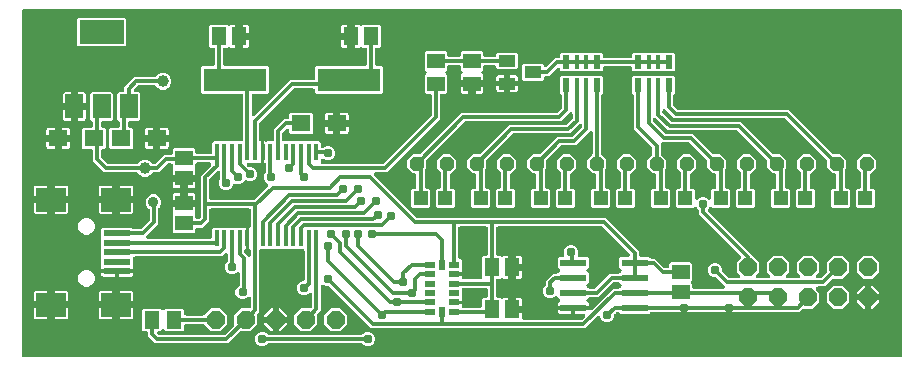
<source format=gbr>
G04 EAGLE Gerber RS-274X export*
G75*
%MOMM*%
%FSLAX34Y34*%
%LPD*%
%INTop Copper*%
%IPPOS*%
%AMOC8*
5,1,8,0,0,1.08239X$1,22.5*%
G01*
%ADD10R,1.300000X1.500000*%
%ADD11R,2.500000X2.000000*%
%ADD12R,2.300000X0.500000*%
%ADD13P,1.319650X8X202.500000*%
%ADD14R,1.500000X2.000000*%
%ADD15R,3.800000X2.000000*%
%ADD16R,1.600000X1.400000*%
%ADD17R,0.900000X0.600000*%
%ADD18R,0.600000X0.900000*%
%ADD19P,1.649562X8X112.500000*%
%ADD20R,0.348000X1.397000*%
%ADD21R,5.334000X1.930400*%
%ADD22R,1.500000X1.300000*%
%ADD23R,0.440000X1.150000*%
%ADD24R,0.630000X1.150000*%
%ADD25R,1.200000X1.200000*%
%ADD26P,1.649562X8X22.500000*%
%ADD27R,2.200000X0.600000*%
%ADD28R,1.400000X1.000000*%
%ADD29C,0.787400*%
%ADD30C,0.304800*%
%ADD31C,0.914400*%
%ADD32C,1.006400*%

G36*
X745962Y2544D02*
X745962Y2544D01*
X745988Y2542D01*
X746135Y2564D01*
X746282Y2581D01*
X746307Y2589D01*
X746333Y2593D01*
X746471Y2648D01*
X746610Y2698D01*
X746632Y2712D01*
X746657Y2722D01*
X746778Y2807D01*
X746903Y2887D01*
X746921Y2906D01*
X746943Y2921D01*
X747042Y3031D01*
X747145Y3138D01*
X747159Y3160D01*
X747176Y3180D01*
X747248Y3310D01*
X747324Y3437D01*
X747332Y3462D01*
X747345Y3485D01*
X747385Y3628D01*
X747430Y3769D01*
X747432Y3795D01*
X747440Y3820D01*
X747459Y4064D01*
X747459Y295936D01*
X747456Y295962D01*
X747458Y295988D01*
X747436Y296135D01*
X747419Y296282D01*
X747411Y296307D01*
X747407Y296333D01*
X747352Y296471D01*
X747302Y296610D01*
X747288Y296632D01*
X747278Y296657D01*
X747193Y296778D01*
X747113Y296903D01*
X747094Y296921D01*
X747079Y296943D01*
X746969Y297042D01*
X746862Y297145D01*
X746840Y297159D01*
X746820Y297176D01*
X746690Y297248D01*
X746563Y297324D01*
X746538Y297332D01*
X746515Y297345D01*
X746372Y297385D01*
X746231Y297430D01*
X746205Y297432D01*
X746180Y297440D01*
X745936Y297459D01*
X4064Y297459D01*
X4038Y297456D01*
X4012Y297458D01*
X3865Y297436D01*
X3718Y297419D01*
X3693Y297411D01*
X3667Y297407D01*
X3529Y297352D01*
X3390Y297302D01*
X3368Y297288D01*
X3343Y297278D01*
X3222Y297193D01*
X3097Y297113D01*
X3079Y297094D01*
X3057Y297079D01*
X2958Y296969D01*
X2855Y296862D01*
X2841Y296840D01*
X2824Y296820D01*
X2752Y296690D01*
X2676Y296563D01*
X2668Y296538D01*
X2655Y296515D01*
X2615Y296372D01*
X2570Y296231D01*
X2568Y296205D01*
X2560Y296180D01*
X2541Y295936D01*
X2541Y4064D01*
X2544Y4038D01*
X2542Y4012D01*
X2564Y3865D01*
X2581Y3718D01*
X2589Y3693D01*
X2593Y3667D01*
X2648Y3529D01*
X2698Y3390D01*
X2712Y3368D01*
X2722Y3343D01*
X2807Y3222D01*
X2887Y3097D01*
X2906Y3079D01*
X2921Y3057D01*
X3031Y2958D01*
X3138Y2855D01*
X3160Y2841D01*
X3180Y2824D01*
X3310Y2752D01*
X3437Y2676D01*
X3462Y2668D01*
X3485Y2655D01*
X3628Y2615D01*
X3769Y2570D01*
X3795Y2568D01*
X3820Y2560D01*
X4064Y2541D01*
X745936Y2541D01*
X745962Y2544D01*
G37*
%LPC*%
G36*
X115367Y14223D02*
X115367Y14223D01*
X108863Y20727D01*
X108863Y23234D01*
X108860Y23260D01*
X108862Y23286D01*
X108840Y23433D01*
X108823Y23580D01*
X108815Y23605D01*
X108811Y23631D01*
X108756Y23769D01*
X108706Y23908D01*
X108692Y23930D01*
X108682Y23955D01*
X108597Y24076D01*
X108517Y24201D01*
X108498Y24219D01*
X108483Y24241D01*
X108373Y24340D01*
X108266Y24443D01*
X108244Y24457D01*
X108224Y24474D01*
X108094Y24546D01*
X107967Y24622D01*
X107942Y24630D01*
X107919Y24643D01*
X107776Y24683D01*
X107635Y24728D01*
X107609Y24730D01*
X107584Y24738D01*
X107340Y24757D01*
X105078Y24757D01*
X103887Y25948D01*
X103887Y42632D01*
X105078Y43823D01*
X119762Y43823D01*
X120843Y42742D01*
X120863Y42726D01*
X120880Y42706D01*
X121000Y42617D01*
X121116Y42525D01*
X121140Y42514D01*
X121161Y42498D01*
X121297Y42440D01*
X121431Y42376D01*
X121457Y42371D01*
X121481Y42360D01*
X121627Y42334D01*
X121772Y42303D01*
X121798Y42303D01*
X121824Y42299D01*
X121972Y42306D01*
X122120Y42309D01*
X122146Y42315D01*
X122172Y42317D01*
X122314Y42358D01*
X122458Y42394D01*
X122481Y42406D01*
X122507Y42413D01*
X122636Y42486D01*
X122768Y42554D01*
X122788Y42571D01*
X122811Y42583D01*
X122997Y42742D01*
X124078Y43823D01*
X138762Y43823D01*
X139953Y42632D01*
X139953Y39370D01*
X139956Y39344D01*
X139954Y39318D01*
X139976Y39171D01*
X139993Y39024D01*
X140001Y38999D01*
X140005Y38973D01*
X140060Y38835D01*
X140110Y38696D01*
X140124Y38674D01*
X140134Y38649D01*
X140219Y38528D01*
X140299Y38403D01*
X140318Y38385D01*
X140333Y38363D01*
X140443Y38264D01*
X140550Y38161D01*
X140572Y38147D01*
X140592Y38130D01*
X140722Y38058D01*
X140849Y37982D01*
X140874Y37974D01*
X140897Y37961D01*
X141040Y37921D01*
X141181Y37876D01*
X141207Y37874D01*
X141232Y37866D01*
X141476Y37847D01*
X155645Y37847D01*
X155770Y37861D01*
X155897Y37868D01*
X155943Y37881D01*
X155991Y37887D01*
X156110Y37929D01*
X156231Y37964D01*
X156274Y37988D01*
X156319Y38004D01*
X156425Y38073D01*
X156536Y38134D01*
X156582Y38174D01*
X156612Y38193D01*
X156645Y38228D01*
X156722Y38293D01*
X162372Y43943D01*
X170368Y43943D01*
X176023Y38288D01*
X176023Y30292D01*
X170368Y24637D01*
X162372Y24637D01*
X156722Y30287D01*
X156623Y30366D01*
X156529Y30450D01*
X156487Y30474D01*
X156449Y30504D01*
X156335Y30558D01*
X156224Y30619D01*
X156177Y30632D01*
X156134Y30653D01*
X156010Y30679D01*
X155889Y30714D01*
X155828Y30719D01*
X155793Y30726D01*
X155745Y30725D01*
X155645Y30733D01*
X141476Y30733D01*
X141450Y30730D01*
X141424Y30732D01*
X141277Y30710D01*
X141130Y30693D01*
X141105Y30685D01*
X141079Y30681D01*
X140941Y30626D01*
X140802Y30576D01*
X140780Y30562D01*
X140755Y30552D01*
X140634Y30467D01*
X140509Y30387D01*
X140491Y30368D01*
X140469Y30353D01*
X140370Y30243D01*
X140267Y30136D01*
X140253Y30114D01*
X140236Y30094D01*
X140164Y29964D01*
X140088Y29837D01*
X140080Y29812D01*
X140067Y29789D01*
X140027Y29646D01*
X139982Y29505D01*
X139980Y29479D01*
X139972Y29454D01*
X139953Y29210D01*
X139953Y25948D01*
X138762Y24757D01*
X124078Y24757D01*
X122997Y25838D01*
X122977Y25855D01*
X122960Y25874D01*
X122840Y25963D01*
X122724Y26055D01*
X122700Y26066D01*
X122679Y26082D01*
X122543Y26140D01*
X122409Y26204D01*
X122383Y26209D01*
X122359Y26220D01*
X122213Y26246D01*
X122068Y26277D01*
X122042Y26277D01*
X122016Y26281D01*
X121868Y26274D01*
X121720Y26271D01*
X121694Y26265D01*
X121668Y26263D01*
X121526Y26222D01*
X121382Y26186D01*
X121359Y26174D01*
X121333Y26167D01*
X121204Y26094D01*
X121072Y26026D01*
X121052Y26010D01*
X121029Y25997D01*
X120843Y25838D01*
X119762Y24757D01*
X118570Y24757D01*
X118470Y24746D01*
X118370Y24744D01*
X118298Y24726D01*
X118224Y24717D01*
X118129Y24684D01*
X118032Y24659D01*
X117966Y24625D01*
X117896Y24600D01*
X117811Y24545D01*
X117722Y24499D01*
X117666Y24451D01*
X117603Y24411D01*
X117533Y24339D01*
X117457Y24274D01*
X117413Y24214D01*
X117361Y24160D01*
X117309Y24074D01*
X117250Y23993D01*
X117220Y23925D01*
X117182Y23861D01*
X117151Y23766D01*
X117112Y23673D01*
X117098Y23600D01*
X117076Y23529D01*
X117068Y23429D01*
X117050Y23330D01*
X117054Y23256D01*
X117048Y23182D01*
X117063Y23083D01*
X117068Y22982D01*
X117088Y22911D01*
X117099Y22837D01*
X117137Y22744D01*
X117164Y22647D01*
X117201Y22582D01*
X117228Y22513D01*
X117286Y22431D01*
X117335Y22343D01*
X117400Y22267D01*
X117427Y22227D01*
X117454Y22203D01*
X117493Y22157D01*
X117867Y21783D01*
X117966Y21704D01*
X118060Y21620D01*
X118102Y21596D01*
X118140Y21566D01*
X118254Y21512D01*
X118365Y21451D01*
X118412Y21438D01*
X118455Y21417D01*
X118579Y21391D01*
X118700Y21356D01*
X118761Y21351D01*
X118796Y21344D01*
X118844Y21345D01*
X118944Y21337D01*
X173156Y21337D01*
X173281Y21351D01*
X173408Y21358D01*
X173454Y21371D01*
X173502Y21377D01*
X173621Y21419D01*
X173742Y21454D01*
X173785Y21478D01*
X173830Y21494D01*
X173936Y21563D01*
X174047Y21624D01*
X174093Y21664D01*
X174123Y21683D01*
X174156Y21718D01*
X174233Y21783D01*
X181671Y29221D01*
X181750Y29320D01*
X181834Y29414D01*
X181858Y29456D01*
X181888Y29494D01*
X181942Y29608D01*
X182003Y29719D01*
X182016Y29766D01*
X182037Y29809D01*
X182063Y29933D01*
X182098Y30054D01*
X182103Y30115D01*
X182110Y30150D01*
X182109Y30198D01*
X182117Y30298D01*
X182117Y38288D01*
X187772Y43943D01*
X194720Y43943D01*
X194746Y43946D01*
X194772Y43944D01*
X194919Y43966D01*
X195066Y43983D01*
X195091Y43991D01*
X195117Y43995D01*
X195255Y44050D01*
X195394Y44100D01*
X195416Y44114D01*
X195441Y44124D01*
X195562Y44209D01*
X195687Y44289D01*
X195705Y44308D01*
X195727Y44323D01*
X195826Y44433D01*
X195929Y44540D01*
X195943Y44562D01*
X195960Y44582D01*
X196032Y44712D01*
X196108Y44839D01*
X196116Y44864D01*
X196129Y44887D01*
X196169Y45030D01*
X196214Y45171D01*
X196216Y45197D01*
X196224Y45222D01*
X196243Y45466D01*
X196243Y52551D01*
X196232Y52651D01*
X196230Y52752D01*
X196212Y52824D01*
X196203Y52898D01*
X196169Y52992D01*
X196145Y53090D01*
X196111Y53156D01*
X196086Y53226D01*
X196031Y53310D01*
X195985Y53399D01*
X195937Y53456D01*
X195897Y53518D01*
X195825Y53588D01*
X195760Y53665D01*
X195700Y53709D01*
X195646Y53761D01*
X195560Y53812D01*
X195479Y53872D01*
X195411Y53901D01*
X195347Y53940D01*
X195251Y53970D01*
X195159Y54010D01*
X195086Y54023D01*
X195015Y54046D01*
X194915Y54054D01*
X194816Y54072D01*
X194742Y54068D01*
X194668Y54074D01*
X194568Y54059D01*
X194468Y54054D01*
X194397Y54033D01*
X194323Y54022D01*
X194230Y53985D01*
X194133Y53957D01*
X194068Y53921D01*
X193999Y53893D01*
X193917Y53836D01*
X193829Y53787D01*
X193753Y53722D01*
X193713Y53694D01*
X193689Y53668D01*
X193643Y53628D01*
X192612Y52597D01*
X190417Y51688D01*
X188043Y51688D01*
X185848Y52597D01*
X184169Y54276D01*
X183260Y56471D01*
X183260Y58845D01*
X184169Y61040D01*
X185848Y62719D01*
X186003Y62783D01*
X186070Y62820D01*
X186141Y62848D01*
X186221Y62904D01*
X186308Y62952D01*
X186364Y63004D01*
X186427Y63047D01*
X186493Y63120D01*
X186566Y63186D01*
X186609Y63249D01*
X186660Y63306D01*
X186708Y63392D01*
X186764Y63473D01*
X186792Y63544D01*
X186829Y63611D01*
X186856Y63706D01*
X186892Y63797D01*
X186903Y63873D01*
X186924Y63946D01*
X186936Y64095D01*
X186943Y64142D01*
X186941Y64161D01*
X186943Y64190D01*
X186943Y73223D01*
X186932Y73323D01*
X186930Y73424D01*
X186912Y73496D01*
X186903Y73570D01*
X186870Y73664D01*
X186845Y73762D01*
X186811Y73828D01*
X186786Y73898D01*
X186731Y73982D01*
X186685Y74071D01*
X186637Y74128D01*
X186597Y74190D01*
X186525Y74260D01*
X186460Y74337D01*
X186400Y74381D01*
X186346Y74433D01*
X186260Y74484D01*
X186179Y74544D01*
X186111Y74573D01*
X186047Y74612D01*
X185952Y74642D01*
X185859Y74682D01*
X185786Y74695D01*
X185715Y74718D01*
X185615Y74726D01*
X185516Y74744D01*
X185442Y74740D01*
X185368Y74746D01*
X185268Y74731D01*
X185168Y74726D01*
X185097Y74705D01*
X185023Y74694D01*
X184930Y74657D01*
X184833Y74629D01*
X184768Y74593D01*
X184699Y74565D01*
X184617Y74508D01*
X184529Y74459D01*
X184453Y74394D01*
X184413Y74366D01*
X184389Y74340D01*
X184343Y74300D01*
X183722Y73679D01*
X181527Y72770D01*
X179153Y72770D01*
X176958Y73679D01*
X175279Y75358D01*
X174370Y77553D01*
X174370Y79927D01*
X175279Y82122D01*
X176297Y83140D01*
X176376Y83239D01*
X176460Y83332D01*
X176484Y83375D01*
X176514Y83413D01*
X176568Y83527D01*
X176629Y83638D01*
X176642Y83684D01*
X176663Y83728D01*
X176689Y83851D01*
X176724Y83973D01*
X176729Y84034D01*
X176736Y84068D01*
X176735Y84116D01*
X176743Y84217D01*
X176743Y89296D01*
X176732Y89396D01*
X176730Y89496D01*
X176712Y89568D01*
X176703Y89642D01*
X176670Y89737D01*
X176645Y89834D01*
X176611Y89900D01*
X176586Y89970D01*
X176531Y90055D01*
X176485Y90144D01*
X176437Y90201D01*
X176397Y90263D01*
X176325Y90333D01*
X176260Y90409D01*
X176200Y90453D01*
X176146Y90505D01*
X176060Y90557D01*
X175979Y90616D01*
X175911Y90646D01*
X175847Y90684D01*
X175751Y90715D01*
X175659Y90754D01*
X175586Y90768D01*
X175515Y90790D01*
X175415Y90798D01*
X175316Y90816D01*
X175242Y90812D01*
X175168Y90818D01*
X175068Y90803D01*
X174968Y90798D01*
X174897Y90778D01*
X174823Y90767D01*
X174730Y90729D01*
X174633Y90702D01*
X174568Y90665D01*
X174499Y90638D01*
X174417Y90581D01*
X174329Y90531D01*
X174253Y90466D01*
X174213Y90439D01*
X174189Y90412D01*
X174143Y90373D01*
X171653Y87883D01*
X98206Y87883D01*
X98180Y87880D01*
X98154Y87882D01*
X98007Y87860D01*
X97860Y87843D01*
X97835Y87835D01*
X97809Y87831D01*
X97671Y87776D01*
X97532Y87726D01*
X97510Y87712D01*
X97485Y87702D01*
X97364Y87617D01*
X97239Y87537D01*
X97221Y87518D01*
X97199Y87503D01*
X97100Y87393D01*
X96997Y87286D01*
X96983Y87264D01*
X96966Y87244D01*
X96894Y87114D01*
X96818Y86987D01*
X96810Y86962D01*
X96797Y86939D01*
X96757Y86796D01*
X96712Y86655D01*
X96710Y86629D01*
X96702Y86604D01*
X96683Y86360D01*
X96683Y80035D01*
X96624Y79911D01*
X96555Y79776D01*
X96550Y79754D01*
X96540Y79732D01*
X96508Y79585D01*
X96471Y79438D01*
X96471Y79415D01*
X96466Y79392D01*
X96469Y79241D01*
X96467Y79090D01*
X96472Y79062D01*
X96472Y79043D01*
X96484Y78998D01*
X96511Y78849D01*
X96683Y78208D01*
X96683Y76963D01*
X83150Y76963D01*
X69617Y76963D01*
X69617Y78208D01*
X69789Y78849D01*
X69811Y78998D01*
X69838Y79147D01*
X69837Y79171D01*
X69840Y79194D01*
X69828Y79344D01*
X69820Y79495D01*
X69814Y79518D01*
X69812Y79541D01*
X69765Y79685D01*
X69723Y79830D01*
X69712Y79851D01*
X69705Y79873D01*
X69627Y80003D01*
X69617Y80020D01*
X69617Y87200D01*
X69637Y87292D01*
X69637Y87318D01*
X69641Y87345D01*
X69634Y87493D01*
X69631Y87640D01*
X69625Y87666D01*
X69623Y87693D01*
X69617Y87713D01*
X69617Y95199D01*
X69637Y95291D01*
X69637Y95317D01*
X69641Y95344D01*
X69634Y95491D01*
X69631Y95639D01*
X69625Y95665D01*
X69623Y95692D01*
X69617Y95713D01*
X69617Y103199D01*
X69637Y103291D01*
X69637Y103317D01*
X69641Y103344D01*
X69634Y103491D01*
X69631Y103639D01*
X69625Y103665D01*
X69623Y103692D01*
X69617Y103713D01*
X69617Y110782D01*
X70808Y111973D01*
X95492Y111973D01*
X96022Y111443D01*
X96121Y111364D01*
X96215Y111280D01*
X96257Y111256D01*
X96295Y111226D01*
X96409Y111172D01*
X96520Y111111D01*
X96566Y111098D01*
X96610Y111077D01*
X96733Y111051D01*
X96855Y111016D01*
X96916Y111011D01*
X96951Y111004D01*
X96999Y111005D01*
X97099Y110997D01*
X102796Y110997D01*
X102921Y111011D01*
X103048Y111018D01*
X103094Y111031D01*
X103142Y111037D01*
X103261Y111079D01*
X103382Y111114D01*
X103425Y111138D01*
X103470Y111154D01*
X103576Y111223D01*
X103687Y111284D01*
X103733Y111324D01*
X103763Y111343D01*
X103796Y111378D01*
X103873Y111443D01*
X110297Y117867D01*
X110376Y117966D01*
X110460Y118060D01*
X110484Y118102D01*
X110514Y118140D01*
X110568Y118254D01*
X110629Y118365D01*
X110642Y118412D01*
X110663Y118455D01*
X110689Y118579D01*
X110724Y118700D01*
X110729Y118761D01*
X110736Y118796D01*
X110735Y118844D01*
X110743Y118944D01*
X110743Y126954D01*
X110735Y127030D01*
X110736Y127107D01*
X110715Y127203D01*
X110703Y127300D01*
X110678Y127372D01*
X110661Y127447D01*
X110619Y127536D01*
X110586Y127628D01*
X110544Y127693D01*
X110511Y127762D01*
X110450Y127839D01*
X110397Y127921D01*
X110342Y127974D01*
X110294Y128034D01*
X110217Y128095D01*
X110146Y128163D01*
X110146Y128164D01*
X108193Y130117D01*
X107187Y132544D01*
X107187Y135172D01*
X108193Y137599D01*
X110051Y139457D01*
X112478Y140463D01*
X115106Y140463D01*
X117533Y139457D01*
X119391Y137599D01*
X120397Y135172D01*
X120397Y132544D01*
X119391Y130117D01*
X118303Y129028D01*
X118224Y128929D01*
X118140Y128835D01*
X118116Y128793D01*
X118086Y128755D01*
X118032Y128641D01*
X117971Y128530D01*
X117958Y128484D01*
X117937Y128440D01*
X117911Y128317D01*
X117876Y128195D01*
X117871Y128134D01*
X117864Y128100D01*
X117865Y128052D01*
X117857Y127951D01*
X117857Y115367D01*
X115327Y112837D01*
X108087Y105597D01*
X108025Y105519D01*
X107955Y105446D01*
X107917Y105382D01*
X107870Y105324D01*
X107828Y105233D01*
X107776Y105147D01*
X107753Y105076D01*
X107722Y105009D01*
X107700Y104911D01*
X107670Y104815D01*
X107664Y104741D01*
X107648Y104668D01*
X107650Y104568D01*
X107642Y104468D01*
X107653Y104394D01*
X107654Y104320D01*
X107679Y104223D01*
X107693Y104123D01*
X107721Y104054D01*
X107739Y103982D01*
X107785Y103892D01*
X107822Y103799D01*
X107865Y103738D01*
X107899Y103672D01*
X107964Y103595D01*
X108021Y103513D01*
X108076Y103463D01*
X108125Y103407D01*
X108205Y103347D01*
X108280Y103280D01*
X108345Y103244D01*
X108405Y103199D01*
X108497Y103160D01*
X108585Y103111D01*
X108657Y103091D01*
X108725Y103061D01*
X108824Y103044D01*
X108920Y103016D01*
X109020Y103008D01*
X109068Y103000D01*
X109104Y103002D01*
X109164Y102997D01*
X162004Y102997D01*
X162030Y103000D01*
X162056Y102998D01*
X162203Y103020D01*
X162350Y103037D01*
X162375Y103045D01*
X162401Y103049D01*
X162539Y103104D01*
X162678Y103154D01*
X162700Y103168D01*
X162725Y103178D01*
X162846Y103263D01*
X162971Y103343D01*
X162989Y103362D01*
X163011Y103377D01*
X163110Y103487D01*
X163213Y103594D01*
X163227Y103616D01*
X163244Y103636D01*
X163316Y103765D01*
X163392Y103893D01*
X163400Y103918D01*
X163413Y103941D01*
X163453Y104084D01*
X163498Y104225D01*
X163500Y104251D01*
X163508Y104276D01*
X163527Y104520D01*
X163527Y110967D01*
X164718Y112158D01*
X170263Y112158D01*
X170402Y112128D01*
X170428Y112128D01*
X170454Y112124D01*
X170603Y112131D01*
X170750Y112134D01*
X170776Y112140D01*
X170802Y112142D01*
X170858Y112158D01*
X176763Y112158D01*
X176902Y112128D01*
X176928Y112128D01*
X176954Y112124D01*
X177103Y112131D01*
X177250Y112134D01*
X177276Y112140D01*
X177302Y112142D01*
X177358Y112158D01*
X183263Y112158D01*
X183402Y112128D01*
X183428Y112128D01*
X183454Y112124D01*
X183603Y112131D01*
X183750Y112134D01*
X183776Y112140D01*
X183802Y112142D01*
X183858Y112158D01*
X189440Y112158D01*
X189573Y112095D01*
X189708Y112026D01*
X189731Y112020D01*
X189752Y112010D01*
X189900Y111979D01*
X190046Y111942D01*
X190070Y111942D01*
X190093Y111937D01*
X190244Y111940D01*
X190395Y111937D01*
X190422Y111943D01*
X190441Y111943D01*
X190486Y111954D01*
X190635Y111982D01*
X191292Y112158D01*
X191777Y112158D01*
X191777Y103140D01*
X191777Y94094D01*
X191678Y94082D01*
X191653Y94074D01*
X191627Y94070D01*
X191489Y94015D01*
X191350Y93965D01*
X191328Y93951D01*
X191303Y93941D01*
X191182Y93856D01*
X191057Y93776D01*
X191039Y93757D01*
X191017Y93742D01*
X190918Y93632D01*
X190815Y93525D01*
X190801Y93503D01*
X190784Y93483D01*
X190712Y93353D01*
X190636Y93226D01*
X190628Y93201D01*
X190615Y93178D01*
X190575Y93036D01*
X190530Y92894D01*
X190528Y92868D01*
X190520Y92843D01*
X190501Y92599D01*
X190501Y92020D01*
X190515Y91895D01*
X190522Y91768D01*
X190535Y91722D01*
X190541Y91674D01*
X190583Y91555D01*
X190618Y91434D01*
X190642Y91391D01*
X190658Y91346D01*
X190727Y91240D01*
X190788Y91129D01*
X190828Y91083D01*
X190847Y91053D01*
X190882Y91020D01*
X190947Y90943D01*
X191527Y90363D01*
X193643Y88247D01*
X193721Y88185D01*
X193794Y88115D01*
X193858Y88077D01*
X193916Y88030D01*
X194007Y87988D01*
X194093Y87936D01*
X194164Y87913D01*
X194231Y87882D01*
X194329Y87860D01*
X194425Y87830D01*
X194499Y87824D01*
X194572Y87808D01*
X194672Y87810D01*
X194772Y87802D01*
X194846Y87813D01*
X194920Y87814D01*
X195017Y87839D01*
X195117Y87853D01*
X195186Y87881D01*
X195258Y87899D01*
X195347Y87945D01*
X195441Y87982D01*
X195502Y88025D01*
X195568Y88059D01*
X195644Y88124D01*
X195727Y88181D01*
X195777Y88236D01*
X195833Y88285D01*
X195893Y88365D01*
X195960Y88440D01*
X195996Y88505D01*
X196041Y88565D01*
X196080Y88657D01*
X196129Y88745D01*
X196149Y88817D01*
X196179Y88885D01*
X196196Y88984D01*
X196224Y89080D01*
X196232Y89180D01*
X196240Y89228D01*
X196238Y89264D01*
X196243Y89324D01*
X196243Y92599D01*
X196240Y92625D01*
X196242Y92651D01*
X196220Y92798D01*
X196203Y92945D01*
X196195Y92970D01*
X196191Y92996D01*
X196136Y93134D01*
X196086Y93273D01*
X196072Y93295D01*
X196062Y93320D01*
X195977Y93441D01*
X195897Y93566D01*
X195878Y93584D01*
X195863Y93606D01*
X195753Y93705D01*
X195646Y93808D01*
X195624Y93822D01*
X195604Y93839D01*
X195474Y93911D01*
X195347Y93987D01*
X195322Y93995D01*
X195299Y94008D01*
X195156Y94048D01*
X195015Y94093D01*
X194989Y94095D01*
X194964Y94103D01*
X194823Y94114D01*
X194823Y103140D01*
X194823Y112166D01*
X194919Y112181D01*
X195066Y112198D01*
X195091Y112206D01*
X195117Y112210D01*
X195255Y112265D01*
X195394Y112315D01*
X195416Y112329D01*
X195441Y112339D01*
X195562Y112424D01*
X195687Y112504D01*
X195705Y112523D01*
X195727Y112538D01*
X195826Y112648D01*
X195929Y112755D01*
X195943Y112777D01*
X195960Y112797D01*
X196032Y112927D01*
X196108Y113054D01*
X196116Y113079D01*
X196129Y113102D01*
X196169Y113244D01*
X196214Y113386D01*
X196216Y113412D01*
X196224Y113437D01*
X196243Y113681D01*
X196243Y127000D01*
X196240Y127026D01*
X196242Y127052D01*
X196220Y127199D01*
X196203Y127346D01*
X196195Y127371D01*
X196191Y127397D01*
X196136Y127535D01*
X196086Y127674D01*
X196072Y127696D01*
X196062Y127721D01*
X195977Y127842D01*
X195897Y127967D01*
X195878Y127985D01*
X195863Y128007D01*
X195753Y128106D01*
X195646Y128209D01*
X195624Y128223D01*
X195604Y128240D01*
X195474Y128312D01*
X195347Y128388D01*
X195322Y128396D01*
X195299Y128409D01*
X195156Y128449D01*
X195015Y128494D01*
X194989Y128496D01*
X194964Y128504D01*
X194720Y128523D01*
X162560Y128523D01*
X162534Y128520D01*
X162508Y128522D01*
X162361Y128500D01*
X162214Y128483D01*
X162189Y128475D01*
X162163Y128471D01*
X162025Y128416D01*
X161886Y128366D01*
X161864Y128352D01*
X161839Y128342D01*
X161718Y128257D01*
X161593Y128177D01*
X161575Y128158D01*
X161553Y128143D01*
X161454Y128033D01*
X161351Y127926D01*
X161337Y127904D01*
X161320Y127884D01*
X161248Y127754D01*
X161172Y127627D01*
X161164Y127602D01*
X161151Y127579D01*
X161111Y127436D01*
X161066Y127295D01*
X161064Y127269D01*
X161056Y127244D01*
X161037Y127000D01*
X161037Y117907D01*
X155533Y112403D01*
X150756Y112403D01*
X150730Y112400D01*
X150704Y112402D01*
X150557Y112380D01*
X150410Y112363D01*
X150385Y112355D01*
X150359Y112351D01*
X150221Y112296D01*
X150082Y112246D01*
X150060Y112232D01*
X150035Y112222D01*
X149914Y112137D01*
X149789Y112057D01*
X149771Y112038D01*
X149749Y112023D01*
X149650Y111913D01*
X149547Y111806D01*
X149533Y111784D01*
X149516Y111764D01*
X149444Y111634D01*
X149368Y111507D01*
X149360Y111482D01*
X149347Y111459D01*
X149307Y111316D01*
X149262Y111175D01*
X149260Y111149D01*
X149252Y111124D01*
X149233Y110880D01*
X149233Y108618D01*
X148042Y107427D01*
X131358Y107427D01*
X130167Y108618D01*
X130167Y123302D01*
X130297Y123432D01*
X130298Y123433D01*
X130299Y123434D01*
X130405Y123568D01*
X130514Y123705D01*
X130515Y123706D01*
X130515Y123707D01*
X130589Y123864D01*
X130663Y124020D01*
X130663Y124022D01*
X130664Y124023D01*
X130700Y124195D01*
X130736Y124361D01*
X130736Y124362D01*
X130737Y124364D01*
X130733Y124538D01*
X130730Y124709D01*
X130730Y124711D01*
X130730Y124712D01*
X130686Y124885D01*
X130645Y125047D01*
X130645Y125049D01*
X130644Y125050D01*
X130539Y125271D01*
X130306Y125675D01*
X130167Y126192D01*
X130167Y129913D01*
X138176Y129913D01*
X138202Y129916D01*
X138228Y129914D01*
X138375Y129936D01*
X138522Y129953D01*
X138547Y129961D01*
X138573Y129965D01*
X138711Y130020D01*
X138850Y130070D01*
X138872Y130084D01*
X138897Y130094D01*
X139018Y130179D01*
X139143Y130259D01*
X139161Y130278D01*
X139183Y130293D01*
X139282Y130403D01*
X139385Y130510D01*
X139399Y130532D01*
X139416Y130552D01*
X139488Y130682D01*
X139564Y130809D01*
X139572Y130834D01*
X139585Y130857D01*
X139625Y131000D01*
X139670Y131141D01*
X139672Y131167D01*
X139680Y131192D01*
X139699Y131436D01*
X139699Y132961D01*
X139701Y132961D01*
X139701Y131436D01*
X139704Y131410D01*
X139702Y131384D01*
X139724Y131237D01*
X139741Y131090D01*
X139750Y131065D01*
X139753Y131039D01*
X139808Y130901D01*
X139858Y130762D01*
X139872Y130740D01*
X139882Y130715D01*
X139967Y130594D01*
X140047Y130469D01*
X140066Y130451D01*
X140081Y130429D01*
X140191Y130330D01*
X140298Y130227D01*
X140320Y130213D01*
X140340Y130196D01*
X140470Y130124D01*
X140597Y130048D01*
X140622Y130040D01*
X140645Y130027D01*
X140788Y129987D01*
X140929Y129942D01*
X140955Y129940D01*
X140980Y129932D01*
X141224Y129913D01*
X149233Y129913D01*
X149233Y126192D01*
X149094Y125675D01*
X148861Y125271D01*
X148860Y125270D01*
X148859Y125268D01*
X148793Y125114D01*
X148722Y124951D01*
X148722Y124950D01*
X148721Y124948D01*
X148691Y124781D01*
X148660Y124608D01*
X148660Y124607D01*
X148660Y124605D01*
X148668Y124434D01*
X148677Y124260D01*
X148677Y124259D01*
X148677Y124257D01*
X148724Y124097D01*
X148773Y123925D01*
X148774Y123924D01*
X148774Y123923D01*
X148860Y123770D01*
X148943Y123621D01*
X148944Y123620D01*
X148944Y123618D01*
X149103Y123432D01*
X149233Y123302D01*
X149233Y121040D01*
X149236Y121014D01*
X149234Y120988D01*
X149256Y120841D01*
X149273Y120694D01*
X149281Y120669D01*
X149285Y120643D01*
X149340Y120505D01*
X149390Y120366D01*
X149404Y120344D01*
X149414Y120319D01*
X149499Y120198D01*
X149579Y120073D01*
X149598Y120055D01*
X149613Y120033D01*
X149723Y119934D01*
X149830Y119831D01*
X149852Y119817D01*
X149872Y119800D01*
X150002Y119728D01*
X150129Y119652D01*
X150154Y119644D01*
X150177Y119631D01*
X150320Y119591D01*
X150461Y119546D01*
X150487Y119544D01*
X150512Y119536D01*
X150756Y119517D01*
X151956Y119517D01*
X152081Y119531D01*
X152208Y119538D01*
X152254Y119551D01*
X152302Y119557D01*
X152421Y119599D01*
X152542Y119634D01*
X152585Y119658D01*
X152630Y119674D01*
X152736Y119743D01*
X152847Y119804D01*
X152893Y119844D01*
X152923Y119863D01*
X152956Y119898D01*
X153033Y119963D01*
X153477Y120407D01*
X153556Y120506D01*
X153640Y120600D01*
X153664Y120642D01*
X153694Y120680D01*
X153748Y120794D01*
X153809Y120905D01*
X153822Y120952D01*
X153843Y120995D01*
X153869Y121119D01*
X153904Y121240D01*
X153909Y121301D01*
X153916Y121336D01*
X153915Y121384D01*
X153923Y121484D01*
X153923Y156413D01*
X156453Y158943D01*
X162413Y164903D01*
X162475Y164981D01*
X162545Y165054D01*
X162583Y165118D01*
X162630Y165176D01*
X162672Y165267D01*
X162724Y165353D01*
X162747Y165424D01*
X162778Y165491D01*
X162800Y165589D01*
X162830Y165685D01*
X162836Y165759D01*
X162852Y165832D01*
X162850Y165932D01*
X162858Y166032D01*
X162847Y166106D01*
X162846Y166180D01*
X162821Y166277D01*
X162807Y166377D01*
X162779Y166446D01*
X162761Y166518D01*
X162715Y166608D01*
X162678Y166701D01*
X162635Y166762D01*
X162601Y166828D01*
X162536Y166905D01*
X162479Y166987D01*
X162424Y167037D01*
X162375Y167093D01*
X162295Y167153D01*
X162220Y167220D01*
X162155Y167256D01*
X162095Y167301D01*
X162003Y167340D01*
X161915Y167389D01*
X161843Y167409D01*
X161775Y167439D01*
X161676Y167456D01*
X161580Y167484D01*
X161480Y167492D01*
X161432Y167500D01*
X161396Y167498D01*
X161336Y167503D01*
X150756Y167503D01*
X150730Y167500D01*
X150704Y167502D01*
X150557Y167480D01*
X150410Y167463D01*
X150385Y167455D01*
X150359Y167451D01*
X150221Y167396D01*
X150082Y167346D01*
X150060Y167332D01*
X150035Y167322D01*
X149914Y167237D01*
X149789Y167157D01*
X149771Y167138D01*
X149749Y167123D01*
X149650Y167013D01*
X149547Y166906D01*
X149533Y166884D01*
X149516Y166864D01*
X149444Y166734D01*
X149368Y166607D01*
X149360Y166582D01*
X149347Y166559D01*
X149307Y166416D01*
X149262Y166275D01*
X149260Y166249D01*
X149252Y166224D01*
X149233Y165980D01*
X149233Y163718D01*
X149103Y163588D01*
X149102Y163587D01*
X149101Y163586D01*
X148991Y163448D01*
X148886Y163315D01*
X148885Y163314D01*
X148885Y163313D01*
X148811Y163156D01*
X148737Y163000D01*
X148737Y162998D01*
X148736Y162997D01*
X148697Y162811D01*
X148664Y162659D01*
X148664Y162658D01*
X148663Y162656D01*
X148667Y162468D01*
X148670Y162311D01*
X148670Y162309D01*
X148670Y162308D01*
X148714Y162135D01*
X148725Y162092D01*
X148726Y162085D01*
X148728Y162080D01*
X148755Y161973D01*
X148755Y161971D01*
X148756Y161970D01*
X148852Y161766D01*
X148854Y161761D01*
X148856Y161759D01*
X148861Y161749D01*
X149094Y161345D01*
X149233Y160828D01*
X149233Y157107D01*
X141224Y157107D01*
X141198Y157104D01*
X141172Y157106D01*
X141025Y157084D01*
X140878Y157067D01*
X140853Y157058D01*
X140827Y157055D01*
X140689Y157000D01*
X140550Y156950D01*
X140528Y156936D01*
X140503Y156926D01*
X140382Y156841D01*
X140257Y156761D01*
X140239Y156742D01*
X140217Y156727D01*
X140118Y156617D01*
X140015Y156510D01*
X140001Y156488D01*
X139984Y156468D01*
X139912Y156338D01*
X139836Y156211D01*
X139828Y156186D01*
X139815Y156163D01*
X139775Y156020D01*
X139730Y155879D01*
X139728Y155853D01*
X139720Y155828D01*
X139701Y155584D01*
X139701Y154059D01*
X139699Y154059D01*
X139699Y155584D01*
X139696Y155610D01*
X139698Y155636D01*
X139676Y155783D01*
X139659Y155930D01*
X139650Y155955D01*
X139647Y155981D01*
X139592Y156119D01*
X139542Y156258D01*
X139528Y156280D01*
X139518Y156305D01*
X139433Y156426D01*
X139353Y156551D01*
X139334Y156569D01*
X139319Y156591D01*
X139209Y156690D01*
X139102Y156793D01*
X139080Y156807D01*
X139060Y156824D01*
X138930Y156896D01*
X138803Y156972D01*
X138778Y156980D01*
X138755Y156993D01*
X138612Y157033D01*
X138471Y157078D01*
X138445Y157080D01*
X138420Y157088D01*
X138176Y157107D01*
X130167Y157107D01*
X130167Y160828D01*
X130306Y161345D01*
X130539Y161749D01*
X130540Y161750D01*
X130541Y161752D01*
X130569Y161816D01*
X130592Y161855D01*
X130610Y161913D01*
X130678Y162069D01*
X130678Y162070D01*
X130679Y162072D01*
X130709Y162237D01*
X130740Y162412D01*
X130740Y162413D01*
X130740Y162415D01*
X130732Y162586D01*
X130723Y162760D01*
X130723Y162761D01*
X130723Y162763D01*
X130676Y162923D01*
X130627Y163095D01*
X130626Y163096D01*
X130626Y163097D01*
X130544Y163244D01*
X130457Y163399D01*
X130456Y163400D01*
X130456Y163402D01*
X130297Y163588D01*
X130167Y163718D01*
X130167Y165100D01*
X130164Y165126D01*
X130166Y165152D01*
X130144Y165299D01*
X130127Y165446D01*
X130119Y165471D01*
X130115Y165497D01*
X130060Y165635D01*
X130010Y165774D01*
X129996Y165796D01*
X129986Y165821D01*
X129901Y165942D01*
X129821Y166067D01*
X129802Y166085D01*
X129787Y166107D01*
X129677Y166206D01*
X129570Y166309D01*
X129548Y166323D01*
X129528Y166340D01*
X129398Y166412D01*
X129271Y166488D01*
X129246Y166496D01*
X129223Y166509D01*
X129080Y166549D01*
X128939Y166594D01*
X128913Y166596D01*
X128888Y166604D01*
X128644Y166623D01*
X126564Y166623D01*
X126439Y166609D01*
X126312Y166602D01*
X126266Y166589D01*
X126218Y166583D01*
X126099Y166541D01*
X125978Y166506D01*
X125935Y166482D01*
X125890Y166466D01*
X125784Y166397D01*
X125673Y166336D01*
X125627Y166296D01*
X125597Y166277D01*
X125564Y166242D01*
X125487Y166177D01*
X118313Y159003D01*
X113745Y159003D01*
X113620Y158989D01*
X113493Y158982D01*
X113447Y158969D01*
X113399Y158963D01*
X113280Y158921D01*
X113159Y158886D01*
X113116Y158862D01*
X113071Y158846D01*
X112965Y158777D01*
X112854Y158716D01*
X112808Y158676D01*
X112778Y158657D01*
X112745Y158622D01*
X112668Y158557D01*
X110682Y156571D01*
X108085Y155495D01*
X105275Y155495D01*
X102678Y156571D01*
X100692Y158557D01*
X100593Y158636D01*
X100499Y158720D01*
X100457Y158744D01*
X100419Y158774D01*
X100305Y158828D01*
X100194Y158889D01*
X100147Y158902D01*
X100104Y158923D01*
X99980Y158949D01*
X99859Y158984D01*
X99798Y158989D01*
X99763Y158996D01*
X99715Y158995D01*
X99615Y159003D01*
X72187Y159003D01*
X62483Y168707D01*
X62483Y177404D01*
X62480Y177430D01*
X62482Y177456D01*
X62460Y177603D01*
X62443Y177750D01*
X62435Y177775D01*
X62431Y177801D01*
X62376Y177939D01*
X62326Y178078D01*
X62312Y178100D01*
X62302Y178125D01*
X62217Y178246D01*
X62137Y178371D01*
X62118Y178389D01*
X62103Y178411D01*
X61993Y178510D01*
X61886Y178613D01*
X61864Y178627D01*
X61844Y178644D01*
X61714Y178716D01*
X61587Y178792D01*
X61562Y178800D01*
X61539Y178813D01*
X61396Y178853D01*
X61255Y178898D01*
X61229Y178900D01*
X61204Y178908D01*
X60960Y178927D01*
X54418Y178927D01*
X53227Y180118D01*
X53227Y195802D01*
X54418Y196993D01*
X60960Y196993D01*
X60986Y196996D01*
X61012Y196994D01*
X61159Y197016D01*
X61306Y197033D01*
X61331Y197041D01*
X61357Y197045D01*
X61495Y197100D01*
X61634Y197150D01*
X61656Y197164D01*
X61681Y197174D01*
X61802Y197259D01*
X61927Y197339D01*
X61945Y197358D01*
X61967Y197373D01*
X62066Y197483D01*
X62169Y197590D01*
X62183Y197612D01*
X62200Y197632D01*
X62272Y197762D01*
X62348Y197889D01*
X62356Y197914D01*
X62369Y197937D01*
X62409Y198080D01*
X62454Y198221D01*
X62456Y198247D01*
X62464Y198272D01*
X62483Y198516D01*
X62483Y201324D01*
X62480Y201350D01*
X62482Y201376D01*
X62460Y201523D01*
X62443Y201670D01*
X62435Y201695D01*
X62431Y201721D01*
X62376Y201859D01*
X62326Y201998D01*
X62312Y202020D01*
X62302Y202045D01*
X62217Y202166D01*
X62137Y202291D01*
X62118Y202309D01*
X62103Y202331D01*
X61993Y202430D01*
X61886Y202533D01*
X61864Y202547D01*
X61844Y202564D01*
X61725Y202630D01*
X60317Y204038D01*
X60317Y225722D01*
X61508Y226913D01*
X78192Y226913D01*
X79383Y225722D01*
X79383Y204038D01*
X78192Y202847D01*
X71120Y202847D01*
X71094Y202844D01*
X71068Y202846D01*
X70921Y202824D01*
X70774Y202807D01*
X70749Y202799D01*
X70723Y202795D01*
X70585Y202740D01*
X70446Y202690D01*
X70424Y202676D01*
X70399Y202666D01*
X70278Y202581D01*
X70153Y202501D01*
X70135Y202482D01*
X70113Y202467D01*
X70014Y202357D01*
X69911Y202250D01*
X69897Y202228D01*
X69880Y202208D01*
X69808Y202078D01*
X69732Y201951D01*
X69724Y201926D01*
X69711Y201903D01*
X69671Y201760D01*
X69626Y201619D01*
X69624Y201593D01*
X69616Y201568D01*
X69597Y201324D01*
X69597Y198516D01*
X69600Y198490D01*
X69598Y198464D01*
X69620Y198317D01*
X69637Y198170D01*
X69645Y198145D01*
X69649Y198119D01*
X69704Y197981D01*
X69754Y197842D01*
X69768Y197820D01*
X69778Y197795D01*
X69863Y197674D01*
X69943Y197549D01*
X69962Y197531D01*
X69977Y197509D01*
X70087Y197410D01*
X70194Y197307D01*
X70216Y197293D01*
X70236Y197276D01*
X70366Y197204D01*
X70493Y197128D01*
X70518Y197120D01*
X70541Y197107D01*
X70684Y197067D01*
X70825Y197022D01*
X70851Y197020D01*
X70876Y197012D01*
X71120Y196993D01*
X72102Y196993D01*
X73293Y195802D01*
X73293Y180118D01*
X72102Y178927D01*
X71120Y178927D01*
X71094Y178924D01*
X71068Y178926D01*
X70921Y178904D01*
X70774Y178887D01*
X70749Y178879D01*
X70723Y178875D01*
X70585Y178820D01*
X70446Y178770D01*
X70424Y178756D01*
X70399Y178746D01*
X70278Y178661D01*
X70153Y178581D01*
X70135Y178562D01*
X70113Y178547D01*
X70014Y178437D01*
X69911Y178330D01*
X69897Y178308D01*
X69880Y178288D01*
X69808Y178158D01*
X69732Y178031D01*
X69724Y178006D01*
X69711Y177983D01*
X69671Y177840D01*
X69626Y177699D01*
X69624Y177673D01*
X69616Y177648D01*
X69597Y177404D01*
X69597Y172284D01*
X69611Y172159D01*
X69618Y172032D01*
X69631Y171986D01*
X69637Y171938D01*
X69679Y171819D01*
X69714Y171698D01*
X69738Y171655D01*
X69754Y171610D01*
X69823Y171504D01*
X69884Y171393D01*
X69924Y171347D01*
X69943Y171317D01*
X69978Y171284D01*
X70043Y171207D01*
X74687Y166563D01*
X74786Y166484D01*
X74880Y166400D01*
X74922Y166376D01*
X74960Y166346D01*
X75074Y166292D01*
X75185Y166231D01*
X75232Y166218D01*
X75275Y166197D01*
X75399Y166171D01*
X75520Y166136D01*
X75581Y166131D01*
X75616Y166124D01*
X75664Y166125D01*
X75764Y166117D01*
X99615Y166117D01*
X99740Y166131D01*
X99867Y166138D01*
X99913Y166151D01*
X99961Y166157D01*
X100080Y166199D01*
X100201Y166234D01*
X100244Y166258D01*
X100289Y166274D01*
X100395Y166343D01*
X100506Y166404D01*
X100552Y166444D01*
X100582Y166463D01*
X100615Y166498D01*
X100692Y166563D01*
X102678Y168549D01*
X105275Y169625D01*
X108085Y169625D01*
X110682Y168549D01*
X112668Y166563D01*
X112767Y166484D01*
X112861Y166400D01*
X112903Y166376D01*
X112941Y166346D01*
X113055Y166292D01*
X113166Y166231D01*
X113213Y166218D01*
X113256Y166197D01*
X113380Y166171D01*
X113501Y166136D01*
X113562Y166131D01*
X113597Y166124D01*
X113645Y166125D01*
X113745Y166117D01*
X114736Y166117D01*
X114861Y166131D01*
X114988Y166138D01*
X115034Y166151D01*
X115082Y166157D01*
X115201Y166199D01*
X115322Y166234D01*
X115365Y166258D01*
X115410Y166274D01*
X115516Y166343D01*
X115627Y166404D01*
X115673Y166444D01*
X115703Y166463D01*
X115736Y166498D01*
X115813Y166563D01*
X122987Y173737D01*
X128644Y173737D01*
X128670Y173740D01*
X128696Y173738D01*
X128843Y173760D01*
X128990Y173777D01*
X129015Y173785D01*
X129041Y173789D01*
X129179Y173844D01*
X129318Y173894D01*
X129340Y173908D01*
X129365Y173918D01*
X129486Y174003D01*
X129611Y174083D01*
X129629Y174102D01*
X129651Y174117D01*
X129750Y174227D01*
X129853Y174334D01*
X129867Y174356D01*
X129884Y174376D01*
X129956Y174506D01*
X130032Y174633D01*
X130040Y174658D01*
X130053Y174681D01*
X130093Y174824D01*
X130138Y174965D01*
X130140Y174991D01*
X130148Y175016D01*
X130167Y175260D01*
X130167Y178402D01*
X131358Y179593D01*
X148042Y179593D01*
X149233Y178402D01*
X149233Y176140D01*
X149236Y176114D01*
X149234Y176088D01*
X149256Y175941D01*
X149273Y175794D01*
X149281Y175769D01*
X149285Y175743D01*
X149340Y175605D01*
X149390Y175466D01*
X149404Y175444D01*
X149414Y175419D01*
X149499Y175298D01*
X149579Y175173D01*
X149598Y175155D01*
X149613Y175133D01*
X149723Y175034D01*
X149830Y174931D01*
X149852Y174917D01*
X149872Y174900D01*
X150002Y174828D01*
X150129Y174752D01*
X150154Y174744D01*
X150177Y174731D01*
X150320Y174691D01*
X150461Y174646D01*
X150487Y174644D01*
X150512Y174636D01*
X150756Y174617D01*
X162004Y174617D01*
X162030Y174620D01*
X162056Y174618D01*
X162203Y174640D01*
X162350Y174657D01*
X162375Y174665D01*
X162401Y174669D01*
X162539Y174724D01*
X162678Y174774D01*
X162700Y174788D01*
X162725Y174798D01*
X162846Y174883D01*
X162971Y174963D01*
X162989Y174982D01*
X163011Y174997D01*
X163110Y175107D01*
X163213Y175214D01*
X163227Y175236D01*
X163244Y175256D01*
X163316Y175386D01*
X163392Y175513D01*
X163400Y175538D01*
X163413Y175561D01*
X163453Y175704D01*
X163498Y175845D01*
X163500Y175871D01*
X163508Y175896D01*
X163527Y176140D01*
X163527Y184087D01*
X164718Y185278D01*
X170263Y185278D01*
X170402Y185248D01*
X170428Y185248D01*
X170454Y185244D01*
X170603Y185251D01*
X170750Y185254D01*
X170776Y185260D01*
X170802Y185262D01*
X170858Y185278D01*
X176763Y185278D01*
X176902Y185248D01*
X176928Y185248D01*
X176954Y185244D01*
X177103Y185251D01*
X177250Y185254D01*
X177276Y185260D01*
X177302Y185262D01*
X177358Y185278D01*
X183263Y185278D01*
X183402Y185248D01*
X183428Y185248D01*
X183454Y185244D01*
X183603Y185251D01*
X183750Y185254D01*
X183776Y185260D01*
X183802Y185262D01*
X183858Y185278D01*
X188220Y185278D01*
X188246Y185281D01*
X188272Y185279D01*
X188419Y185301D01*
X188566Y185318D01*
X188591Y185326D01*
X188617Y185330D01*
X188755Y185385D01*
X188894Y185435D01*
X188916Y185449D01*
X188941Y185459D01*
X189062Y185544D01*
X189187Y185624D01*
X189205Y185643D01*
X189227Y185658D01*
X189326Y185768D01*
X189429Y185875D01*
X189443Y185897D01*
X189460Y185917D01*
X189532Y186047D01*
X189608Y186174D01*
X189616Y186199D01*
X189629Y186222D01*
X189669Y186365D01*
X189714Y186506D01*
X189716Y186532D01*
X189724Y186557D01*
X189743Y186801D01*
X189743Y224282D01*
X189740Y224308D01*
X189742Y224334D01*
X189720Y224481D01*
X189703Y224628D01*
X189695Y224653D01*
X189691Y224679D01*
X189636Y224817D01*
X189586Y224956D01*
X189572Y224978D01*
X189562Y225003D01*
X189477Y225124D01*
X189397Y225249D01*
X189378Y225267D01*
X189363Y225289D01*
X189253Y225388D01*
X189146Y225491D01*
X189124Y225505D01*
X189104Y225522D01*
X188974Y225594D01*
X188847Y225670D01*
X188822Y225678D01*
X188799Y225691D01*
X188656Y225731D01*
X188515Y225776D01*
X188489Y225778D01*
X188464Y225786D01*
X188220Y225805D01*
X155368Y225805D01*
X154177Y226996D01*
X154177Y247984D01*
X155368Y249175D01*
X164220Y249175D01*
X164246Y249178D01*
X164272Y249176D01*
X164419Y249198D01*
X164566Y249215D01*
X164591Y249223D01*
X164617Y249227D01*
X164755Y249282D01*
X164894Y249332D01*
X164916Y249346D01*
X164941Y249356D01*
X165062Y249441D01*
X165187Y249521D01*
X165205Y249540D01*
X165227Y249555D01*
X165326Y249665D01*
X165429Y249772D01*
X165443Y249794D01*
X165460Y249814D01*
X165532Y249944D01*
X165608Y250071D01*
X165616Y250096D01*
X165629Y250119D01*
X165669Y250262D01*
X165714Y250403D01*
X165716Y250429D01*
X165724Y250454D01*
X165743Y250698D01*
X165743Y263264D01*
X165740Y263290D01*
X165742Y263316D01*
X165720Y263463D01*
X165703Y263610D01*
X165695Y263635D01*
X165691Y263661D01*
X165636Y263799D01*
X165586Y263938D01*
X165572Y263960D01*
X165562Y263985D01*
X165477Y264106D01*
X165397Y264231D01*
X165378Y264249D01*
X165363Y264271D01*
X165253Y264370D01*
X165146Y264473D01*
X165124Y264487D01*
X165104Y264504D01*
X164974Y264576D01*
X164847Y264652D01*
X164822Y264660D01*
X164799Y264673D01*
X164656Y264713D01*
X164515Y264758D01*
X164489Y264760D01*
X164464Y264768D01*
X164220Y264787D01*
X161958Y264787D01*
X160767Y265978D01*
X160767Y282662D01*
X161958Y283853D01*
X176642Y283853D01*
X176772Y283723D01*
X176773Y283722D01*
X176774Y283721D01*
X176913Y283611D01*
X177045Y283506D01*
X177046Y283505D01*
X177047Y283505D01*
X177204Y283431D01*
X177360Y283357D01*
X177362Y283357D01*
X177363Y283356D01*
X177535Y283320D01*
X177701Y283284D01*
X177702Y283284D01*
X177704Y283283D01*
X177886Y283287D01*
X178049Y283290D01*
X178051Y283290D01*
X178052Y283290D01*
X178225Y283334D01*
X178387Y283375D01*
X178389Y283375D01*
X178390Y283376D01*
X178611Y283481D01*
X179015Y283714D01*
X179532Y283853D01*
X183253Y283853D01*
X183253Y275844D01*
X183256Y275818D01*
X183254Y275792D01*
X183276Y275645D01*
X183293Y275498D01*
X183301Y275473D01*
X183305Y275447D01*
X183360Y275309D01*
X183410Y275170D01*
X183424Y275148D01*
X183434Y275123D01*
X183519Y275002D01*
X183599Y274877D01*
X183618Y274859D01*
X183633Y274837D01*
X183743Y274738D01*
X183850Y274635D01*
X183872Y274621D01*
X183892Y274604D01*
X184022Y274532D01*
X184149Y274456D01*
X184174Y274448D01*
X184197Y274435D01*
X184340Y274395D01*
X184481Y274350D01*
X184507Y274348D01*
X184532Y274340D01*
X184776Y274321D01*
X186301Y274321D01*
X186301Y274319D01*
X184776Y274319D01*
X184750Y274316D01*
X184724Y274318D01*
X184577Y274296D01*
X184430Y274279D01*
X184405Y274270D01*
X184379Y274267D01*
X184241Y274212D01*
X184102Y274162D01*
X184080Y274148D01*
X184055Y274138D01*
X183934Y274053D01*
X183809Y273973D01*
X183791Y273954D01*
X183769Y273939D01*
X183670Y273829D01*
X183567Y273722D01*
X183553Y273700D01*
X183536Y273680D01*
X183464Y273550D01*
X183388Y273423D01*
X183380Y273398D01*
X183367Y273375D01*
X183327Y273232D01*
X183282Y273091D01*
X183280Y273065D01*
X183272Y273040D01*
X183253Y272796D01*
X183253Y264787D01*
X179532Y264787D01*
X179015Y264926D01*
X178611Y265159D01*
X178610Y265160D01*
X178608Y265161D01*
X178454Y265227D01*
X178291Y265298D01*
X178290Y265298D01*
X178288Y265299D01*
X178121Y265329D01*
X177948Y265360D01*
X177947Y265360D01*
X177945Y265360D01*
X177774Y265352D01*
X177600Y265343D01*
X177599Y265343D01*
X177597Y265343D01*
X177437Y265296D01*
X177265Y265247D01*
X177264Y265246D01*
X177263Y265246D01*
X177116Y265164D01*
X176961Y265077D01*
X176960Y265076D01*
X176958Y265076D01*
X176772Y264917D01*
X176642Y264787D01*
X174380Y264787D01*
X174354Y264784D01*
X174328Y264786D01*
X174181Y264764D01*
X174034Y264747D01*
X174009Y264739D01*
X173983Y264735D01*
X173845Y264680D01*
X173706Y264630D01*
X173684Y264616D01*
X173659Y264606D01*
X173538Y264521D01*
X173413Y264441D01*
X173395Y264422D01*
X173373Y264407D01*
X173274Y264297D01*
X173171Y264190D01*
X173157Y264168D01*
X173140Y264148D01*
X173068Y264018D01*
X172992Y263891D01*
X172984Y263866D01*
X172971Y263843D01*
X172931Y263700D01*
X172886Y263559D01*
X172884Y263533D01*
X172876Y263508D01*
X172857Y263264D01*
X172857Y250698D01*
X172860Y250672D01*
X172858Y250646D01*
X172880Y250499D01*
X172897Y250352D01*
X172905Y250327D01*
X172909Y250301D01*
X172964Y250163D01*
X173014Y250024D01*
X173028Y250002D01*
X173038Y249977D01*
X173123Y249856D01*
X173203Y249731D01*
X173222Y249713D01*
X173237Y249691D01*
X173347Y249592D01*
X173454Y249489D01*
X173476Y249475D01*
X173496Y249458D01*
X173626Y249386D01*
X173753Y249310D01*
X173778Y249302D01*
X173801Y249289D01*
X173944Y249249D01*
X174085Y249204D01*
X174111Y249202D01*
X174136Y249194D01*
X174380Y249175D01*
X210392Y249175D01*
X211583Y247984D01*
X211583Y226996D01*
X210392Y225805D01*
X198380Y225805D01*
X198354Y225802D01*
X198328Y225804D01*
X198181Y225782D01*
X198034Y225765D01*
X198009Y225757D01*
X197983Y225753D01*
X197845Y225698D01*
X197706Y225648D01*
X197684Y225634D01*
X197659Y225624D01*
X197538Y225539D01*
X197413Y225459D01*
X197395Y225440D01*
X197373Y225425D01*
X197274Y225315D01*
X197171Y225208D01*
X197157Y225186D01*
X197140Y225166D01*
X197068Y225036D01*
X196992Y224909D01*
X196984Y224884D01*
X196971Y224861D01*
X196931Y224718D01*
X196886Y224577D01*
X196884Y224551D01*
X196876Y224526D01*
X196857Y224282D01*
X196857Y208104D01*
X196868Y208004D01*
X196870Y207904D01*
X196888Y207832D01*
X196897Y207758D01*
X196930Y207663D01*
X196955Y207566D01*
X196989Y207500D01*
X197014Y207430D01*
X197069Y207345D01*
X197115Y207256D01*
X197163Y207199D01*
X197203Y207137D01*
X197275Y207067D01*
X197340Y206991D01*
X197400Y206947D01*
X197454Y206895D01*
X197540Y206843D01*
X197621Y206784D01*
X197689Y206754D01*
X197753Y206716D01*
X197849Y206685D01*
X197941Y206646D01*
X198014Y206632D01*
X198085Y206610D01*
X198185Y206602D01*
X198284Y206584D01*
X198358Y206588D01*
X198432Y206582D01*
X198532Y206597D01*
X198632Y206602D01*
X198703Y206622D01*
X198777Y206633D01*
X198870Y206671D01*
X198967Y206698D01*
X199032Y206735D01*
X199101Y206762D01*
X199183Y206819D01*
X199271Y206869D01*
X199347Y206934D01*
X199387Y206961D01*
X199411Y206988D01*
X199457Y207027D01*
X227137Y234707D01*
X229667Y237237D01*
X249174Y237237D01*
X249200Y237240D01*
X249226Y237238D01*
X249373Y237260D01*
X249520Y237277D01*
X249545Y237285D01*
X249571Y237289D01*
X249709Y237344D01*
X249848Y237394D01*
X249870Y237408D01*
X249895Y237418D01*
X250016Y237503D01*
X250141Y237583D01*
X250159Y237602D01*
X250181Y237617D01*
X250280Y237727D01*
X250383Y237834D01*
X250397Y237856D01*
X250414Y237876D01*
X250486Y238006D01*
X250562Y238133D01*
X250570Y238158D01*
X250583Y238181D01*
X250623Y238324D01*
X250668Y238465D01*
X250670Y238491D01*
X250678Y238516D01*
X250697Y238760D01*
X250697Y247984D01*
X251888Y249175D01*
X292980Y249175D01*
X293006Y249178D01*
X293032Y249176D01*
X293179Y249198D01*
X293326Y249215D01*
X293351Y249223D01*
X293377Y249227D01*
X293515Y249282D01*
X293654Y249332D01*
X293676Y249346D01*
X293701Y249356D01*
X293822Y249441D01*
X293947Y249521D01*
X293965Y249540D01*
X293987Y249555D01*
X294086Y249665D01*
X294189Y249772D01*
X294203Y249794D01*
X294220Y249814D01*
X294292Y249944D01*
X294368Y250071D01*
X294376Y250096D01*
X294389Y250119D01*
X294429Y250262D01*
X294474Y250403D01*
X294476Y250429D01*
X294484Y250454D01*
X294503Y250698D01*
X294503Y263264D01*
X294500Y263290D01*
X294502Y263316D01*
X294480Y263463D01*
X294463Y263610D01*
X294455Y263635D01*
X294451Y263661D01*
X294396Y263799D01*
X294346Y263938D01*
X294332Y263960D01*
X294322Y263985D01*
X294237Y264106D01*
X294157Y264231D01*
X294138Y264249D01*
X294123Y264271D01*
X294013Y264370D01*
X293906Y264473D01*
X293884Y264487D01*
X293864Y264504D01*
X293734Y264576D01*
X293607Y264652D01*
X293582Y264660D01*
X293559Y264673D01*
X293416Y264713D01*
X293275Y264758D01*
X293249Y264760D01*
X293224Y264768D01*
X292980Y264787D01*
X290718Y264787D01*
X290588Y264917D01*
X290587Y264918D01*
X290586Y264919D01*
X290444Y265032D01*
X290315Y265134D01*
X290314Y265135D01*
X290313Y265135D01*
X290157Y265209D01*
X290000Y265283D01*
X289998Y265283D01*
X289997Y265284D01*
X289828Y265320D01*
X289659Y265356D01*
X289658Y265356D01*
X289656Y265357D01*
X289481Y265353D01*
X289311Y265350D01*
X289309Y265350D01*
X289308Y265350D01*
X289137Y265307D01*
X288973Y265265D01*
X288972Y265265D01*
X288970Y265264D01*
X288749Y265159D01*
X288345Y264926D01*
X287828Y264787D01*
X284107Y264787D01*
X284107Y272796D01*
X284104Y272822D01*
X284106Y272848D01*
X284084Y272995D01*
X284067Y273142D01*
X284058Y273167D01*
X284055Y273193D01*
X284000Y273331D01*
X283950Y273470D01*
X283936Y273492D01*
X283926Y273517D01*
X283841Y273638D01*
X283761Y273763D01*
X283742Y273781D01*
X283727Y273803D01*
X283617Y273902D01*
X283510Y274005D01*
X283488Y274019D01*
X283468Y274036D01*
X283338Y274108D01*
X283211Y274184D01*
X283186Y274192D01*
X283163Y274205D01*
X283020Y274245D01*
X282879Y274290D01*
X282853Y274292D01*
X282828Y274300D01*
X282584Y274319D01*
X281059Y274319D01*
X281059Y274321D01*
X282584Y274321D01*
X282610Y274324D01*
X282636Y274322D01*
X282783Y274344D01*
X282930Y274361D01*
X282955Y274370D01*
X282981Y274373D01*
X283119Y274428D01*
X283258Y274478D01*
X283280Y274492D01*
X283305Y274502D01*
X283426Y274587D01*
X283551Y274667D01*
X283569Y274686D01*
X283591Y274701D01*
X283690Y274811D01*
X283793Y274918D01*
X283807Y274940D01*
X283824Y274960D01*
X283896Y275090D01*
X283972Y275217D01*
X283980Y275242D01*
X283993Y275265D01*
X284033Y275408D01*
X284078Y275549D01*
X284080Y275575D01*
X284088Y275600D01*
X284107Y275844D01*
X284107Y283853D01*
X287828Y283853D01*
X288345Y283714D01*
X288749Y283481D01*
X288750Y283480D01*
X288752Y283479D01*
X288909Y283411D01*
X289069Y283342D01*
X289070Y283342D01*
X289072Y283341D01*
X289247Y283310D01*
X289412Y283280D01*
X289413Y283280D01*
X289415Y283280D01*
X289589Y283288D01*
X289760Y283297D01*
X289761Y283297D01*
X289763Y283297D01*
X289931Y283346D01*
X290095Y283393D01*
X290096Y283394D01*
X290098Y283394D01*
X290252Y283481D01*
X290399Y283562D01*
X290400Y283563D01*
X290402Y283564D01*
X290588Y283723D01*
X290718Y283853D01*
X305402Y283853D01*
X306593Y282662D01*
X306593Y265978D01*
X305402Y264787D01*
X303140Y264787D01*
X303114Y264784D01*
X303088Y264786D01*
X302941Y264764D01*
X302794Y264747D01*
X302769Y264739D01*
X302743Y264735D01*
X302605Y264680D01*
X302466Y264630D01*
X302444Y264616D01*
X302419Y264606D01*
X302298Y264521D01*
X302173Y264441D01*
X302155Y264422D01*
X302133Y264407D01*
X302034Y264297D01*
X301931Y264190D01*
X301917Y264168D01*
X301900Y264148D01*
X301828Y264018D01*
X301752Y263891D01*
X301744Y263866D01*
X301731Y263843D01*
X301691Y263700D01*
X301646Y263559D01*
X301644Y263533D01*
X301636Y263508D01*
X301617Y263264D01*
X301617Y250698D01*
X301620Y250672D01*
X301618Y250646D01*
X301640Y250499D01*
X301657Y250352D01*
X301665Y250327D01*
X301669Y250301D01*
X301724Y250163D01*
X301774Y250024D01*
X301788Y250002D01*
X301798Y249977D01*
X301883Y249856D01*
X301963Y249731D01*
X301982Y249713D01*
X301997Y249691D01*
X302107Y249592D01*
X302214Y249489D01*
X302236Y249475D01*
X302256Y249458D01*
X302386Y249386D01*
X302513Y249310D01*
X302538Y249302D01*
X302561Y249289D01*
X302704Y249249D01*
X302845Y249204D01*
X302871Y249202D01*
X302896Y249194D01*
X303140Y249175D01*
X306912Y249175D01*
X308103Y247984D01*
X308103Y226996D01*
X306912Y225805D01*
X251888Y225805D01*
X250697Y226996D01*
X250697Y228600D01*
X250694Y228626D01*
X250696Y228652D01*
X250674Y228799D01*
X250657Y228946D01*
X250649Y228971D01*
X250645Y228997D01*
X250590Y229135D01*
X250540Y229274D01*
X250526Y229296D01*
X250516Y229321D01*
X250431Y229442D01*
X250351Y229567D01*
X250332Y229585D01*
X250317Y229607D01*
X250207Y229706D01*
X250100Y229809D01*
X250078Y229823D01*
X250058Y229840D01*
X249928Y229912D01*
X249801Y229988D01*
X249776Y229996D01*
X249753Y230009D01*
X249610Y230049D01*
X249469Y230094D01*
X249443Y230096D01*
X249418Y230104D01*
X249174Y230123D01*
X233244Y230123D01*
X233119Y230109D01*
X232992Y230102D01*
X232946Y230089D01*
X232898Y230083D01*
X232779Y230041D01*
X232658Y230006D01*
X232615Y229982D01*
X232570Y229966D01*
X232464Y229897D01*
X232353Y229836D01*
X232307Y229796D01*
X232277Y229777D01*
X232244Y229742D01*
X232167Y229677D01*
X203803Y201313D01*
X203724Y201214D01*
X203640Y201120D01*
X203616Y201078D01*
X203586Y201040D01*
X203532Y200926D01*
X203471Y200815D01*
X203458Y200768D01*
X203437Y200725D01*
X203411Y200601D01*
X203376Y200480D01*
X203371Y200419D01*
X203364Y200384D01*
X203365Y200336D01*
X203357Y200236D01*
X203357Y186801D01*
X203360Y186775D01*
X203358Y186749D01*
X203380Y186602D01*
X203397Y186455D01*
X203405Y186430D01*
X203409Y186404D01*
X203464Y186266D01*
X203514Y186127D01*
X203528Y186105D01*
X203538Y186080D01*
X203623Y185959D01*
X203703Y185834D01*
X203722Y185816D01*
X203737Y185794D01*
X203847Y185695D01*
X203954Y185592D01*
X203976Y185578D01*
X203996Y185561D01*
X204126Y185489D01*
X204253Y185413D01*
X204278Y185405D01*
X204301Y185392D01*
X204444Y185352D01*
X204585Y185307D01*
X204611Y185305D01*
X204636Y185297D01*
X204777Y185286D01*
X204777Y176260D01*
X204777Y167242D01*
X204292Y167242D01*
X203635Y167418D01*
X203486Y167440D01*
X203337Y167467D01*
X203314Y167466D01*
X203290Y167469D01*
X203140Y167457D01*
X202989Y167449D01*
X202967Y167443D01*
X202943Y167441D01*
X202800Y167395D01*
X202654Y167353D01*
X202634Y167341D01*
X202611Y167334D01*
X202482Y167256D01*
X202457Y167242D01*
X196837Y167242D01*
X196699Y167272D01*
X196673Y167272D01*
X196646Y167276D01*
X196498Y167269D01*
X196350Y167266D01*
X196325Y167260D01*
X196298Y167258D01*
X196242Y167242D01*
X194525Y167242D01*
X194425Y167231D01*
X194325Y167229D01*
X194253Y167211D01*
X194179Y167202D01*
X194084Y167169D01*
X193987Y167144D01*
X193921Y167110D01*
X193851Y167085D01*
X193766Y167030D01*
X193677Y166984D01*
X193621Y166936D01*
X193558Y166896D01*
X193488Y166824D01*
X193412Y166759D01*
X193368Y166699D01*
X193316Y166645D01*
X193264Y166559D01*
X193205Y166478D01*
X193175Y166410D01*
X193137Y166346D01*
X193106Y166251D01*
X193067Y166158D01*
X193053Y166085D01*
X193031Y166014D01*
X193023Y165914D01*
X193005Y165815D01*
X193009Y165741D01*
X193003Y165667D01*
X193018Y165568D01*
X193023Y165467D01*
X193043Y165396D01*
X193054Y165322D01*
X193092Y165229D01*
X193119Y165132D01*
X193156Y165067D01*
X193183Y164998D01*
X193241Y164916D01*
X193290Y164828D01*
X193355Y164752D01*
X193382Y164712D01*
X193409Y164688D01*
X193448Y164642D01*
X194194Y163896D01*
X194293Y163817D01*
X194387Y163733D01*
X194429Y163709D01*
X194467Y163679D01*
X194581Y163625D01*
X194692Y163564D01*
X194739Y163551D01*
X194782Y163530D01*
X194906Y163504D01*
X195027Y163469D01*
X195088Y163464D01*
X195123Y163457D01*
X195171Y163458D01*
X195271Y163450D01*
X196767Y163450D01*
X198962Y162541D01*
X200641Y160862D01*
X201550Y158667D01*
X201550Y156293D01*
X200641Y154098D01*
X198962Y152419D01*
X196767Y151510D01*
X194393Y151510D01*
X192444Y152317D01*
X192419Y152325D01*
X192395Y152337D01*
X192251Y152372D01*
X192109Y152413D01*
X192083Y152414D01*
X192057Y152421D01*
X191909Y152423D01*
X191761Y152430D01*
X191735Y152425D01*
X191709Y152426D01*
X191564Y152394D01*
X191418Y152367D01*
X191394Y152357D01*
X191368Y152351D01*
X191235Y152288D01*
X191098Y152229D01*
X191077Y152213D01*
X191053Y152202D01*
X190938Y152109D01*
X190819Y152021D01*
X190802Y152001D01*
X190781Y151984D01*
X190689Y151868D01*
X190593Y151755D01*
X190581Y151731D01*
X190565Y151711D01*
X190494Y151571D01*
X188802Y149879D01*
X186607Y148970D01*
X184233Y148970D01*
X183182Y149405D01*
X183157Y149413D01*
X183133Y149425D01*
X182989Y149460D01*
X182847Y149501D01*
X182821Y149502D01*
X182795Y149509D01*
X182647Y149511D01*
X182499Y149518D01*
X182473Y149513D01*
X182447Y149514D01*
X182302Y149482D01*
X182156Y149455D01*
X182132Y149445D01*
X182106Y149439D01*
X181973Y149376D01*
X181836Y149317D01*
X181815Y149301D01*
X181792Y149290D01*
X181676Y149197D01*
X181557Y149109D01*
X181540Y149089D01*
X181519Y149072D01*
X181427Y148956D01*
X181331Y148843D01*
X181319Y148819D01*
X181303Y148799D01*
X181192Y148581D01*
X180321Y146478D01*
X178642Y144799D01*
X176447Y143890D01*
X174073Y143890D01*
X171878Y144799D01*
X170199Y146478D01*
X169290Y148673D01*
X169290Y151047D01*
X170127Y153068D01*
X170128Y153070D01*
X170129Y153072D01*
X170176Y153239D01*
X170223Y153403D01*
X170223Y153405D01*
X170224Y153407D01*
X170243Y153651D01*
X170243Y158996D01*
X170232Y159096D01*
X170230Y159196D01*
X170212Y159268D01*
X170203Y159342D01*
X170170Y159437D01*
X170145Y159534D01*
X170111Y159600D01*
X170086Y159670D01*
X170031Y159755D01*
X169985Y159844D01*
X169937Y159901D01*
X169897Y159963D01*
X169825Y160033D01*
X169760Y160109D01*
X169700Y160153D01*
X169646Y160205D01*
X169560Y160257D01*
X169479Y160316D01*
X169411Y160346D01*
X169347Y160384D01*
X169251Y160415D01*
X169159Y160454D01*
X169086Y160468D01*
X169015Y160490D01*
X168915Y160498D01*
X168816Y160516D01*
X168742Y160512D01*
X168668Y160518D01*
X168568Y160503D01*
X168468Y160498D01*
X168397Y160478D01*
X168323Y160467D01*
X168230Y160429D01*
X168133Y160402D01*
X168068Y160365D01*
X167999Y160338D01*
X167917Y160281D01*
X167829Y160231D01*
X167753Y160166D01*
X167713Y160139D01*
X167689Y160112D01*
X167643Y160073D01*
X161483Y153913D01*
X161404Y153814D01*
X161320Y153720D01*
X161296Y153678D01*
X161266Y153640D01*
X161212Y153526D01*
X161151Y153415D01*
X161138Y153368D01*
X161117Y153325D01*
X161091Y153201D01*
X161056Y153080D01*
X161051Y153019D01*
X161044Y152984D01*
X161045Y152936D01*
X161037Y152836D01*
X161037Y137160D01*
X161040Y137134D01*
X161038Y137108D01*
X161060Y136961D01*
X161077Y136814D01*
X161085Y136789D01*
X161089Y136763D01*
X161144Y136625D01*
X161194Y136486D01*
X161208Y136464D01*
X161218Y136439D01*
X161303Y136318D01*
X161383Y136193D01*
X161402Y136175D01*
X161417Y136153D01*
X161527Y136054D01*
X161634Y135951D01*
X161656Y135937D01*
X161676Y135920D01*
X161806Y135848D01*
X161933Y135772D01*
X161958Y135764D01*
X161981Y135751D01*
X162124Y135711D01*
X162265Y135666D01*
X162291Y135664D01*
X162316Y135656D01*
X162560Y135637D01*
X198556Y135637D01*
X198681Y135651D01*
X198808Y135658D01*
X198854Y135671D01*
X198902Y135677D01*
X199021Y135719D01*
X199142Y135754D01*
X199185Y135778D01*
X199230Y135794D01*
X199336Y135863D01*
X199447Y135924D01*
X199493Y135964D01*
X199523Y135983D01*
X199557Y136018D01*
X199633Y136083D01*
X210806Y147256D01*
X210900Y147374D01*
X210997Y147489D01*
X211008Y147510D01*
X211023Y147529D01*
X211087Y147665D01*
X211156Y147799D01*
X211162Y147823D01*
X211172Y147845D01*
X211204Y147992D01*
X211240Y148137D01*
X211240Y148162D01*
X211245Y148185D01*
X211243Y148335D01*
X211245Y148486D01*
X211240Y148510D01*
X211239Y148534D01*
X211203Y148679D01*
X211171Y148826D01*
X211160Y148848D01*
X211154Y148872D01*
X211085Y149005D01*
X211021Y149141D01*
X211006Y149160D01*
X210995Y149181D01*
X210897Y149296D01*
X210804Y149413D01*
X210785Y149428D01*
X210769Y149447D01*
X210648Y149536D01*
X210530Y149629D01*
X210504Y149643D01*
X210489Y149654D01*
X210445Y149673D01*
X210312Y149741D01*
X209978Y149879D01*
X208299Y151558D01*
X207390Y153753D01*
X207390Y156127D01*
X208299Y158322D01*
X208797Y158820D01*
X208876Y158919D01*
X208960Y159012D01*
X208984Y159055D01*
X209014Y159093D01*
X209068Y159207D01*
X209129Y159318D01*
X209142Y159364D01*
X209163Y159408D01*
X209189Y159531D01*
X209224Y159653D01*
X209229Y159714D01*
X209236Y159748D01*
X209235Y159796D01*
X209243Y159897D01*
X209243Y165719D01*
X209240Y165745D01*
X209242Y165771D01*
X209220Y165918D01*
X209203Y166065D01*
X209195Y166090D01*
X209191Y166116D01*
X209136Y166254D01*
X209086Y166393D01*
X209072Y166415D01*
X209062Y166440D01*
X208977Y166561D01*
X208897Y166686D01*
X208878Y166704D01*
X208863Y166726D01*
X208753Y166825D01*
X208646Y166928D01*
X208624Y166942D01*
X208604Y166959D01*
X208474Y167031D01*
X208347Y167107D01*
X208322Y167115D01*
X208299Y167128D01*
X208156Y167168D01*
X208015Y167213D01*
X207989Y167215D01*
X207964Y167223D01*
X207823Y167234D01*
X207823Y176260D01*
X207823Y185278D01*
X208308Y185278D01*
X208965Y185102D01*
X209114Y185080D01*
X209263Y185053D01*
X209286Y185054D01*
X209310Y185051D01*
X209460Y185063D01*
X209611Y185071D01*
X209633Y185077D01*
X209657Y185079D01*
X209800Y185125D01*
X209946Y185167D01*
X209966Y185179D01*
X209989Y185186D01*
X210118Y185264D01*
X210143Y185278D01*
X214220Y185278D01*
X214246Y185281D01*
X214272Y185279D01*
X214419Y185301D01*
X214566Y185318D01*
X214591Y185326D01*
X214617Y185330D01*
X214755Y185385D01*
X214894Y185435D01*
X214916Y185449D01*
X214941Y185459D01*
X215062Y185544D01*
X215187Y185624D01*
X215205Y185643D01*
X215227Y185658D01*
X215326Y185768D01*
X215429Y185875D01*
X215443Y185897D01*
X215460Y185917D01*
X215532Y186047D01*
X215608Y186174D01*
X215616Y186199D01*
X215629Y186222D01*
X215669Y186365D01*
X215714Y186506D01*
X215716Y186532D01*
X215724Y186557D01*
X215743Y186801D01*
X215743Y195373D01*
X224587Y204217D01*
X227444Y204217D01*
X227470Y204220D01*
X227496Y204218D01*
X227643Y204240D01*
X227790Y204257D01*
X227815Y204265D01*
X227841Y204269D01*
X227979Y204324D01*
X228118Y204374D01*
X228140Y204388D01*
X228165Y204398D01*
X228286Y204483D01*
X228411Y204563D01*
X228429Y204582D01*
X228451Y204597D01*
X228550Y204707D01*
X228653Y204814D01*
X228667Y204836D01*
X228684Y204856D01*
X228756Y204986D01*
X228832Y205113D01*
X228840Y205138D01*
X228853Y205161D01*
X228893Y205304D01*
X228938Y205445D01*
X228940Y205471D01*
X228948Y205496D01*
X228967Y205740D01*
X228967Y208502D01*
X230158Y209693D01*
X247842Y209693D01*
X249033Y208502D01*
X249033Y192818D01*
X247842Y191627D01*
X230158Y191627D01*
X228967Y192818D01*
X228967Y194860D01*
X228956Y194960D01*
X228954Y195060D01*
X228936Y195132D01*
X228927Y195206D01*
X228894Y195301D01*
X228869Y195398D01*
X228835Y195464D01*
X228810Y195534D01*
X228755Y195619D01*
X228709Y195708D01*
X228661Y195765D01*
X228621Y195827D01*
X228549Y195897D01*
X228484Y195973D01*
X228424Y196017D01*
X228370Y196069D01*
X228284Y196121D01*
X228203Y196180D01*
X228135Y196210D01*
X228071Y196248D01*
X227975Y196279D01*
X227883Y196318D01*
X227810Y196332D01*
X227739Y196354D01*
X227639Y196362D01*
X227540Y196380D01*
X227466Y196376D01*
X227392Y196382D01*
X227292Y196367D01*
X227192Y196362D01*
X227121Y196342D01*
X227047Y196331D01*
X226954Y196293D01*
X226857Y196266D01*
X226792Y196229D01*
X226723Y196202D01*
X226641Y196145D01*
X226553Y196095D01*
X226477Y196030D01*
X226437Y196003D01*
X226413Y195976D01*
X226367Y195937D01*
X223303Y192873D01*
X223224Y192774D01*
X223140Y192680D01*
X223116Y192638D01*
X223086Y192600D01*
X223032Y192486D01*
X222971Y192375D01*
X222958Y192328D01*
X222937Y192285D01*
X222911Y192161D01*
X222876Y192040D01*
X222871Y191979D01*
X222864Y191944D01*
X222865Y191896D01*
X222857Y191796D01*
X222857Y186801D01*
X222860Y186775D01*
X222858Y186749D01*
X222880Y186602D01*
X222897Y186455D01*
X222905Y186430D01*
X222909Y186404D01*
X222964Y186266D01*
X223014Y186127D01*
X223028Y186105D01*
X223038Y186080D01*
X223123Y185959D01*
X223203Y185834D01*
X223222Y185816D01*
X223237Y185794D01*
X223347Y185695D01*
X223454Y185592D01*
X223476Y185578D01*
X223496Y185561D01*
X223626Y185489D01*
X223753Y185413D01*
X223778Y185405D01*
X223801Y185392D01*
X223944Y185352D01*
X224085Y185307D01*
X224111Y185305D01*
X224136Y185297D01*
X224380Y185278D01*
X228763Y185278D01*
X228902Y185248D01*
X228928Y185248D01*
X228954Y185244D01*
X229103Y185251D01*
X229250Y185254D01*
X229276Y185260D01*
X229302Y185262D01*
X229358Y185278D01*
X235263Y185278D01*
X235402Y185248D01*
X235428Y185248D01*
X235454Y185244D01*
X235603Y185251D01*
X235750Y185254D01*
X235776Y185260D01*
X235802Y185262D01*
X235858Y185278D01*
X241763Y185278D01*
X241902Y185248D01*
X241928Y185248D01*
X241954Y185244D01*
X242103Y185251D01*
X242250Y185254D01*
X242276Y185260D01*
X242302Y185262D01*
X242358Y185278D01*
X248263Y185278D01*
X248402Y185248D01*
X248428Y185248D01*
X248454Y185244D01*
X248603Y185251D01*
X248750Y185254D01*
X248776Y185260D01*
X248802Y185262D01*
X248858Y185278D01*
X254382Y185278D01*
X255573Y184087D01*
X255573Y181340D01*
X255576Y181314D01*
X255574Y181288D01*
X255593Y181159D01*
X255593Y181140D01*
X255598Y181121D01*
X255613Y180994D01*
X255621Y180969D01*
X255625Y180943D01*
X255673Y180824D01*
X255678Y180802D01*
X255688Y180782D01*
X255730Y180666D01*
X255744Y180644D01*
X255754Y180619D01*
X255825Y180518D01*
X255838Y180492D01*
X255856Y180471D01*
X255919Y180373D01*
X255938Y180355D01*
X255953Y180333D01*
X256040Y180255D01*
X256064Y180227D01*
X256092Y180205D01*
X256170Y180131D01*
X256192Y180117D01*
X256212Y180100D01*
X256306Y180048D01*
X256344Y180019D01*
X256386Y180001D01*
X256469Y179952D01*
X256494Y179944D01*
X256517Y179931D01*
X256610Y179905D01*
X256664Y179881D01*
X256721Y179871D01*
X256801Y179846D01*
X256827Y179844D01*
X256852Y179836D01*
X256965Y179827D01*
X257007Y179820D01*
X257038Y179821D01*
X257096Y179817D01*
X257103Y179817D01*
X257126Y179819D01*
X257148Y179818D01*
X257244Y179832D01*
X257355Y179838D01*
X257402Y179851D01*
X257450Y179857D01*
X257479Y179867D01*
X257493Y179869D01*
X257564Y179898D01*
X257568Y179899D01*
X257690Y179934D01*
X257732Y179958D01*
X257778Y179974D01*
X257811Y179996D01*
X257817Y179998D01*
X257843Y180017D01*
X257884Y180043D01*
X257994Y180104D01*
X258040Y180144D01*
X258070Y180163D01*
X258104Y180198D01*
X258180Y180263D01*
X258238Y180321D01*
X260433Y181230D01*
X262807Y181230D01*
X265002Y180321D01*
X266681Y178642D01*
X267590Y176447D01*
X267590Y174073D01*
X266681Y171878D01*
X265002Y170199D01*
X262807Y169290D01*
X260433Y169290D01*
X258238Y170199D01*
X258173Y170264D01*
X258095Y170327D01*
X258022Y170397D01*
X257958Y170435D01*
X257900Y170481D01*
X257809Y170524D01*
X257723Y170576D01*
X257652Y170598D01*
X257585Y170630D01*
X257487Y170651D01*
X257391Y170682D01*
X257317Y170688D01*
X257244Y170703D01*
X257144Y170702D01*
X257044Y170710D01*
X256970Y170699D01*
X256896Y170697D01*
X256798Y170673D01*
X256699Y170658D01*
X256630Y170631D01*
X256558Y170612D01*
X256469Y170566D01*
X256375Y170529D01*
X256314Y170487D01*
X256248Y170453D01*
X256171Y170388D01*
X256089Y170330D01*
X256039Y170275D01*
X255983Y170227D01*
X255923Y170146D01*
X255856Y170072D01*
X255820Y170006D01*
X255776Y169947D01*
X255736Y169855D01*
X255687Y169767D01*
X255667Y169695D01*
X255637Y169627D01*
X255620Y169528D01*
X255592Y169431D01*
X255584Y169331D01*
X255576Y169284D01*
X255578Y169248D01*
X255573Y169187D01*
X255573Y168312D01*
X255546Y168267D01*
X255523Y168196D01*
X255491Y168129D01*
X255470Y168031D01*
X255440Y167935D01*
X255434Y167861D01*
X255418Y167788D01*
X255420Y167688D01*
X255412Y167588D01*
X255423Y167514D01*
X255424Y167440D01*
X255448Y167343D01*
X255463Y167243D01*
X255491Y167174D01*
X255509Y167102D01*
X255555Y167013D01*
X255592Y166919D01*
X255634Y166858D01*
X255668Y166792D01*
X255734Y166715D01*
X255791Y166633D01*
X255846Y166583D01*
X255894Y166527D01*
X255975Y166467D01*
X256050Y166400D01*
X256115Y166364D01*
X256174Y166320D01*
X256267Y166280D01*
X256355Y166231D01*
X256426Y166211D01*
X256494Y166181D01*
X256593Y166164D01*
X256690Y166136D01*
X256790Y166128D01*
X256837Y166120D01*
X256873Y166122D01*
X256934Y166117D01*
X307776Y166117D01*
X307901Y166131D01*
X308028Y166138D01*
X308074Y166151D01*
X308122Y166157D01*
X308241Y166199D01*
X308362Y166234D01*
X308405Y166258D01*
X308450Y166274D01*
X308556Y166343D01*
X308667Y166404D01*
X308713Y166444D01*
X308743Y166463D01*
X308776Y166498D01*
X308853Y166563D01*
X349057Y206767D01*
X349136Y206866D01*
X349220Y206960D01*
X349244Y207002D01*
X349274Y207040D01*
X349328Y207154D01*
X349389Y207265D01*
X349402Y207312D01*
X349423Y207355D01*
X349449Y207479D01*
X349484Y207600D01*
X349489Y207661D01*
X349496Y207696D01*
X349495Y207744D01*
X349503Y207844D01*
X349503Y224284D01*
X349500Y224310D01*
X349502Y224336D01*
X349480Y224483D01*
X349463Y224630D01*
X349455Y224655D01*
X349451Y224681D01*
X349396Y224819D01*
X349346Y224958D01*
X349332Y224980D01*
X349322Y225005D01*
X349237Y225126D01*
X349157Y225251D01*
X349138Y225269D01*
X349123Y225291D01*
X349013Y225390D01*
X348906Y225493D01*
X348884Y225507D01*
X348864Y225524D01*
X348734Y225596D01*
X348607Y225672D01*
X348582Y225680D01*
X348559Y225693D01*
X348416Y225733D01*
X348275Y225778D01*
X348249Y225780D01*
X348224Y225788D01*
X347980Y225807D01*
X344718Y225807D01*
X343527Y226998D01*
X343527Y241682D01*
X344608Y242763D01*
X344624Y242783D01*
X344644Y242800D01*
X344733Y242920D01*
X344825Y243036D01*
X344836Y243060D01*
X344852Y243081D01*
X344910Y243217D01*
X344974Y243351D01*
X344979Y243377D01*
X344990Y243401D01*
X345016Y243547D01*
X345047Y243692D01*
X345047Y243718D01*
X345051Y243744D01*
X345044Y243892D01*
X345041Y244040D01*
X345035Y244066D01*
X345033Y244092D01*
X344992Y244234D01*
X344956Y244378D01*
X344944Y244401D01*
X344937Y244427D01*
X344864Y244556D01*
X344796Y244688D01*
X344779Y244708D01*
X344767Y244731D01*
X344608Y244917D01*
X343527Y245998D01*
X343527Y260682D01*
X344718Y261873D01*
X361402Y261873D01*
X362593Y260682D01*
X362593Y258420D01*
X362594Y258405D01*
X362594Y258395D01*
X362595Y258385D01*
X362594Y258368D01*
X362616Y258221D01*
X362633Y258074D01*
X362641Y258049D01*
X362645Y258023D01*
X362700Y257885D01*
X362750Y257746D01*
X362764Y257724D01*
X362774Y257699D01*
X362859Y257578D01*
X362939Y257453D01*
X362958Y257435D01*
X362973Y257413D01*
X363083Y257314D01*
X363190Y257211D01*
X363212Y257197D01*
X363232Y257180D01*
X363362Y257108D01*
X363489Y257032D01*
X363514Y257024D01*
X363537Y257011D01*
X363680Y256971D01*
X363821Y256926D01*
X363847Y256924D01*
X363872Y256916D01*
X364116Y256897D01*
X372484Y256897D01*
X372510Y256900D01*
X372536Y256898D01*
X372683Y256920D01*
X372830Y256937D01*
X372855Y256945D01*
X372881Y256949D01*
X373019Y257004D01*
X373158Y257054D01*
X373180Y257068D01*
X373205Y257078D01*
X373326Y257163D01*
X373451Y257243D01*
X373469Y257262D01*
X373491Y257277D01*
X373590Y257387D01*
X373693Y257494D01*
X373707Y257516D01*
X373724Y257536D01*
X373796Y257666D01*
X373872Y257793D01*
X373880Y257818D01*
X373893Y257841D01*
X373933Y257984D01*
X373978Y258125D01*
X373980Y258151D01*
X373988Y258176D01*
X374007Y258420D01*
X374007Y260682D01*
X375198Y261873D01*
X391882Y261873D01*
X393073Y260682D01*
X393073Y258420D01*
X393074Y258405D01*
X393074Y258395D01*
X393075Y258385D01*
X393074Y258368D01*
X393096Y258221D01*
X393113Y258074D01*
X393121Y258049D01*
X393125Y258023D01*
X393180Y257885D01*
X393230Y257746D01*
X393244Y257724D01*
X393254Y257699D01*
X393339Y257578D01*
X393419Y257453D01*
X393438Y257435D01*
X393453Y257413D01*
X393563Y257314D01*
X393670Y257211D01*
X393692Y257197D01*
X393712Y257180D01*
X393842Y257108D01*
X393969Y257032D01*
X393994Y257024D01*
X394017Y257011D01*
X394160Y256971D01*
X394301Y256926D01*
X394327Y256924D01*
X394352Y256916D01*
X394596Y256897D01*
X402624Y256897D01*
X402650Y256900D01*
X402676Y256898D01*
X402823Y256920D01*
X402970Y256937D01*
X402995Y256945D01*
X403021Y256949D01*
X403159Y257004D01*
X403298Y257054D01*
X403320Y257068D01*
X403345Y257078D01*
X403466Y257163D01*
X403591Y257243D01*
X403609Y257262D01*
X403631Y257277D01*
X403730Y257387D01*
X403833Y257494D01*
X403847Y257516D01*
X403864Y257536D01*
X403936Y257666D01*
X404012Y257793D01*
X404020Y257818D01*
X404033Y257841D01*
X404073Y257984D01*
X404118Y258125D01*
X404120Y258151D01*
X404128Y258176D01*
X404147Y258420D01*
X404147Y259182D01*
X405338Y260373D01*
X421022Y260373D01*
X422213Y259182D01*
X422213Y247498D01*
X421022Y246307D01*
X405338Y246307D01*
X404147Y247498D01*
X404147Y248260D01*
X404144Y248286D01*
X404146Y248312D01*
X404124Y248459D01*
X404107Y248606D01*
X404099Y248631D01*
X404095Y248657D01*
X404040Y248795D01*
X403990Y248934D01*
X403976Y248956D01*
X403966Y248981D01*
X403881Y249102D01*
X403801Y249227D01*
X403782Y249245D01*
X403767Y249267D01*
X403657Y249366D01*
X403550Y249469D01*
X403528Y249483D01*
X403508Y249500D01*
X403378Y249572D01*
X403251Y249648D01*
X403226Y249656D01*
X403203Y249669D01*
X403060Y249709D01*
X402919Y249754D01*
X402893Y249756D01*
X402868Y249764D01*
X402624Y249783D01*
X394596Y249783D01*
X394570Y249780D01*
X394544Y249782D01*
X394397Y249760D01*
X394250Y249743D01*
X394225Y249735D01*
X394199Y249731D01*
X394061Y249676D01*
X393922Y249626D01*
X393900Y249612D01*
X393875Y249602D01*
X393754Y249517D01*
X393629Y249437D01*
X393611Y249418D01*
X393589Y249403D01*
X393490Y249293D01*
X393387Y249186D01*
X393373Y249164D01*
X393356Y249144D01*
X393284Y249014D01*
X393208Y248887D01*
X393200Y248862D01*
X393187Y248839D01*
X393147Y248696D01*
X393102Y248555D01*
X393100Y248529D01*
X393092Y248504D01*
X393073Y248260D01*
X393073Y245998D01*
X391950Y244876D01*
X391919Y244836D01*
X391881Y244801D01*
X391811Y244700D01*
X391734Y244603D01*
X391712Y244557D01*
X391683Y244514D01*
X391638Y244399D01*
X391585Y244288D01*
X391574Y244238D01*
X391555Y244190D01*
X391537Y244068D01*
X391511Y243947D01*
X391512Y243896D01*
X391505Y243845D01*
X391515Y243722D01*
X391517Y243598D01*
X391530Y243549D01*
X391534Y243498D01*
X391572Y243380D01*
X391602Y243260D01*
X391626Y243215D01*
X391642Y243166D01*
X391706Y243060D01*
X391762Y242951D01*
X391795Y242912D01*
X391822Y242868D01*
X391908Y242779D01*
X391988Y242685D01*
X392029Y242655D01*
X392065Y242618D01*
X392266Y242479D01*
X392268Y242478D01*
X392288Y242467D01*
X392667Y242088D01*
X392934Y241625D01*
X393073Y241108D01*
X393073Y237387D01*
X385064Y237387D01*
X385038Y237384D01*
X385012Y237386D01*
X384865Y237364D01*
X384718Y237347D01*
X384693Y237338D01*
X384667Y237335D01*
X384529Y237280D01*
X384390Y237230D01*
X384368Y237216D01*
X384343Y237206D01*
X384222Y237121D01*
X384097Y237041D01*
X384079Y237022D01*
X384057Y237007D01*
X383958Y236897D01*
X383855Y236790D01*
X383841Y236768D01*
X383824Y236748D01*
X383752Y236618D01*
X383676Y236491D01*
X383668Y236466D01*
X383655Y236443D01*
X383615Y236300D01*
X383570Y236159D01*
X383568Y236133D01*
X383560Y236108D01*
X383541Y235864D01*
X383541Y234339D01*
X383539Y234339D01*
X383539Y235864D01*
X383536Y235890D01*
X383538Y235916D01*
X383516Y236063D01*
X383499Y236210D01*
X383490Y236235D01*
X383487Y236261D01*
X383432Y236399D01*
X383382Y236538D01*
X383368Y236560D01*
X383358Y236585D01*
X383273Y236706D01*
X383193Y236831D01*
X383174Y236849D01*
X383159Y236871D01*
X383049Y236970D01*
X382942Y237073D01*
X382920Y237087D01*
X382900Y237104D01*
X382770Y237176D01*
X382643Y237252D01*
X382618Y237260D01*
X382595Y237273D01*
X382452Y237313D01*
X382311Y237358D01*
X382285Y237360D01*
X382260Y237368D01*
X382016Y237387D01*
X374007Y237387D01*
X374007Y241108D01*
X374146Y241625D01*
X374413Y242088D01*
X374792Y242467D01*
X374814Y242479D01*
X374855Y242510D01*
X374900Y242533D01*
X374995Y242613D01*
X375094Y242687D01*
X375127Y242726D01*
X375166Y242759D01*
X375239Y242858D01*
X375319Y242953D01*
X375343Y242998D01*
X375373Y243039D01*
X375422Y243153D01*
X375478Y243263D01*
X375491Y243312D01*
X375511Y243359D01*
X375533Y243481D01*
X375563Y243601D01*
X375564Y243652D01*
X375573Y243702D01*
X375566Y243826D01*
X375568Y243949D01*
X375557Y243999D01*
X375555Y244050D01*
X375521Y244169D01*
X375494Y244290D01*
X375472Y244336D01*
X375458Y244385D01*
X375398Y244493D01*
X375345Y244605D01*
X375313Y244645D01*
X375288Y244689D01*
X375130Y244876D01*
X374007Y245998D01*
X374007Y248260D01*
X374004Y248286D01*
X374006Y248312D01*
X373984Y248459D01*
X373967Y248606D01*
X373959Y248631D01*
X373955Y248657D01*
X373900Y248795D01*
X373850Y248934D01*
X373836Y248956D01*
X373826Y248981D01*
X373741Y249102D01*
X373661Y249227D01*
X373642Y249245D01*
X373627Y249267D01*
X373517Y249366D01*
X373410Y249469D01*
X373388Y249483D01*
X373368Y249500D01*
X373238Y249572D01*
X373111Y249648D01*
X373086Y249656D01*
X373063Y249669D01*
X372920Y249709D01*
X372779Y249754D01*
X372753Y249756D01*
X372728Y249764D01*
X372484Y249783D01*
X364116Y249783D01*
X364090Y249780D01*
X364064Y249782D01*
X363917Y249760D01*
X363770Y249743D01*
X363745Y249735D01*
X363719Y249731D01*
X363581Y249676D01*
X363442Y249626D01*
X363420Y249612D01*
X363395Y249602D01*
X363274Y249517D01*
X363149Y249437D01*
X363131Y249418D01*
X363109Y249403D01*
X363010Y249293D01*
X362907Y249186D01*
X362893Y249164D01*
X362876Y249144D01*
X362804Y249014D01*
X362728Y248887D01*
X362720Y248862D01*
X362707Y248839D01*
X362667Y248696D01*
X362622Y248555D01*
X362620Y248529D01*
X362612Y248504D01*
X362593Y248260D01*
X362593Y245998D01*
X361512Y244917D01*
X361495Y244897D01*
X361476Y244880D01*
X361387Y244760D01*
X361295Y244644D01*
X361284Y244620D01*
X361268Y244599D01*
X361210Y244463D01*
X361146Y244329D01*
X361141Y244303D01*
X361130Y244279D01*
X361104Y244133D01*
X361073Y243988D01*
X361073Y243962D01*
X361069Y243936D01*
X361076Y243788D01*
X361079Y243640D01*
X361085Y243614D01*
X361087Y243588D01*
X361128Y243446D01*
X361164Y243302D01*
X361176Y243279D01*
X361183Y243253D01*
X361256Y243124D01*
X361324Y242992D01*
X361340Y242972D01*
X361353Y242949D01*
X361512Y242763D01*
X362593Y241682D01*
X362593Y226998D01*
X361402Y225807D01*
X358140Y225807D01*
X358114Y225804D01*
X358088Y225806D01*
X357941Y225784D01*
X357794Y225767D01*
X357769Y225759D01*
X357743Y225755D01*
X357605Y225700D01*
X357466Y225650D01*
X357444Y225636D01*
X357419Y225626D01*
X357298Y225541D01*
X357173Y225461D01*
X357155Y225442D01*
X357133Y225427D01*
X357034Y225317D01*
X356931Y225210D01*
X356917Y225188D01*
X356900Y225168D01*
X356828Y225038D01*
X356752Y224911D01*
X356744Y224886D01*
X356731Y224863D01*
X356691Y224720D01*
X356646Y224579D01*
X356644Y224553D01*
X356636Y224528D01*
X356617Y224284D01*
X356617Y204267D01*
X311353Y159003D01*
X301824Y159003D01*
X301724Y158992D01*
X301624Y158990D01*
X301552Y158972D01*
X301478Y158963D01*
X301383Y158930D01*
X301286Y158905D01*
X301220Y158871D01*
X301150Y158846D01*
X301065Y158791D01*
X300976Y158745D01*
X300920Y158697D01*
X300857Y158657D01*
X300787Y158585D01*
X300711Y158520D01*
X300667Y158460D01*
X300615Y158406D01*
X300563Y158320D01*
X300504Y158239D01*
X300474Y158171D01*
X300436Y158107D01*
X300405Y158012D01*
X300366Y157919D01*
X300352Y157846D01*
X300330Y157775D01*
X300322Y157675D01*
X300304Y157576D01*
X300308Y157502D01*
X300302Y157428D01*
X300317Y157329D01*
X300322Y157228D01*
X300342Y157157D01*
X300353Y157083D01*
X300391Y156990D01*
X300418Y156893D01*
X300455Y156828D01*
X300482Y156759D01*
X300540Y156677D01*
X300589Y156589D01*
X300654Y156513D01*
X300681Y156473D01*
X300708Y156449D01*
X300747Y156403D01*
X301183Y155967D01*
X336307Y120843D01*
X336406Y120764D01*
X336500Y120680D01*
X336542Y120656D01*
X336580Y120626D01*
X336694Y120572D01*
X336805Y120511D01*
X336852Y120498D01*
X336895Y120477D01*
X337019Y120451D01*
X337140Y120416D01*
X337201Y120411D01*
X337236Y120404D01*
X337284Y120405D01*
X337384Y120397D01*
X373303Y120397D01*
X373321Y120399D01*
X373349Y120397D01*
X375028Y120449D01*
X375051Y120444D01*
X375150Y120416D01*
X375245Y120409D01*
X375292Y120400D01*
X375329Y120402D01*
X375394Y120397D01*
X398975Y120397D01*
X398995Y120399D01*
X399016Y120397D01*
X399168Y120419D01*
X399321Y120437D01*
X399341Y120444D01*
X399361Y120447D01*
X399592Y120527D01*
X399956Y120689D01*
X400448Y120499D01*
X400600Y120459D01*
X400752Y120416D01*
X400772Y120415D01*
X400785Y120411D01*
X400826Y120410D01*
X400996Y120397D01*
X496773Y120397D01*
X524857Y92313D01*
X524857Y89106D01*
X524860Y89080D01*
X524858Y89054D01*
X524880Y88907D01*
X524897Y88760D01*
X524905Y88735D01*
X524909Y88709D01*
X524964Y88571D01*
X525014Y88432D01*
X525028Y88410D01*
X525038Y88385D01*
X525123Y88264D01*
X525203Y88139D01*
X525222Y88121D01*
X525237Y88099D01*
X525347Y88000D01*
X525454Y87897D01*
X525476Y87883D01*
X525496Y87866D01*
X525626Y87794D01*
X525753Y87718D01*
X525778Y87710D01*
X525801Y87697D01*
X525944Y87657D01*
X526085Y87612D01*
X526111Y87610D01*
X526136Y87602D01*
X526380Y87583D01*
X533142Y87583D01*
X534172Y86553D01*
X534271Y86474D01*
X534365Y86390D01*
X534407Y86366D01*
X534445Y86336D01*
X534559Y86282D01*
X534670Y86221D01*
X534716Y86208D01*
X534760Y86187D01*
X534883Y86161D01*
X535005Y86126D01*
X535066Y86121D01*
X535101Y86114D01*
X535149Y86115D01*
X535249Y86107D01*
X538683Y86107D01*
X546247Y78543D01*
X546346Y78464D01*
X546440Y78380D01*
X546482Y78356D01*
X546520Y78326D01*
X546634Y78272D01*
X546745Y78211D01*
X546792Y78198D01*
X546835Y78177D01*
X546959Y78151D01*
X547080Y78116D01*
X547141Y78111D01*
X547176Y78104D01*
X547224Y78105D01*
X547324Y78097D01*
X549014Y78097D01*
X549040Y78100D01*
X549066Y78098D01*
X549213Y78120D01*
X549360Y78137D01*
X549385Y78145D01*
X549411Y78149D01*
X549549Y78204D01*
X549688Y78254D01*
X549710Y78268D01*
X549735Y78278D01*
X549856Y78363D01*
X549981Y78443D01*
X549999Y78462D01*
X550021Y78477D01*
X550120Y78587D01*
X550223Y78694D01*
X550237Y78716D01*
X550254Y78736D01*
X550326Y78866D01*
X550402Y78993D01*
X550410Y79018D01*
X550423Y79041D01*
X550463Y79183D01*
X550508Y79325D01*
X550510Y79351D01*
X550518Y79376D01*
X550537Y79620D01*
X550537Y81882D01*
X551728Y83073D01*
X568412Y83073D01*
X569603Y81882D01*
X569603Y67198D01*
X569473Y67068D01*
X569472Y67067D01*
X569471Y67066D01*
X569361Y66928D01*
X569256Y66795D01*
X569255Y66794D01*
X569255Y66793D01*
X569179Y66632D01*
X569107Y66480D01*
X569107Y66478D01*
X569106Y66477D01*
X569070Y66305D01*
X569034Y66139D01*
X569034Y66138D01*
X569033Y66136D01*
X569037Y65953D01*
X569040Y65791D01*
X569040Y65789D01*
X569040Y65788D01*
X569084Y65615D01*
X569125Y65453D01*
X569125Y65451D01*
X569126Y65450D01*
X569231Y65229D01*
X569464Y64825D01*
X569603Y64308D01*
X569603Y62230D01*
X569606Y62204D01*
X569604Y62178D01*
X569626Y62031D01*
X569643Y61884D01*
X569651Y61859D01*
X569655Y61833D01*
X569710Y61695D01*
X569760Y61556D01*
X569774Y61534D01*
X569784Y61509D01*
X569869Y61388D01*
X569949Y61263D01*
X569968Y61245D01*
X569983Y61223D01*
X570093Y61124D01*
X570200Y61021D01*
X570222Y61007D01*
X570242Y60990D01*
X570372Y60918D01*
X570499Y60842D01*
X570524Y60834D01*
X570547Y60821D01*
X570690Y60781D01*
X570831Y60736D01*
X570857Y60734D01*
X570882Y60726D01*
X571126Y60707D01*
X596066Y60707D01*
X596166Y60718D01*
X596266Y60720D01*
X596338Y60738D01*
X596412Y60747D01*
X596507Y60780D01*
X596604Y60805D01*
X596670Y60839D01*
X596740Y60864D01*
X596825Y60919D01*
X596914Y60965D01*
X596971Y61013D01*
X597033Y61053D01*
X597103Y61125D01*
X597179Y61190D01*
X597223Y61250D01*
X597275Y61304D01*
X597327Y61390D01*
X597386Y61471D01*
X597416Y61539D01*
X597454Y61603D01*
X597485Y61699D01*
X597524Y61791D01*
X597538Y61864D01*
X597560Y61935D01*
X597568Y62035D01*
X597586Y62134D01*
X597582Y62208D01*
X597588Y62282D01*
X597573Y62382D01*
X597568Y62482D01*
X597548Y62553D01*
X597537Y62627D01*
X597499Y62720D01*
X597472Y62817D01*
X597435Y62882D01*
X597408Y62951D01*
X597351Y63033D01*
X597301Y63121D01*
X597236Y63197D01*
X597209Y63237D01*
X597182Y63261D01*
X597143Y63307D01*
X590666Y69784D01*
X590567Y69863D01*
X590473Y69947D01*
X590431Y69971D01*
X590393Y70001D01*
X590279Y70055D01*
X590168Y70116D01*
X590121Y70129D01*
X590078Y70150D01*
X589954Y70176D01*
X589833Y70211D01*
X589772Y70216D01*
X589737Y70223D01*
X589689Y70222D01*
X589589Y70230D01*
X588093Y70230D01*
X585898Y71139D01*
X584219Y72818D01*
X583310Y75013D01*
X583310Y77387D01*
X584219Y79582D01*
X585898Y81261D01*
X588093Y82170D01*
X590467Y82170D01*
X592662Y81261D01*
X594341Y79582D01*
X595250Y77387D01*
X595250Y75891D01*
X595264Y75766D01*
X595271Y75639D01*
X595284Y75593D01*
X595290Y75545D01*
X595332Y75426D01*
X595367Y75305D01*
X595391Y75262D01*
X595407Y75217D01*
X595476Y75111D01*
X595537Y75000D01*
X595577Y74954D01*
X595596Y74924D01*
X595631Y74891D01*
X595696Y74814D01*
X600467Y70043D01*
X600566Y69964D01*
X600660Y69880D01*
X600702Y69856D01*
X600740Y69826D01*
X600854Y69772D01*
X600965Y69711D01*
X601012Y69698D01*
X601055Y69677D01*
X601179Y69651D01*
X601300Y69616D01*
X601361Y69611D01*
X601396Y69604D01*
X601444Y69605D01*
X601544Y69597D01*
X609035Y69597D01*
X609135Y69608D01*
X609235Y69610D01*
X609307Y69628D01*
X609381Y69637D01*
X609475Y69670D01*
X609573Y69695D01*
X609639Y69729D01*
X609709Y69754D01*
X609794Y69809D01*
X609883Y69855D01*
X609939Y69903D01*
X610002Y69943D01*
X610072Y70015D01*
X610148Y70080D01*
X610192Y70140D01*
X610244Y70194D01*
X610296Y70280D01*
X610355Y70361D01*
X610385Y70429D01*
X610423Y70493D01*
X610454Y70589D01*
X610493Y70681D01*
X610507Y70754D01*
X610529Y70825D01*
X610537Y70925D01*
X610555Y71024D01*
X610551Y71098D01*
X610557Y71172D01*
X610542Y71272D01*
X610537Y71372D01*
X610517Y71443D01*
X610505Y71517D01*
X610468Y71610D01*
X610441Y71707D01*
X610404Y71772D01*
X610377Y71841D01*
X610320Y71923D01*
X610270Y72011D01*
X610205Y72087D01*
X610178Y72127D01*
X610151Y72151D01*
X610112Y72197D01*
X607567Y74742D01*
X607567Y82738D01*
X611247Y86418D01*
X611264Y86439D01*
X611284Y86456D01*
X611372Y86575D01*
X611464Y86691D01*
X611475Y86715D01*
X611491Y86736D01*
X611550Y86872D01*
X611613Y87007D01*
X611618Y87032D01*
X611629Y87056D01*
X611655Y87202D01*
X611686Y87347D01*
X611686Y87373D01*
X611691Y87399D01*
X611683Y87548D01*
X611680Y87696D01*
X611674Y87721D01*
X611673Y87747D01*
X611632Y87890D01*
X611595Y88034D01*
X611583Y88057D01*
X611576Y88082D01*
X611504Y88211D01*
X611436Y88343D01*
X611419Y88363D01*
X611406Y88386D01*
X611247Y88573D01*
X575563Y124257D01*
X575563Y126563D01*
X575549Y126689D01*
X575542Y126815D01*
X575529Y126862D01*
X575523Y126910D01*
X575481Y127028D01*
X575446Y127150D01*
X575422Y127192D01*
X575406Y127238D01*
X575337Y127344D01*
X575276Y127454D01*
X575236Y127500D01*
X575217Y127530D01*
X575182Y127564D01*
X575117Y127640D01*
X574059Y128698D01*
X573928Y129015D01*
X573855Y129146D01*
X573786Y129280D01*
X573770Y129298D01*
X573759Y129319D01*
X573658Y129431D01*
X573560Y129545D01*
X573541Y129560D01*
X573525Y129578D01*
X573401Y129663D01*
X573280Y129752D01*
X573258Y129762D01*
X573238Y129776D01*
X573098Y129831D01*
X572960Y129890D01*
X572936Y129895D01*
X572914Y129904D01*
X572765Y129925D01*
X572617Y129952D01*
X572593Y129951D01*
X572569Y129954D01*
X572419Y129942D01*
X572269Y129934D01*
X572246Y129927D01*
X572222Y129925D01*
X572078Y129879D01*
X571934Y129838D01*
X571913Y129826D01*
X571890Y129818D01*
X571761Y129741D01*
X571630Y129667D01*
X571608Y129648D01*
X571591Y129639D01*
X571558Y129606D01*
X571444Y129509D01*
X571062Y129127D01*
X557378Y129127D01*
X556187Y130318D01*
X556187Y144002D01*
X557378Y145193D01*
X559140Y145193D01*
X559166Y145196D01*
X559192Y145194D01*
X559339Y145216D01*
X559486Y145233D01*
X559511Y145241D01*
X559537Y145245D01*
X559675Y145300D01*
X559814Y145350D01*
X559836Y145364D01*
X559861Y145374D01*
X559982Y145459D01*
X560107Y145539D01*
X560125Y145558D01*
X560147Y145573D01*
X560246Y145683D01*
X560349Y145790D01*
X560363Y145812D01*
X560380Y145832D01*
X560452Y145962D01*
X560528Y146089D01*
X560536Y146114D01*
X560549Y146137D01*
X560589Y146280D01*
X560634Y146421D01*
X560636Y146447D01*
X560644Y146472D01*
X560663Y146716D01*
X560663Y158730D01*
X560649Y158856D01*
X560642Y158982D01*
X560629Y159028D01*
X560623Y159076D01*
X560581Y159195D01*
X560546Y159317D01*
X560522Y159359D01*
X560506Y159404D01*
X560437Y159511D01*
X560376Y159621D01*
X560336Y159667D01*
X560317Y159697D01*
X560282Y159731D01*
X560217Y159807D01*
X557021Y163003D01*
X557021Y169737D01*
X561783Y174499D01*
X568517Y174499D01*
X573279Y169737D01*
X573279Y163003D01*
X568223Y157947D01*
X568144Y157848D01*
X568060Y157754D01*
X568036Y157712D01*
X568006Y157674D01*
X567952Y157560D01*
X567891Y157449D01*
X567878Y157403D01*
X567857Y157359D01*
X567831Y157236D01*
X567796Y157114D01*
X567791Y157053D01*
X567784Y157018D01*
X567785Y156970D01*
X567777Y156870D01*
X567777Y146716D01*
X567780Y146690D01*
X567778Y146664D01*
X567800Y146517D01*
X567817Y146370D01*
X567825Y146345D01*
X567829Y146319D01*
X567884Y146181D01*
X567934Y146042D01*
X567948Y146020D01*
X567958Y145995D01*
X568043Y145874D01*
X568123Y145749D01*
X568142Y145731D01*
X568157Y145709D01*
X568267Y145610D01*
X568374Y145507D01*
X568396Y145493D01*
X568416Y145476D01*
X568546Y145404D01*
X568673Y145328D01*
X568698Y145320D01*
X568721Y145307D01*
X568864Y145267D01*
X569005Y145222D01*
X569031Y145220D01*
X569056Y145212D01*
X569300Y145193D01*
X571062Y145193D01*
X572253Y144002D01*
X572253Y137333D01*
X572264Y137233D01*
X572266Y137132D01*
X572284Y137060D01*
X572293Y136986D01*
X572327Y136892D01*
X572351Y136794D01*
X572385Y136728D01*
X572410Y136658D01*
X572465Y136574D01*
X572511Y136485D01*
X572559Y136428D01*
X572599Y136366D01*
X572671Y136296D01*
X572736Y136219D01*
X572796Y136175D01*
X572850Y136123D01*
X572936Y136072D01*
X573017Y136012D01*
X573085Y135983D01*
X573149Y135944D01*
X573245Y135914D01*
X573337Y135874D01*
X573410Y135861D01*
X573481Y135838D01*
X573581Y135830D01*
X573680Y135812D01*
X573754Y135816D01*
X573828Y135810D01*
X573928Y135825D01*
X574028Y135830D01*
X574099Y135851D01*
X574173Y135862D01*
X574266Y135899D01*
X574363Y135927D01*
X574428Y135963D01*
X574497Y135991D01*
X574579Y136048D01*
X574667Y136097D01*
X574743Y136162D01*
X574783Y136190D01*
X574807Y136216D01*
X574853Y136256D01*
X575738Y137141D01*
X577933Y138050D01*
X580307Y138050D01*
X582502Y137141D01*
X583387Y136256D01*
X583466Y136193D01*
X583538Y136123D01*
X583602Y136085D01*
X583660Y136039D01*
X583751Y135996D01*
X583837Y135944D01*
X583908Y135922D01*
X583975Y135890D01*
X584073Y135869D01*
X584169Y135838D01*
X584243Y135832D01*
X584316Y135817D01*
X584416Y135818D01*
X584516Y135810D01*
X584590Y135821D01*
X584664Y135823D01*
X584761Y135847D01*
X584861Y135862D01*
X584930Y135889D01*
X585002Y135908D01*
X585091Y135954D01*
X585185Y135991D01*
X585246Y136033D01*
X585312Y136067D01*
X585388Y136132D01*
X585471Y136190D01*
X585521Y136245D01*
X585577Y136293D01*
X585637Y136374D01*
X585704Y136448D01*
X585740Y136514D01*
X585785Y136573D01*
X585824Y136665D01*
X585873Y136753D01*
X585893Y136825D01*
X585923Y136893D01*
X585940Y136992D01*
X585968Y137089D01*
X585976Y137189D01*
X585984Y137236D01*
X585982Y137272D01*
X585987Y137333D01*
X585987Y144002D01*
X587178Y145193D01*
X588940Y145193D01*
X588966Y145196D01*
X588992Y145194D01*
X589139Y145216D01*
X589286Y145233D01*
X589311Y145241D01*
X589337Y145245D01*
X589475Y145300D01*
X589614Y145350D01*
X589636Y145364D01*
X589661Y145374D01*
X589782Y145459D01*
X589907Y145539D01*
X589925Y145558D01*
X589947Y145573D01*
X590046Y145683D01*
X590149Y145790D01*
X590163Y145812D01*
X590180Y145832D01*
X590252Y145962D01*
X590328Y146089D01*
X590336Y146114D01*
X590349Y146137D01*
X590389Y146280D01*
X590434Y146421D01*
X590436Y146447D01*
X590444Y146472D01*
X590463Y146716D01*
X590463Y156718D01*
X590460Y156744D01*
X590462Y156770D01*
X590440Y156917D01*
X590423Y157064D01*
X590415Y157089D01*
X590411Y157115D01*
X590356Y157253D01*
X590306Y157392D01*
X590292Y157414D01*
X590282Y157439D01*
X590197Y157560D01*
X590117Y157685D01*
X590098Y157703D01*
X590083Y157725D01*
X589973Y157824D01*
X589866Y157927D01*
X589844Y157941D01*
X589824Y157958D01*
X589694Y158030D01*
X589567Y158106D01*
X589542Y158114D01*
X589519Y158127D01*
X589376Y158167D01*
X589235Y158212D01*
X589209Y158214D01*
X589184Y158222D01*
X588940Y158241D01*
X587183Y158241D01*
X582421Y163003D01*
X582421Y168838D01*
X582407Y168963D01*
X582400Y169090D01*
X582387Y169136D01*
X582381Y169184D01*
X582339Y169303D01*
X582304Y169424D01*
X582280Y169467D01*
X582264Y169512D01*
X582195Y169618D01*
X582134Y169729D01*
X582094Y169775D01*
X582075Y169805D01*
X582040Y169838D01*
X581975Y169915D01*
X567933Y183957D01*
X567834Y184036D01*
X567740Y184120D01*
X567698Y184144D01*
X567660Y184174D01*
X567546Y184228D01*
X567435Y184289D01*
X567388Y184302D01*
X567345Y184323D01*
X567221Y184349D01*
X567100Y184384D01*
X567039Y184389D01*
X567004Y184396D01*
X566956Y184395D01*
X566856Y184403D01*
X544830Y184403D01*
X544804Y184400D01*
X544778Y184402D01*
X544631Y184380D01*
X544484Y184363D01*
X544459Y184355D01*
X544433Y184351D01*
X544295Y184296D01*
X544156Y184246D01*
X544134Y184232D01*
X544109Y184222D01*
X543988Y184137D01*
X543863Y184057D01*
X543845Y184038D01*
X543823Y184023D01*
X543724Y183913D01*
X543621Y183806D01*
X543607Y183784D01*
X543590Y183764D01*
X543518Y183634D01*
X543442Y183507D01*
X543434Y183482D01*
X543421Y183459D01*
X543381Y183316D01*
X543336Y183175D01*
X543334Y183149D01*
X543326Y183124D01*
X543307Y182880D01*
X543307Y174940D01*
X543321Y174814D01*
X543328Y174688D01*
X543341Y174642D01*
X543347Y174594D01*
X543389Y174475D01*
X543424Y174353D01*
X543448Y174311D01*
X543464Y174266D01*
X543533Y174159D01*
X543594Y174049D01*
X543634Y174003D01*
X543653Y173973D01*
X543688Y173939D01*
X543753Y173863D01*
X547879Y169737D01*
X547879Y163003D01*
X547223Y162347D01*
X547144Y162248D01*
X547060Y162154D01*
X547036Y162112D01*
X547006Y162074D01*
X546952Y161960D01*
X546891Y161849D01*
X546878Y161803D01*
X546857Y161759D01*
X546831Y161636D01*
X546796Y161514D01*
X546791Y161453D01*
X546784Y161418D01*
X546785Y161370D01*
X546777Y161270D01*
X546777Y146716D01*
X546780Y146690D01*
X546778Y146664D01*
X546800Y146517D01*
X546817Y146370D01*
X546825Y146345D01*
X546829Y146319D01*
X546884Y146181D01*
X546934Y146042D01*
X546948Y146020D01*
X546958Y145995D01*
X547043Y145874D01*
X547123Y145749D01*
X547142Y145731D01*
X547157Y145709D01*
X547267Y145610D01*
X547374Y145507D01*
X547396Y145493D01*
X547416Y145476D01*
X547546Y145404D01*
X547673Y145328D01*
X547698Y145320D01*
X547721Y145307D01*
X547864Y145267D01*
X548005Y145222D01*
X548031Y145220D01*
X548056Y145212D01*
X548300Y145193D01*
X550062Y145193D01*
X551253Y144002D01*
X551253Y130318D01*
X550062Y129127D01*
X536378Y129127D01*
X535187Y130318D01*
X535187Y144002D01*
X536378Y145193D01*
X538140Y145193D01*
X538166Y145196D01*
X538192Y145194D01*
X538339Y145216D01*
X538486Y145233D01*
X538511Y145241D01*
X538537Y145245D01*
X538675Y145300D01*
X538814Y145350D01*
X538836Y145364D01*
X538861Y145374D01*
X538982Y145459D01*
X539107Y145539D01*
X539125Y145558D01*
X539147Y145573D01*
X539246Y145683D01*
X539349Y145790D01*
X539363Y145812D01*
X539380Y145832D01*
X539452Y145962D01*
X539528Y146089D01*
X539536Y146114D01*
X539549Y146137D01*
X539589Y146280D01*
X539634Y146421D01*
X539636Y146447D01*
X539644Y146472D01*
X539663Y146716D01*
X539663Y156718D01*
X539660Y156744D01*
X539662Y156770D01*
X539640Y156917D01*
X539623Y157064D01*
X539615Y157089D01*
X539611Y157115D01*
X539556Y157253D01*
X539506Y157392D01*
X539492Y157414D01*
X539482Y157439D01*
X539397Y157560D01*
X539317Y157685D01*
X539298Y157703D01*
X539283Y157725D01*
X539173Y157824D01*
X539066Y157927D01*
X539044Y157941D01*
X539024Y157958D01*
X538894Y158030D01*
X538767Y158106D01*
X538742Y158114D01*
X538719Y158127D01*
X538576Y158167D01*
X538435Y158212D01*
X538409Y158214D01*
X538384Y158222D01*
X538140Y158241D01*
X536383Y158241D01*
X531621Y163003D01*
X531621Y169737D01*
X535747Y173863D01*
X535826Y173962D01*
X535910Y174056D01*
X535934Y174098D01*
X535964Y174136D01*
X536018Y174250D01*
X536079Y174361D01*
X536092Y174407D01*
X536113Y174451D01*
X536139Y174574D01*
X536174Y174696D01*
X536179Y174757D01*
X536186Y174792D01*
X536185Y174840D01*
X536193Y174940D01*
X536193Y179506D01*
X536179Y179631D01*
X536172Y179758D01*
X536159Y179804D01*
X536153Y179852D01*
X536111Y179971D01*
X536076Y180092D01*
X536052Y180135D01*
X536036Y180180D01*
X535967Y180286D01*
X535906Y180397D01*
X535866Y180443D01*
X535847Y180473D01*
X535812Y180506D01*
X535747Y180583D01*
X520703Y195627D01*
X520703Y223971D01*
X520689Y224097D01*
X520682Y224223D01*
X520669Y224269D01*
X520663Y224317D01*
X520621Y224436D01*
X520586Y224558D01*
X520562Y224600D01*
X520546Y224645D01*
X520477Y224752D01*
X520416Y224862D01*
X520376Y224908D01*
X520357Y224938D01*
X520322Y224972D01*
X520257Y225048D01*
X519077Y226228D01*
X519077Y239412D01*
X520268Y240603D01*
X528282Y240603D01*
X528290Y240597D01*
X528406Y240505D01*
X528430Y240494D01*
X528451Y240478D01*
X528587Y240420D01*
X528721Y240356D01*
X528747Y240351D01*
X528771Y240340D01*
X528917Y240314D01*
X529062Y240283D01*
X529088Y240283D01*
X529114Y240279D01*
X529262Y240286D01*
X529410Y240289D01*
X529436Y240295D01*
X529462Y240297D01*
X529604Y240338D01*
X529748Y240374D01*
X529772Y240386D01*
X529797Y240393D01*
X529926Y240466D01*
X530058Y240534D01*
X530078Y240551D01*
X530101Y240563D01*
X530147Y240603D01*
X536282Y240603D01*
X536290Y240597D01*
X536406Y240505D01*
X536430Y240494D01*
X536451Y240478D01*
X536587Y240420D01*
X536721Y240356D01*
X536747Y240351D01*
X536771Y240340D01*
X536917Y240314D01*
X537062Y240283D01*
X537088Y240283D01*
X537114Y240279D01*
X537262Y240286D01*
X537410Y240289D01*
X537436Y240295D01*
X537462Y240297D01*
X537604Y240338D01*
X537748Y240374D01*
X537772Y240386D01*
X537797Y240393D01*
X537926Y240466D01*
X538058Y240534D01*
X538078Y240551D01*
X538101Y240563D01*
X538147Y240603D01*
X544282Y240603D01*
X544290Y240597D01*
X544406Y240505D01*
X544430Y240494D01*
X544451Y240478D01*
X544587Y240420D01*
X544721Y240356D01*
X544747Y240351D01*
X544771Y240340D01*
X544917Y240314D01*
X545062Y240283D01*
X545088Y240283D01*
X545114Y240279D01*
X545262Y240286D01*
X545410Y240289D01*
X545436Y240295D01*
X545462Y240297D01*
X545604Y240338D01*
X545748Y240374D01*
X545771Y240386D01*
X545797Y240393D01*
X545926Y240465D01*
X546058Y240533D01*
X546078Y240550D01*
X546101Y240563D01*
X546147Y240603D01*
X554152Y240603D01*
X555343Y239412D01*
X555343Y226228D01*
X554163Y225048D01*
X554084Y224949D01*
X554000Y224855D01*
X553976Y224813D01*
X553946Y224775D01*
X553892Y224661D01*
X553831Y224550D01*
X553818Y224504D01*
X553797Y224460D01*
X553771Y224336D01*
X553736Y224215D01*
X553731Y224154D01*
X553724Y224119D01*
X553725Y224071D01*
X553717Y223971D01*
X553717Y216484D01*
X553731Y216359D01*
X553738Y216232D01*
X553751Y216186D01*
X553757Y216138D01*
X553799Y216019D01*
X553834Y215898D01*
X553858Y215855D01*
X553874Y215810D01*
X553943Y215704D01*
X554004Y215593D01*
X554044Y215547D01*
X554063Y215517D01*
X554098Y215484D01*
X554163Y215407D01*
X557287Y212283D01*
X557386Y212204D01*
X557480Y212120D01*
X557522Y212096D01*
X557560Y212066D01*
X557674Y212012D01*
X557785Y211951D01*
X557832Y211938D01*
X557875Y211917D01*
X557999Y211891D01*
X558120Y211856D01*
X558181Y211851D01*
X558216Y211844D01*
X558264Y211845D01*
X558364Y211837D01*
X651713Y211837D01*
X688605Y174945D01*
X688704Y174866D01*
X688798Y174782D01*
X688840Y174758D01*
X688878Y174728D01*
X688992Y174674D01*
X689103Y174613D01*
X689150Y174600D01*
X689193Y174579D01*
X689317Y174553D01*
X689438Y174518D01*
X689499Y174513D01*
X689534Y174506D01*
X689582Y174507D01*
X689682Y174499D01*
X695517Y174499D01*
X700279Y169737D01*
X700279Y163003D01*
X699623Y162347D01*
X699544Y162248D01*
X699460Y162154D01*
X699436Y162112D01*
X699406Y162074D01*
X699352Y161960D01*
X699291Y161849D01*
X699278Y161803D01*
X699257Y161759D01*
X699231Y161636D01*
X699196Y161514D01*
X699191Y161453D01*
X699184Y161418D01*
X699185Y161370D01*
X699177Y161270D01*
X699177Y146716D01*
X699180Y146690D01*
X699178Y146664D01*
X699200Y146517D01*
X699217Y146370D01*
X699225Y146345D01*
X699229Y146319D01*
X699284Y146181D01*
X699334Y146042D01*
X699348Y146020D01*
X699358Y145995D01*
X699443Y145874D01*
X699523Y145749D01*
X699542Y145731D01*
X699557Y145709D01*
X699667Y145610D01*
X699774Y145507D01*
X699796Y145493D01*
X699816Y145476D01*
X699946Y145404D01*
X700073Y145328D01*
X700098Y145320D01*
X700121Y145307D01*
X700264Y145267D01*
X700405Y145222D01*
X700431Y145220D01*
X700456Y145212D01*
X700700Y145193D01*
X702462Y145193D01*
X703653Y144002D01*
X703653Y130318D01*
X702462Y129127D01*
X688778Y129127D01*
X687587Y130318D01*
X687587Y144002D01*
X688778Y145193D01*
X690540Y145193D01*
X690566Y145196D01*
X690592Y145194D01*
X690739Y145216D01*
X690886Y145233D01*
X690911Y145241D01*
X690937Y145245D01*
X691075Y145300D01*
X691214Y145350D01*
X691236Y145364D01*
X691261Y145374D01*
X691382Y145459D01*
X691507Y145539D01*
X691525Y145558D01*
X691547Y145573D01*
X691646Y145683D01*
X691749Y145790D01*
X691763Y145812D01*
X691780Y145832D01*
X691852Y145962D01*
X691928Y146089D01*
X691936Y146114D01*
X691949Y146137D01*
X691989Y146280D01*
X692034Y146421D01*
X692036Y146447D01*
X692044Y146472D01*
X692063Y146716D01*
X692063Y156718D01*
X692060Y156744D01*
X692062Y156770D01*
X692040Y156917D01*
X692023Y157064D01*
X692015Y157089D01*
X692011Y157115D01*
X691956Y157253D01*
X691906Y157392D01*
X691892Y157414D01*
X691882Y157439D01*
X691797Y157560D01*
X691717Y157685D01*
X691698Y157703D01*
X691683Y157725D01*
X691573Y157824D01*
X691466Y157927D01*
X691444Y157941D01*
X691424Y157958D01*
X691294Y158030D01*
X691167Y158106D01*
X691142Y158114D01*
X691119Y158127D01*
X690976Y158167D01*
X690835Y158212D01*
X690809Y158214D01*
X690784Y158222D01*
X690540Y158241D01*
X688783Y158241D01*
X684021Y163003D01*
X684021Y168838D01*
X684007Y168963D01*
X684000Y169090D01*
X683987Y169136D01*
X683981Y169184D01*
X683939Y169303D01*
X683904Y169424D01*
X683880Y169467D01*
X683864Y169512D01*
X683795Y169618D01*
X683734Y169729D01*
X683694Y169775D01*
X683675Y169805D01*
X683640Y169838D01*
X683575Y169915D01*
X649213Y204277D01*
X649114Y204356D01*
X649020Y204440D01*
X648978Y204464D01*
X648940Y204494D01*
X648826Y204548D01*
X648715Y204609D01*
X648668Y204622D01*
X648625Y204643D01*
X648501Y204669D01*
X648380Y204704D01*
X648319Y204709D01*
X648284Y204716D01*
X648236Y204715D01*
X648136Y204723D01*
X554787Y204723D01*
X552257Y207253D01*
X547367Y212143D01*
X547289Y212205D01*
X547216Y212275D01*
X547152Y212313D01*
X547094Y212360D01*
X547003Y212402D01*
X546917Y212454D01*
X546846Y212477D01*
X546779Y212508D01*
X546681Y212530D01*
X546585Y212560D01*
X546511Y212566D01*
X546438Y212582D01*
X546338Y212580D01*
X546238Y212588D01*
X546164Y212577D01*
X546090Y212576D01*
X545993Y212551D01*
X545893Y212537D01*
X545824Y212509D01*
X545752Y212491D01*
X545662Y212445D01*
X545569Y212408D01*
X545508Y212365D01*
X545442Y212331D01*
X545365Y212266D01*
X545283Y212209D01*
X545233Y212154D01*
X545177Y212105D01*
X545117Y212025D01*
X545050Y211950D01*
X545014Y211885D01*
X544969Y211825D01*
X544930Y211733D01*
X544881Y211645D01*
X544861Y211573D01*
X544831Y211505D01*
X544814Y211406D01*
X544786Y211310D01*
X544778Y211210D01*
X544770Y211162D01*
X544772Y211126D01*
X544767Y211066D01*
X544767Y210194D01*
X544781Y210069D01*
X544788Y209942D01*
X544801Y209896D01*
X544807Y209848D01*
X544849Y209729D01*
X544884Y209608D01*
X544908Y209565D01*
X544924Y209520D01*
X544993Y209414D01*
X545054Y209303D01*
X545094Y209257D01*
X545113Y209227D01*
X545148Y209194D01*
X545213Y209117D01*
X552207Y202123D01*
X552306Y202044D01*
X552400Y201960D01*
X552442Y201936D01*
X552480Y201906D01*
X552594Y201852D01*
X552705Y201791D01*
X552752Y201778D01*
X552795Y201757D01*
X552919Y201731D01*
X553040Y201696D01*
X553101Y201691D01*
X553136Y201684D01*
X553184Y201685D01*
X553284Y201677D01*
X611073Y201677D01*
X637805Y174945D01*
X637904Y174866D01*
X637998Y174782D01*
X638040Y174758D01*
X638078Y174728D01*
X638192Y174674D01*
X638303Y174613D01*
X638350Y174600D01*
X638393Y174579D01*
X638517Y174553D01*
X638638Y174518D01*
X638699Y174513D01*
X638734Y174506D01*
X638782Y174507D01*
X638882Y174499D01*
X644717Y174499D01*
X649479Y169737D01*
X649479Y163003D01*
X648823Y162347D01*
X648744Y162248D01*
X648660Y162154D01*
X648636Y162112D01*
X648606Y162074D01*
X648552Y161960D01*
X648491Y161849D01*
X648478Y161803D01*
X648457Y161759D01*
X648431Y161636D01*
X648396Y161514D01*
X648391Y161453D01*
X648384Y161418D01*
X648385Y161370D01*
X648377Y161270D01*
X648377Y146716D01*
X648380Y146690D01*
X648378Y146664D01*
X648400Y146517D01*
X648417Y146370D01*
X648425Y146345D01*
X648429Y146319D01*
X648484Y146181D01*
X648534Y146042D01*
X648548Y146020D01*
X648558Y145995D01*
X648643Y145874D01*
X648723Y145749D01*
X648742Y145731D01*
X648757Y145709D01*
X648867Y145610D01*
X648974Y145507D01*
X648996Y145493D01*
X649016Y145476D01*
X649146Y145404D01*
X649273Y145328D01*
X649298Y145320D01*
X649321Y145307D01*
X649464Y145267D01*
X649605Y145222D01*
X649631Y145220D01*
X649656Y145212D01*
X649900Y145193D01*
X651662Y145193D01*
X652853Y144002D01*
X652853Y130318D01*
X651662Y129127D01*
X637978Y129127D01*
X636787Y130318D01*
X636787Y144002D01*
X637978Y145193D01*
X639740Y145193D01*
X639766Y145196D01*
X639792Y145194D01*
X639939Y145216D01*
X640086Y145233D01*
X640111Y145241D01*
X640137Y145245D01*
X640275Y145300D01*
X640414Y145350D01*
X640436Y145364D01*
X640461Y145374D01*
X640582Y145459D01*
X640707Y145539D01*
X640725Y145558D01*
X640747Y145573D01*
X640846Y145683D01*
X640949Y145790D01*
X640963Y145812D01*
X640980Y145832D01*
X641052Y145962D01*
X641128Y146089D01*
X641136Y146114D01*
X641149Y146137D01*
X641189Y146280D01*
X641234Y146421D01*
X641236Y146447D01*
X641244Y146472D01*
X641263Y146716D01*
X641263Y156718D01*
X641260Y156744D01*
X641262Y156770D01*
X641240Y156917D01*
X641223Y157064D01*
X641215Y157089D01*
X641211Y157115D01*
X641156Y157253D01*
X641106Y157392D01*
X641092Y157414D01*
X641082Y157439D01*
X640997Y157560D01*
X640917Y157685D01*
X640898Y157703D01*
X640883Y157725D01*
X640773Y157824D01*
X640666Y157927D01*
X640644Y157941D01*
X640624Y157958D01*
X640494Y158030D01*
X640367Y158106D01*
X640342Y158114D01*
X640319Y158127D01*
X640176Y158167D01*
X640035Y158212D01*
X640009Y158214D01*
X639984Y158222D01*
X639740Y158241D01*
X637983Y158241D01*
X633221Y163003D01*
X633221Y168838D01*
X633207Y168963D01*
X633200Y169090D01*
X633187Y169136D01*
X633181Y169184D01*
X633139Y169303D01*
X633104Y169424D01*
X633080Y169467D01*
X633064Y169512D01*
X632995Y169618D01*
X632934Y169729D01*
X632894Y169775D01*
X632875Y169805D01*
X632840Y169838D01*
X632775Y169915D01*
X608573Y194117D01*
X608474Y194196D01*
X608380Y194280D01*
X608338Y194304D01*
X608300Y194334D01*
X608186Y194388D01*
X608075Y194449D01*
X608028Y194462D01*
X607985Y194483D01*
X607861Y194509D01*
X607740Y194544D01*
X607679Y194549D01*
X607644Y194556D01*
X607596Y194555D01*
X607496Y194563D01*
X549707Y194563D01*
X547177Y197093D01*
X539367Y204903D01*
X539289Y204965D01*
X539216Y205035D01*
X539152Y205073D01*
X539094Y205120D01*
X539003Y205162D01*
X538917Y205214D01*
X538846Y205237D01*
X538779Y205268D01*
X538681Y205290D01*
X538585Y205320D01*
X538511Y205326D01*
X538438Y205342D01*
X538338Y205340D01*
X538238Y205348D01*
X538164Y205337D01*
X538090Y205336D01*
X537993Y205311D01*
X537893Y205297D01*
X537824Y205269D01*
X537752Y205251D01*
X537662Y205205D01*
X537569Y205168D01*
X537508Y205125D01*
X537442Y205091D01*
X537365Y205026D01*
X537283Y204969D01*
X537233Y204914D01*
X537177Y204865D01*
X537117Y204785D01*
X537050Y204710D01*
X537014Y204645D01*
X536969Y204585D01*
X536930Y204493D01*
X536881Y204405D01*
X536861Y204333D01*
X536831Y204265D01*
X536814Y204166D01*
X536786Y204070D01*
X536778Y203970D01*
X536770Y203922D01*
X536772Y203886D01*
X536767Y203826D01*
X536767Y202954D01*
X536781Y202829D01*
X536788Y202702D01*
X536801Y202656D01*
X536807Y202608D01*
X536849Y202489D01*
X536884Y202368D01*
X536908Y202325D01*
X536924Y202280D01*
X536993Y202174D01*
X537054Y202063D01*
X537094Y202017D01*
X537113Y201987D01*
X537148Y201954D01*
X537213Y201877D01*
X547127Y191963D01*
X547226Y191884D01*
X547320Y191800D01*
X547362Y191776D01*
X547400Y191746D01*
X547514Y191692D01*
X547625Y191631D01*
X547672Y191618D01*
X547715Y191597D01*
X547839Y191571D01*
X547960Y191536D01*
X548021Y191531D01*
X548056Y191524D01*
X548104Y191525D01*
X548204Y191517D01*
X570433Y191517D01*
X587005Y174945D01*
X587104Y174866D01*
X587198Y174782D01*
X587240Y174758D01*
X587278Y174728D01*
X587392Y174674D01*
X587503Y174613D01*
X587550Y174600D01*
X587593Y174579D01*
X587717Y174553D01*
X587838Y174518D01*
X587899Y174513D01*
X587934Y174506D01*
X587982Y174507D01*
X588082Y174499D01*
X593917Y174499D01*
X598679Y169737D01*
X598679Y163003D01*
X598023Y162347D01*
X597944Y162248D01*
X597860Y162154D01*
X597836Y162112D01*
X597806Y162074D01*
X597752Y161960D01*
X597691Y161849D01*
X597678Y161803D01*
X597657Y161759D01*
X597631Y161636D01*
X597596Y161514D01*
X597591Y161453D01*
X597584Y161418D01*
X597585Y161370D01*
X597577Y161270D01*
X597577Y146716D01*
X597580Y146690D01*
X597578Y146664D01*
X597600Y146517D01*
X597617Y146370D01*
X597625Y146345D01*
X597629Y146319D01*
X597684Y146181D01*
X597734Y146042D01*
X597748Y146020D01*
X597758Y145995D01*
X597843Y145874D01*
X597923Y145749D01*
X597942Y145731D01*
X597957Y145709D01*
X598067Y145610D01*
X598174Y145507D01*
X598196Y145493D01*
X598216Y145476D01*
X598346Y145404D01*
X598473Y145328D01*
X598498Y145320D01*
X598521Y145307D01*
X598664Y145267D01*
X598805Y145222D01*
X598831Y145220D01*
X598856Y145212D01*
X599100Y145193D01*
X600862Y145193D01*
X602053Y144002D01*
X602053Y130318D01*
X600862Y129127D01*
X587178Y129127D01*
X586796Y129509D01*
X586678Y129603D01*
X586564Y129700D01*
X586542Y129711D01*
X586523Y129726D01*
X586387Y129790D01*
X586254Y129858D01*
X586230Y129864D01*
X586208Y129874D01*
X586061Y129906D01*
X585915Y129942D01*
X585891Y129943D01*
X585868Y129948D01*
X585718Y129945D01*
X585567Y129947D01*
X585543Y129942D01*
X585519Y129942D01*
X585374Y129905D01*
X585226Y129873D01*
X585205Y129863D01*
X585181Y129857D01*
X585047Y129788D01*
X584912Y129723D01*
X584893Y129708D01*
X584871Y129697D01*
X584757Y129600D01*
X584639Y129506D01*
X584624Y129487D01*
X584606Y129471D01*
X584517Y129351D01*
X584423Y129233D01*
X584410Y129206D01*
X584399Y129191D01*
X584380Y129148D01*
X584312Y129015D01*
X584181Y128698D01*
X583758Y128276D01*
X583742Y128255D01*
X583722Y128238D01*
X583634Y128119D01*
X583542Y128003D01*
X583531Y127979D01*
X583515Y127958D01*
X583456Y127822D01*
X583393Y127688D01*
X583387Y127662D01*
X583377Y127638D01*
X583351Y127492D01*
X583319Y127347D01*
X583320Y127321D01*
X583315Y127295D01*
X583323Y127146D01*
X583325Y126999D01*
X583332Y126973D01*
X583333Y126947D01*
X583374Y126805D01*
X583410Y126661D01*
X583422Y126637D01*
X583430Y126612D01*
X583502Y126483D01*
X583570Y126351D01*
X583587Y126331D01*
X583600Y126308D01*
X583758Y126122D01*
X620848Y89032D01*
X620859Y89000D01*
X620894Y88879D01*
X620918Y88836D01*
X620934Y88791D01*
X621003Y88685D01*
X621064Y88574D01*
X621104Y88528D01*
X621123Y88498D01*
X621158Y88465D01*
X621223Y88388D01*
X626873Y82738D01*
X626873Y74742D01*
X624328Y72197D01*
X624266Y72119D01*
X624196Y72046D01*
X624158Y71982D01*
X624111Y71924D01*
X624069Y71833D01*
X624017Y71747D01*
X623994Y71676D01*
X623963Y71609D01*
X623941Y71511D01*
X623911Y71415D01*
X623905Y71341D01*
X623889Y71268D01*
X623891Y71168D01*
X623883Y71068D01*
X623894Y70994D01*
X623895Y70920D01*
X623920Y70823D01*
X623935Y70723D01*
X623962Y70654D01*
X623980Y70582D01*
X624026Y70493D01*
X624063Y70399D01*
X624106Y70338D01*
X624140Y70272D01*
X624205Y70196D01*
X624262Y70113D01*
X624317Y70063D01*
X624366Y70007D01*
X624446Y69947D01*
X624521Y69880D01*
X624586Y69844D01*
X624646Y69799D01*
X624738Y69760D01*
X624826Y69711D01*
X624898Y69691D01*
X624966Y69661D01*
X625065Y69644D01*
X625161Y69616D01*
X625261Y69608D01*
X625309Y69600D01*
X625345Y69602D01*
X625405Y69597D01*
X634435Y69597D01*
X634535Y69608D01*
X634635Y69610D01*
X634707Y69628D01*
X634781Y69637D01*
X634875Y69670D01*
X634973Y69695D01*
X635039Y69729D01*
X635109Y69754D01*
X635194Y69809D01*
X635283Y69855D01*
X635339Y69903D01*
X635402Y69943D01*
X635472Y70015D01*
X635548Y70080D01*
X635592Y70140D01*
X635644Y70194D01*
X635696Y70280D01*
X635755Y70361D01*
X635785Y70429D01*
X635823Y70493D01*
X635854Y70589D01*
X635893Y70681D01*
X635907Y70754D01*
X635929Y70825D01*
X635937Y70925D01*
X635955Y71024D01*
X635951Y71098D01*
X635957Y71172D01*
X635942Y71272D01*
X635937Y71372D01*
X635917Y71443D01*
X635905Y71517D01*
X635868Y71610D01*
X635841Y71707D01*
X635804Y71772D01*
X635777Y71841D01*
X635720Y71923D01*
X635670Y72011D01*
X635605Y72087D01*
X635578Y72127D01*
X635551Y72151D01*
X635512Y72197D01*
X632967Y74742D01*
X632967Y82738D01*
X638622Y88393D01*
X646618Y88393D01*
X652273Y82738D01*
X652273Y74742D01*
X649728Y72197D01*
X649666Y72119D01*
X649596Y72046D01*
X649558Y71982D01*
X649511Y71924D01*
X649469Y71833D01*
X649417Y71747D01*
X649394Y71676D01*
X649363Y71609D01*
X649341Y71511D01*
X649311Y71415D01*
X649305Y71341D01*
X649289Y71268D01*
X649291Y71168D01*
X649283Y71068D01*
X649294Y70994D01*
X649295Y70920D01*
X649320Y70823D01*
X649335Y70723D01*
X649362Y70654D01*
X649380Y70582D01*
X649426Y70493D01*
X649463Y70399D01*
X649506Y70338D01*
X649540Y70272D01*
X649605Y70196D01*
X649662Y70113D01*
X649717Y70063D01*
X649766Y70007D01*
X649846Y69947D01*
X649921Y69880D01*
X649986Y69844D01*
X650046Y69799D01*
X650138Y69760D01*
X650226Y69711D01*
X650298Y69691D01*
X650366Y69661D01*
X650465Y69644D01*
X650561Y69616D01*
X650661Y69608D01*
X650709Y69600D01*
X650745Y69602D01*
X650805Y69597D01*
X659835Y69597D01*
X659935Y69608D01*
X660035Y69610D01*
X660107Y69628D01*
X660181Y69637D01*
X660275Y69670D01*
X660373Y69695D01*
X660439Y69729D01*
X660509Y69754D01*
X660594Y69809D01*
X660683Y69855D01*
X660739Y69903D01*
X660802Y69943D01*
X660872Y70015D01*
X660948Y70080D01*
X660992Y70140D01*
X661044Y70194D01*
X661096Y70280D01*
X661155Y70361D01*
X661185Y70429D01*
X661223Y70493D01*
X661254Y70589D01*
X661293Y70681D01*
X661307Y70754D01*
X661329Y70825D01*
X661337Y70925D01*
X661355Y71024D01*
X661351Y71098D01*
X661357Y71172D01*
X661342Y71272D01*
X661337Y71372D01*
X661317Y71443D01*
X661305Y71517D01*
X661268Y71610D01*
X661241Y71707D01*
X661204Y71772D01*
X661177Y71841D01*
X661120Y71923D01*
X661070Y72011D01*
X661005Y72087D01*
X660978Y72127D01*
X660951Y72151D01*
X660912Y72197D01*
X658367Y74742D01*
X658367Y82738D01*
X664022Y88393D01*
X672018Y88393D01*
X677673Y82738D01*
X677673Y74742D01*
X675128Y72197D01*
X675066Y72119D01*
X674996Y72046D01*
X674958Y71982D01*
X674911Y71924D01*
X674869Y71833D01*
X674817Y71747D01*
X674794Y71676D01*
X674763Y71609D01*
X674741Y71511D01*
X674711Y71415D01*
X674705Y71341D01*
X674689Y71268D01*
X674691Y71168D01*
X674683Y71068D01*
X674694Y70994D01*
X674695Y70920D01*
X674720Y70823D01*
X674735Y70723D01*
X674762Y70654D01*
X674780Y70582D01*
X674826Y70493D01*
X674863Y70399D01*
X674906Y70338D01*
X674940Y70272D01*
X675005Y70196D01*
X675062Y70113D01*
X675117Y70063D01*
X675166Y70007D01*
X675246Y69947D01*
X675321Y69880D01*
X675386Y69844D01*
X675446Y69799D01*
X675538Y69760D01*
X675626Y69711D01*
X675698Y69691D01*
X675766Y69661D01*
X675865Y69644D01*
X675961Y69616D01*
X676061Y69608D01*
X676109Y69600D01*
X676145Y69602D01*
X676205Y69597D01*
X678616Y69597D01*
X678741Y69611D01*
X678868Y69618D01*
X678914Y69631D01*
X678962Y69637D01*
X679081Y69679D01*
X679202Y69714D01*
X679245Y69738D01*
X679290Y69754D01*
X679396Y69823D01*
X679507Y69884D01*
X679553Y69924D01*
X679583Y69943D01*
X679616Y69978D01*
X679693Y70043D01*
X683321Y73671D01*
X683400Y73770D01*
X683484Y73864D01*
X683508Y73906D01*
X683538Y73944D01*
X683592Y74058D01*
X683653Y74169D01*
X683666Y74216D01*
X683687Y74259D01*
X683713Y74383D01*
X683748Y74504D01*
X683753Y74565D01*
X683760Y74600D01*
X683759Y74648D01*
X683767Y74748D01*
X683767Y82738D01*
X689422Y88393D01*
X697418Y88393D01*
X703073Y82738D01*
X703073Y74742D01*
X697418Y69087D01*
X689428Y69087D01*
X689303Y69073D01*
X689176Y69066D01*
X689130Y69053D01*
X689082Y69047D01*
X688963Y69005D01*
X688842Y68970D01*
X688799Y68946D01*
X688754Y68930D01*
X688648Y68861D01*
X688537Y68800D01*
X688491Y68760D01*
X688461Y68741D01*
X688428Y68706D01*
X688351Y68641D01*
X682193Y62483D01*
X676205Y62483D01*
X676105Y62472D01*
X676005Y62470D01*
X675933Y62452D01*
X675859Y62443D01*
X675765Y62410D01*
X675667Y62385D01*
X675601Y62351D01*
X675531Y62326D01*
X675446Y62271D01*
X675357Y62225D01*
X675301Y62177D01*
X675238Y62137D01*
X675168Y62065D01*
X675092Y62000D01*
X675048Y61940D01*
X674996Y61886D01*
X674944Y61800D01*
X674885Y61719D01*
X674855Y61651D01*
X674817Y61587D01*
X674786Y61491D01*
X674747Y61399D01*
X674733Y61326D01*
X674711Y61255D01*
X674703Y61155D01*
X674685Y61056D01*
X674689Y60982D01*
X674683Y60908D01*
X674698Y60808D01*
X674703Y60708D01*
X674723Y60637D01*
X674735Y60563D01*
X674772Y60470D01*
X674799Y60373D01*
X674836Y60308D01*
X674863Y60239D01*
X674920Y60157D01*
X674970Y60069D01*
X675035Y59993D01*
X675062Y59953D01*
X675089Y59929D01*
X675128Y59883D01*
X677673Y57338D01*
X677673Y49342D01*
X672018Y43687D01*
X664028Y43687D01*
X663903Y43673D01*
X663776Y43666D01*
X663730Y43653D01*
X663682Y43647D01*
X663563Y43605D01*
X663442Y43570D01*
X663399Y43546D01*
X663354Y43530D01*
X663248Y43461D01*
X663137Y43400D01*
X663091Y43360D01*
X663061Y43341D01*
X663044Y43323D01*
X663042Y43322D01*
X663024Y43303D01*
X662951Y43241D01*
X660603Y40893D01*
X535249Y40893D01*
X535123Y40879D01*
X534997Y40872D01*
X534951Y40859D01*
X534903Y40853D01*
X534784Y40811D01*
X534662Y40776D01*
X534620Y40752D01*
X534575Y40736D01*
X534468Y40667D01*
X534358Y40606D01*
X534312Y40566D01*
X534282Y40547D01*
X534248Y40512D01*
X534172Y40447D01*
X533142Y39417D01*
X509458Y39417D01*
X508428Y40447D01*
X508329Y40526D01*
X508235Y40610D01*
X508193Y40634D01*
X508155Y40664D01*
X508041Y40718D01*
X507930Y40779D01*
X507884Y40792D01*
X507840Y40813D01*
X507717Y40839D01*
X507595Y40874D01*
X507534Y40879D01*
X507499Y40886D01*
X507451Y40885D01*
X507351Y40893D01*
X506294Y40893D01*
X506169Y40879D01*
X506042Y40872D01*
X505996Y40859D01*
X505948Y40853D01*
X505829Y40811D01*
X505708Y40776D01*
X505665Y40752D01*
X505620Y40736D01*
X505514Y40667D01*
X505403Y40606D01*
X505357Y40566D01*
X505327Y40547D01*
X505294Y40512D01*
X505217Y40447D01*
X504256Y39486D01*
X504177Y39387D01*
X504093Y39293D01*
X504069Y39251D01*
X504039Y39213D01*
X503985Y39099D01*
X503924Y38988D01*
X503911Y38942D01*
X503890Y38898D01*
X503864Y38774D01*
X503829Y38653D01*
X503824Y38592D01*
X503817Y38557D01*
X503818Y38509D01*
X503810Y38409D01*
X503810Y36913D01*
X502901Y34718D01*
X501222Y33039D01*
X499027Y32130D01*
X496653Y32130D01*
X494458Y33039D01*
X492779Y34718D01*
X491897Y36848D01*
X491824Y36980D01*
X491755Y37113D01*
X491739Y37132D01*
X491728Y37153D01*
X491627Y37264D01*
X491529Y37379D01*
X491510Y37393D01*
X491493Y37411D01*
X491370Y37497D01*
X491249Y37586D01*
X491227Y37596D01*
X491207Y37609D01*
X491067Y37664D01*
X490929Y37724D01*
X490905Y37728D01*
X490883Y37737D01*
X490734Y37759D01*
X490586Y37786D01*
X490562Y37784D01*
X490538Y37788D01*
X490388Y37775D01*
X490238Y37768D01*
X490215Y37761D01*
X490190Y37759D01*
X490047Y37713D01*
X489903Y37671D01*
X489882Y37659D01*
X489859Y37652D01*
X489730Y37574D01*
X489599Y37501D01*
X489577Y37482D01*
X489560Y37472D01*
X489526Y37439D01*
X489412Y37343D01*
X481523Y29453D01*
X478993Y26923D01*
X298247Y26923D01*
X295717Y29453D01*
X263006Y62164D01*
X262907Y62243D01*
X262813Y62327D01*
X262771Y62351D01*
X262733Y62381D01*
X262619Y62435D01*
X262508Y62496D01*
X262461Y62509D01*
X262418Y62530D01*
X262294Y62556D01*
X262173Y62591D01*
X262112Y62596D01*
X262077Y62603D01*
X262029Y62602D01*
X261929Y62610D01*
X260433Y62610D01*
X258238Y63519D01*
X257957Y63800D01*
X257879Y63863D01*
X257806Y63933D01*
X257742Y63971D01*
X257684Y64017D01*
X257593Y64060D01*
X257507Y64112D01*
X257436Y64134D01*
X257369Y64166D01*
X257271Y64187D01*
X257175Y64218D01*
X257101Y64224D01*
X257028Y64239D01*
X256928Y64238D01*
X256828Y64246D01*
X256754Y64235D01*
X256680Y64233D01*
X256582Y64209D01*
X256483Y64194D01*
X256414Y64167D01*
X256342Y64148D01*
X256253Y64102D01*
X256159Y64065D01*
X256098Y64023D01*
X256032Y63989D01*
X255956Y63924D01*
X255873Y63866D01*
X255823Y63811D01*
X255767Y63763D01*
X255707Y63682D01*
X255640Y63608D01*
X255604Y63542D01*
X255559Y63483D01*
X255520Y63391D01*
X255471Y63303D01*
X255451Y63231D01*
X255421Y63163D01*
X255404Y63064D01*
X255376Y62967D01*
X255368Y62867D01*
X255360Y62820D01*
X255362Y62784D01*
X255357Y62723D01*
X255357Y42047D01*
X252669Y39359D01*
X252590Y39260D01*
X252506Y39166D01*
X252482Y39124D01*
X252452Y39086D01*
X252398Y38972D01*
X252337Y38861D01*
X252324Y38814D01*
X252303Y38771D01*
X252277Y38647D01*
X252242Y38526D01*
X252237Y38465D01*
X252230Y38430D01*
X252231Y38382D01*
X252223Y38282D01*
X252223Y30292D01*
X246568Y24637D01*
X238572Y24637D01*
X232917Y30292D01*
X232917Y38288D01*
X238572Y43943D01*
X246562Y43943D01*
X246687Y43957D01*
X246814Y43964D01*
X246860Y43977D01*
X246908Y43983D01*
X247027Y44025D01*
X247148Y44060D01*
X247191Y44084D01*
X247236Y44100D01*
X247342Y44169D01*
X247453Y44230D01*
X247499Y44270D01*
X247529Y44289D01*
X247562Y44324D01*
X247639Y44389D01*
X247797Y44547D01*
X247876Y44646D01*
X247960Y44740D01*
X247984Y44782D01*
X248014Y44820D01*
X248068Y44934D01*
X248129Y45045D01*
X248142Y45092D01*
X248163Y45135D01*
X248189Y45259D01*
X248224Y45380D01*
X248229Y45441D01*
X248236Y45476D01*
X248235Y45524D01*
X248243Y45624D01*
X248243Y55783D01*
X248232Y55883D01*
X248230Y55984D01*
X248212Y56056D01*
X248203Y56130D01*
X248169Y56224D01*
X248145Y56322D01*
X248111Y56388D01*
X248086Y56458D01*
X248031Y56542D01*
X247985Y56631D01*
X247937Y56688D01*
X247897Y56750D01*
X247825Y56820D01*
X247760Y56897D01*
X247700Y56941D01*
X247646Y56993D01*
X247560Y57044D01*
X247479Y57104D01*
X247411Y57133D01*
X247347Y57172D01*
X247251Y57202D01*
X247159Y57242D01*
X247086Y57255D01*
X247015Y57278D01*
X246915Y57286D01*
X246816Y57304D01*
X246742Y57300D01*
X246668Y57306D01*
X246568Y57291D01*
X246468Y57286D01*
X246397Y57265D01*
X246323Y57254D01*
X246230Y57217D01*
X246133Y57189D01*
X246068Y57153D01*
X245999Y57125D01*
X245917Y57068D01*
X245829Y57019D01*
X245753Y56954D01*
X245713Y56926D01*
X245689Y56900D01*
X245643Y56860D01*
X244682Y55899D01*
X242487Y54990D01*
X240113Y54990D01*
X237918Y55899D01*
X236239Y57578D01*
X235330Y59773D01*
X235330Y62147D01*
X236239Y64342D01*
X237918Y66021D01*
X240113Y66930D01*
X240220Y66930D01*
X240246Y66933D01*
X240272Y66931D01*
X240419Y66953D01*
X240566Y66970D01*
X240591Y66978D01*
X240617Y66982D01*
X240755Y67037D01*
X240894Y67087D01*
X240916Y67101D01*
X240941Y67111D01*
X241062Y67196D01*
X241187Y67276D01*
X241205Y67295D01*
X241227Y67310D01*
X241326Y67420D01*
X241429Y67527D01*
X241443Y67549D01*
X241460Y67569D01*
X241532Y67699D01*
X241608Y67826D01*
X241616Y67851D01*
X241629Y67874D01*
X241669Y68017D01*
X241714Y68158D01*
X241716Y68184D01*
X241724Y68209D01*
X241743Y68453D01*
X241743Y92599D01*
X241740Y92625D01*
X241742Y92651D01*
X241720Y92798D01*
X241703Y92945D01*
X241695Y92970D01*
X241691Y92996D01*
X241636Y93134D01*
X241586Y93273D01*
X241572Y93295D01*
X241562Y93320D01*
X241477Y93441D01*
X241397Y93566D01*
X241378Y93584D01*
X241363Y93606D01*
X241253Y93705D01*
X241146Y93808D01*
X241124Y93822D01*
X241104Y93839D01*
X240974Y93911D01*
X240847Y93987D01*
X240822Y93995D01*
X240799Y94008D01*
X240656Y94048D01*
X240515Y94093D01*
X240489Y94095D01*
X240464Y94103D01*
X240220Y94122D01*
X235837Y94122D01*
X235699Y94152D01*
X235673Y94152D01*
X235646Y94156D01*
X235498Y94149D01*
X235350Y94146D01*
X235325Y94140D01*
X235298Y94138D01*
X235242Y94122D01*
X229337Y94122D01*
X229199Y94152D01*
X229173Y94152D01*
X229146Y94156D01*
X228998Y94149D01*
X228850Y94146D01*
X228825Y94140D01*
X228798Y94138D01*
X228742Y94122D01*
X222837Y94122D01*
X222698Y94152D01*
X222672Y94152D01*
X222646Y94156D01*
X222497Y94149D01*
X222350Y94146D01*
X222324Y94140D01*
X222298Y94138D01*
X222242Y94122D01*
X216337Y94122D01*
X216199Y94152D01*
X216173Y94152D01*
X216146Y94156D01*
X215998Y94149D01*
X215850Y94146D01*
X215825Y94140D01*
X215798Y94138D01*
X215742Y94122D01*
X209837Y94122D01*
X209699Y94152D01*
X209673Y94152D01*
X209646Y94156D01*
X209498Y94149D01*
X209350Y94146D01*
X209325Y94140D01*
X209298Y94138D01*
X209242Y94122D01*
X204880Y94122D01*
X204854Y94119D01*
X204828Y94121D01*
X204681Y94099D01*
X204534Y94082D01*
X204509Y94074D01*
X204483Y94070D01*
X204345Y94015D01*
X204206Y93965D01*
X204184Y93951D01*
X204159Y93941D01*
X204038Y93856D01*
X203913Y93776D01*
X203895Y93757D01*
X203873Y93742D01*
X203774Y93632D01*
X203671Y93525D01*
X203657Y93503D01*
X203640Y93483D01*
X203568Y93353D01*
X203492Y93226D01*
X203484Y93201D01*
X203471Y93178D01*
X203431Y93035D01*
X203386Y92894D01*
X203384Y92868D01*
X203376Y92843D01*
X203357Y92599D01*
X203357Y40847D01*
X201869Y39359D01*
X201790Y39260D01*
X201706Y39166D01*
X201682Y39124D01*
X201652Y39086D01*
X201598Y38972D01*
X201537Y38861D01*
X201524Y38814D01*
X201503Y38771D01*
X201477Y38647D01*
X201442Y38526D01*
X201437Y38465D01*
X201430Y38430D01*
X201431Y38382D01*
X201423Y38282D01*
X201423Y30292D01*
X195768Y24637D01*
X187778Y24637D01*
X187653Y24623D01*
X187526Y24616D01*
X187480Y24603D01*
X187432Y24597D01*
X187313Y24555D01*
X187192Y24520D01*
X187149Y24496D01*
X187104Y24480D01*
X186998Y24411D01*
X186887Y24350D01*
X186841Y24310D01*
X186811Y24291D01*
X186778Y24256D01*
X186701Y24191D01*
X176733Y14223D01*
X115367Y14223D01*
G37*
%LPD*%
%LPC*%
G36*
X333178Y129127D02*
X333178Y129127D01*
X331987Y130318D01*
X331987Y144002D01*
X333178Y145193D01*
X334940Y145193D01*
X334966Y145196D01*
X334992Y145194D01*
X335139Y145216D01*
X335286Y145233D01*
X335311Y145241D01*
X335337Y145245D01*
X335475Y145300D01*
X335614Y145350D01*
X335636Y145364D01*
X335661Y145374D01*
X335782Y145459D01*
X335907Y145539D01*
X335925Y145558D01*
X335947Y145573D01*
X336046Y145683D01*
X336149Y145790D01*
X336163Y145812D01*
X336180Y145832D01*
X336252Y145962D01*
X336328Y146089D01*
X336336Y146114D01*
X336349Y146137D01*
X336389Y146280D01*
X336434Y146421D01*
X336436Y146447D01*
X336444Y146472D01*
X336463Y146716D01*
X336463Y156718D01*
X336460Y156744D01*
X336462Y156770D01*
X336440Y156917D01*
X336423Y157064D01*
X336415Y157089D01*
X336411Y157115D01*
X336356Y157253D01*
X336306Y157392D01*
X336292Y157414D01*
X336282Y157439D01*
X336197Y157560D01*
X336117Y157685D01*
X336098Y157703D01*
X336083Y157725D01*
X335973Y157824D01*
X335866Y157927D01*
X335844Y157941D01*
X335824Y157958D01*
X335694Y158030D01*
X335567Y158106D01*
X335542Y158114D01*
X335519Y158127D01*
X335376Y158167D01*
X335235Y158212D01*
X335209Y158214D01*
X335184Y158222D01*
X334940Y158241D01*
X333183Y158241D01*
X328421Y163003D01*
X328421Y169737D01*
X333183Y174499D01*
X339018Y174499D01*
X339143Y174513D01*
X339270Y174520D01*
X339316Y174533D01*
X339364Y174539D01*
X339483Y174581D01*
X339604Y174616D01*
X339647Y174640D01*
X339692Y174656D01*
X339798Y174725D01*
X339909Y174786D01*
X339955Y174826D01*
X339985Y174845D01*
X340018Y174880D01*
X340095Y174945D01*
X374447Y209297D01*
X455096Y209297D01*
X455221Y209311D01*
X455348Y209318D01*
X455394Y209331D01*
X455442Y209337D01*
X455561Y209379D01*
X455682Y209414D01*
X455725Y209438D01*
X455770Y209454D01*
X455876Y209523D01*
X455987Y209584D01*
X456033Y209624D01*
X456063Y209643D01*
X456096Y209678D01*
X456173Y209743D01*
X459297Y212867D01*
X459376Y212966D01*
X459460Y213060D01*
X459484Y213102D01*
X459514Y213140D01*
X459568Y213254D01*
X459629Y213365D01*
X459642Y213412D01*
X459663Y213455D01*
X459689Y213579D01*
X459724Y213700D01*
X459729Y213761D01*
X459736Y213796D01*
X459735Y213844D01*
X459743Y213944D01*
X459743Y223971D01*
X459729Y224097D01*
X459722Y224223D01*
X459709Y224269D01*
X459703Y224317D01*
X459661Y224436D01*
X459626Y224558D01*
X459602Y224600D01*
X459586Y224645D01*
X459517Y224752D01*
X459456Y224862D01*
X459416Y224908D01*
X459397Y224938D01*
X459362Y224972D01*
X459297Y225048D01*
X458117Y226228D01*
X458117Y239412D01*
X459308Y240603D01*
X467322Y240603D01*
X467330Y240597D01*
X467446Y240505D01*
X467470Y240494D01*
X467491Y240478D01*
X467627Y240420D01*
X467761Y240356D01*
X467787Y240351D01*
X467811Y240340D01*
X467957Y240314D01*
X468102Y240283D01*
X468128Y240283D01*
X468154Y240279D01*
X468302Y240286D01*
X468450Y240289D01*
X468476Y240295D01*
X468502Y240297D01*
X468644Y240338D01*
X468788Y240374D01*
X468812Y240386D01*
X468837Y240393D01*
X468966Y240466D01*
X469098Y240534D01*
X469118Y240551D01*
X469141Y240563D01*
X469187Y240603D01*
X475322Y240603D01*
X475330Y240597D01*
X475446Y240505D01*
X475470Y240494D01*
X475491Y240478D01*
X475627Y240420D01*
X475761Y240356D01*
X475787Y240351D01*
X475811Y240340D01*
X475957Y240314D01*
X476102Y240283D01*
X476128Y240283D01*
X476154Y240279D01*
X476302Y240286D01*
X476450Y240289D01*
X476476Y240295D01*
X476502Y240297D01*
X476644Y240338D01*
X476788Y240374D01*
X476812Y240386D01*
X476837Y240393D01*
X476966Y240466D01*
X477098Y240534D01*
X477118Y240551D01*
X477141Y240563D01*
X477187Y240603D01*
X483322Y240603D01*
X483330Y240597D01*
X483446Y240505D01*
X483470Y240494D01*
X483491Y240478D01*
X483627Y240420D01*
X483761Y240356D01*
X483787Y240351D01*
X483811Y240340D01*
X483957Y240314D01*
X484102Y240283D01*
X484128Y240283D01*
X484154Y240279D01*
X484302Y240286D01*
X484450Y240289D01*
X484476Y240295D01*
X484502Y240297D01*
X484644Y240338D01*
X484788Y240374D01*
X484811Y240386D01*
X484837Y240393D01*
X484966Y240465D01*
X485098Y240533D01*
X485118Y240550D01*
X485141Y240563D01*
X485187Y240603D01*
X493192Y240603D01*
X494383Y239412D01*
X494383Y226228D01*
X493203Y225048D01*
X493124Y224949D01*
X493040Y224855D01*
X493016Y224813D01*
X492986Y224775D01*
X492932Y224661D01*
X492871Y224550D01*
X492858Y224504D01*
X492837Y224460D01*
X492811Y224337D01*
X492776Y224215D01*
X492771Y224154D01*
X492764Y224119D01*
X492765Y224071D01*
X492757Y223971D01*
X492757Y174690D01*
X492771Y174564D01*
X492778Y174438D01*
X492791Y174392D01*
X492797Y174344D01*
X492839Y174225D01*
X492874Y174103D01*
X492898Y174061D01*
X492914Y174016D01*
X492983Y173909D01*
X493044Y173799D01*
X493084Y173753D01*
X493103Y173723D01*
X493138Y173689D01*
X493146Y173679D01*
X493159Y173661D01*
X493171Y173650D01*
X493203Y173613D01*
X497079Y169737D01*
X497079Y163003D01*
X496423Y162347D01*
X496344Y162248D01*
X496260Y162154D01*
X496236Y162112D01*
X496206Y162074D01*
X496152Y161960D01*
X496091Y161849D01*
X496078Y161803D01*
X496057Y161759D01*
X496031Y161636D01*
X495996Y161514D01*
X495991Y161453D01*
X495984Y161418D01*
X495985Y161370D01*
X495977Y161270D01*
X495977Y146716D01*
X495980Y146690D01*
X495978Y146664D01*
X496000Y146517D01*
X496017Y146370D01*
X496025Y146345D01*
X496029Y146319D01*
X496084Y146181D01*
X496134Y146042D01*
X496148Y146020D01*
X496158Y145995D01*
X496243Y145874D01*
X496323Y145749D01*
X496342Y145731D01*
X496357Y145709D01*
X496467Y145610D01*
X496574Y145507D01*
X496596Y145493D01*
X496616Y145476D01*
X496746Y145404D01*
X496873Y145328D01*
X496898Y145320D01*
X496921Y145307D01*
X497064Y145267D01*
X497205Y145222D01*
X497231Y145220D01*
X497256Y145212D01*
X497500Y145193D01*
X499262Y145193D01*
X500453Y144002D01*
X500453Y130318D01*
X499262Y129127D01*
X485578Y129127D01*
X484387Y130318D01*
X484387Y144002D01*
X485578Y145193D01*
X487340Y145193D01*
X487366Y145196D01*
X487392Y145194D01*
X487539Y145216D01*
X487686Y145233D01*
X487711Y145241D01*
X487737Y145245D01*
X487875Y145300D01*
X488014Y145350D01*
X488036Y145364D01*
X488061Y145374D01*
X488182Y145459D01*
X488307Y145539D01*
X488325Y145558D01*
X488347Y145573D01*
X488446Y145683D01*
X488549Y145790D01*
X488563Y145812D01*
X488580Y145832D01*
X488652Y145962D01*
X488728Y146089D01*
X488736Y146114D01*
X488749Y146137D01*
X488789Y146280D01*
X488834Y146421D01*
X488836Y146447D01*
X488844Y146472D01*
X488863Y146716D01*
X488863Y156718D01*
X488860Y156744D01*
X488862Y156770D01*
X488840Y156917D01*
X488823Y157064D01*
X488815Y157089D01*
X488811Y157115D01*
X488756Y157253D01*
X488706Y157392D01*
X488692Y157414D01*
X488682Y157439D01*
X488597Y157560D01*
X488517Y157685D01*
X488498Y157703D01*
X488483Y157725D01*
X488373Y157824D01*
X488266Y157927D01*
X488244Y157941D01*
X488224Y157958D01*
X488094Y158030D01*
X487967Y158106D01*
X487942Y158114D01*
X487919Y158127D01*
X487776Y158167D01*
X487635Y158212D01*
X487609Y158214D01*
X487584Y158222D01*
X487340Y158241D01*
X485583Y158241D01*
X480821Y163003D01*
X480821Y169737D01*
X485197Y174113D01*
X485276Y174212D01*
X485360Y174306D01*
X485384Y174348D01*
X485414Y174386D01*
X485468Y174500D01*
X485529Y174611D01*
X485542Y174657D01*
X485563Y174701D01*
X485589Y174824D01*
X485624Y174946D01*
X485629Y175007D01*
X485636Y175042D01*
X485635Y175090D01*
X485643Y175190D01*
X485643Y192456D01*
X485632Y192556D01*
X485630Y192656D01*
X485612Y192728D01*
X485603Y192802D01*
X485570Y192897D01*
X485545Y192994D01*
X485511Y193060D01*
X485486Y193130D01*
X485431Y193215D01*
X485385Y193304D01*
X485337Y193361D01*
X485297Y193423D01*
X485225Y193493D01*
X485160Y193569D01*
X485100Y193613D01*
X485046Y193665D01*
X484960Y193717D01*
X484879Y193776D01*
X484811Y193806D01*
X484747Y193844D01*
X484651Y193875D01*
X484559Y193914D01*
X484486Y193928D01*
X484415Y193950D01*
X484315Y193958D01*
X484216Y193976D01*
X484142Y193972D01*
X484068Y193978D01*
X483968Y193963D01*
X483868Y193958D01*
X483797Y193938D01*
X483723Y193927D01*
X483630Y193889D01*
X483533Y193862D01*
X483468Y193825D01*
X483399Y193798D01*
X483317Y193741D01*
X483229Y193691D01*
X483153Y193626D01*
X483113Y193599D01*
X483089Y193572D01*
X483043Y193533D01*
X473903Y184393D01*
X471373Y181863D01*
X459304Y181863D01*
X459179Y181849D01*
X459052Y181842D01*
X459006Y181829D01*
X458958Y181823D01*
X458839Y181781D01*
X458718Y181746D01*
X458675Y181722D01*
X458630Y181706D01*
X458524Y181637D01*
X458413Y181576D01*
X458367Y181536D01*
X458337Y181517D01*
X458304Y181482D01*
X458227Y181417D01*
X446725Y169915D01*
X446646Y169816D01*
X446562Y169722D01*
X446538Y169680D01*
X446508Y169642D01*
X446454Y169528D01*
X446393Y169417D01*
X446380Y169370D01*
X446359Y169327D01*
X446333Y169203D01*
X446298Y169082D01*
X446293Y169021D01*
X446286Y168986D01*
X446287Y168938D01*
X446279Y168838D01*
X446279Y163003D01*
X445623Y162347D01*
X445544Y162248D01*
X445460Y162154D01*
X445436Y162112D01*
X445406Y162074D01*
X445352Y161960D01*
X445291Y161849D01*
X445278Y161803D01*
X445257Y161759D01*
X445231Y161636D01*
X445196Y161514D01*
X445191Y161453D01*
X445184Y161418D01*
X445185Y161370D01*
X445177Y161270D01*
X445177Y146716D01*
X445180Y146690D01*
X445178Y146664D01*
X445200Y146517D01*
X445217Y146370D01*
X445225Y146345D01*
X445229Y146319D01*
X445284Y146181D01*
X445334Y146042D01*
X445348Y146020D01*
X445358Y145995D01*
X445443Y145874D01*
X445523Y145749D01*
X445542Y145731D01*
X445557Y145709D01*
X445667Y145610D01*
X445774Y145507D01*
X445796Y145493D01*
X445816Y145476D01*
X445946Y145404D01*
X446073Y145328D01*
X446098Y145320D01*
X446121Y145307D01*
X446264Y145267D01*
X446405Y145222D01*
X446431Y145220D01*
X446456Y145212D01*
X446700Y145193D01*
X448462Y145193D01*
X449653Y144002D01*
X449653Y130318D01*
X448462Y129127D01*
X434778Y129127D01*
X433587Y130318D01*
X433587Y144002D01*
X434778Y145193D01*
X436540Y145193D01*
X436566Y145196D01*
X436592Y145194D01*
X436739Y145216D01*
X436886Y145233D01*
X436911Y145241D01*
X436937Y145245D01*
X437075Y145300D01*
X437214Y145350D01*
X437236Y145364D01*
X437261Y145374D01*
X437382Y145459D01*
X437507Y145539D01*
X437525Y145558D01*
X437547Y145573D01*
X437646Y145683D01*
X437749Y145790D01*
X437763Y145812D01*
X437780Y145832D01*
X437852Y145962D01*
X437928Y146089D01*
X437936Y146114D01*
X437949Y146137D01*
X437989Y146280D01*
X438034Y146421D01*
X438036Y146447D01*
X438044Y146472D01*
X438063Y146716D01*
X438063Y156718D01*
X438060Y156744D01*
X438062Y156770D01*
X438040Y156917D01*
X438023Y157064D01*
X438015Y157089D01*
X438011Y157115D01*
X437956Y157253D01*
X437906Y157392D01*
X437892Y157414D01*
X437882Y157439D01*
X437797Y157560D01*
X437717Y157685D01*
X437698Y157703D01*
X437683Y157725D01*
X437573Y157824D01*
X437466Y157927D01*
X437444Y157941D01*
X437424Y157958D01*
X437294Y158030D01*
X437167Y158106D01*
X437142Y158114D01*
X437119Y158127D01*
X436976Y158167D01*
X436835Y158212D01*
X436809Y158214D01*
X436784Y158222D01*
X436540Y158241D01*
X434783Y158241D01*
X430021Y163003D01*
X430021Y169737D01*
X434783Y174499D01*
X440618Y174499D01*
X440743Y174513D01*
X440870Y174520D01*
X440916Y174533D01*
X440964Y174539D01*
X441083Y174581D01*
X441204Y174616D01*
X441247Y174640D01*
X441292Y174656D01*
X441398Y174725D01*
X441509Y174786D01*
X441555Y174826D01*
X441585Y174845D01*
X441618Y174880D01*
X441695Y174945D01*
X455727Y188977D01*
X467796Y188977D01*
X467921Y188991D01*
X468048Y188998D01*
X468094Y189011D01*
X468142Y189017D01*
X468261Y189059D01*
X468382Y189094D01*
X468425Y189118D01*
X468470Y189134D01*
X468576Y189203D01*
X468687Y189264D01*
X468733Y189304D01*
X468763Y189323D01*
X468796Y189358D01*
X468873Y189423D01*
X476247Y196797D01*
X476326Y196896D01*
X476410Y196990D01*
X476434Y197032D01*
X476464Y197070D01*
X476518Y197184D01*
X476579Y197295D01*
X476592Y197342D01*
X476613Y197385D01*
X476639Y197509D01*
X476674Y197630D01*
X476679Y197691D01*
X476686Y197726D01*
X476685Y197774D01*
X476693Y197874D01*
X476693Y198746D01*
X476682Y198846D01*
X476680Y198946D01*
X476662Y199018D01*
X476653Y199092D01*
X476620Y199187D01*
X476595Y199284D01*
X476561Y199350D01*
X476536Y199420D01*
X476481Y199505D01*
X476435Y199594D01*
X476387Y199651D01*
X476347Y199713D01*
X476275Y199783D01*
X476210Y199859D01*
X476150Y199903D01*
X476096Y199955D01*
X476010Y200007D01*
X475929Y200066D01*
X475861Y200096D01*
X475797Y200134D01*
X475701Y200165D01*
X475609Y200204D01*
X475536Y200218D01*
X475465Y200240D01*
X475365Y200248D01*
X475266Y200266D01*
X475192Y200262D01*
X475118Y200268D01*
X475018Y200253D01*
X474918Y200248D01*
X474847Y200228D01*
X474773Y200217D01*
X474680Y200179D01*
X474583Y200152D01*
X474518Y200115D01*
X474449Y200088D01*
X474367Y200031D01*
X474279Y199981D01*
X474203Y199916D01*
X474163Y199889D01*
X474139Y199862D01*
X474093Y199823D01*
X468823Y194553D01*
X466293Y192023D01*
X418664Y192023D01*
X418539Y192009D01*
X418412Y192002D01*
X418366Y191989D01*
X418318Y191983D01*
X418199Y191941D01*
X418078Y191906D01*
X418035Y191882D01*
X417990Y191866D01*
X417884Y191797D01*
X417773Y191736D01*
X417727Y191696D01*
X417697Y191677D01*
X417664Y191642D01*
X417587Y191577D01*
X395925Y169915D01*
X395846Y169816D01*
X395762Y169722D01*
X395738Y169680D01*
X395708Y169642D01*
X395654Y169528D01*
X395593Y169417D01*
X395580Y169370D01*
X395559Y169327D01*
X395533Y169203D01*
X395498Y169082D01*
X395493Y169021D01*
X395486Y168986D01*
X395487Y168938D01*
X395479Y168838D01*
X395479Y163003D01*
X394823Y162347D01*
X394744Y162248D01*
X394660Y162154D01*
X394636Y162112D01*
X394606Y162074D01*
X394552Y161960D01*
X394491Y161849D01*
X394478Y161803D01*
X394457Y161759D01*
X394431Y161636D01*
X394396Y161514D01*
X394391Y161453D01*
X394384Y161418D01*
X394385Y161370D01*
X394377Y161270D01*
X394377Y146716D01*
X394380Y146690D01*
X394378Y146664D01*
X394400Y146517D01*
X394417Y146370D01*
X394425Y146345D01*
X394429Y146319D01*
X394484Y146181D01*
X394534Y146042D01*
X394548Y146020D01*
X394558Y145995D01*
X394643Y145874D01*
X394723Y145749D01*
X394742Y145731D01*
X394757Y145709D01*
X394867Y145610D01*
X394974Y145507D01*
X394996Y145493D01*
X395016Y145476D01*
X395146Y145404D01*
X395273Y145328D01*
X395298Y145320D01*
X395321Y145307D01*
X395464Y145267D01*
X395605Y145222D01*
X395631Y145220D01*
X395656Y145212D01*
X395900Y145193D01*
X397662Y145193D01*
X398853Y144002D01*
X398853Y130318D01*
X397662Y129127D01*
X383978Y129127D01*
X382787Y130318D01*
X382787Y144002D01*
X383978Y145193D01*
X385740Y145193D01*
X385766Y145196D01*
X385792Y145194D01*
X385939Y145216D01*
X386086Y145233D01*
X386111Y145241D01*
X386137Y145245D01*
X386275Y145300D01*
X386414Y145350D01*
X386436Y145364D01*
X386461Y145374D01*
X386582Y145459D01*
X386707Y145539D01*
X386725Y145558D01*
X386747Y145573D01*
X386846Y145683D01*
X386949Y145790D01*
X386963Y145812D01*
X386980Y145832D01*
X387052Y145962D01*
X387128Y146089D01*
X387136Y146114D01*
X387149Y146137D01*
X387189Y146280D01*
X387234Y146421D01*
X387236Y146447D01*
X387244Y146472D01*
X387263Y146716D01*
X387263Y156718D01*
X387260Y156744D01*
X387262Y156770D01*
X387240Y156917D01*
X387223Y157064D01*
X387215Y157089D01*
X387211Y157115D01*
X387156Y157253D01*
X387106Y157392D01*
X387092Y157414D01*
X387082Y157439D01*
X386997Y157560D01*
X386917Y157685D01*
X386898Y157703D01*
X386883Y157725D01*
X386773Y157824D01*
X386666Y157927D01*
X386644Y157941D01*
X386624Y157958D01*
X386494Y158030D01*
X386367Y158106D01*
X386342Y158114D01*
X386319Y158127D01*
X386176Y158167D01*
X386035Y158212D01*
X386009Y158214D01*
X385984Y158222D01*
X385740Y158241D01*
X383983Y158241D01*
X379221Y163003D01*
X379221Y169737D01*
X383983Y174499D01*
X389818Y174499D01*
X389943Y174513D01*
X390070Y174520D01*
X390116Y174533D01*
X390164Y174539D01*
X390283Y174581D01*
X390404Y174616D01*
X390447Y174640D01*
X390492Y174656D01*
X390598Y174725D01*
X390709Y174786D01*
X390755Y174826D01*
X390785Y174845D01*
X390818Y174880D01*
X390895Y174945D01*
X415087Y199137D01*
X462716Y199137D01*
X462841Y199151D01*
X462968Y199158D01*
X463014Y199171D01*
X463062Y199177D01*
X463181Y199219D01*
X463302Y199254D01*
X463345Y199278D01*
X463390Y199294D01*
X463496Y199363D01*
X463607Y199424D01*
X463653Y199464D01*
X463683Y199483D01*
X463716Y199518D01*
X463793Y199583D01*
X468247Y204037D01*
X468326Y204136D01*
X468410Y204230D01*
X468434Y204272D01*
X468464Y204310D01*
X468518Y204424D01*
X468579Y204535D01*
X468592Y204582D01*
X468613Y204625D01*
X468639Y204749D01*
X468674Y204870D01*
X468679Y204931D01*
X468686Y204966D01*
X468685Y205014D01*
X468693Y205114D01*
X468693Y208526D01*
X468682Y208626D01*
X468680Y208726D01*
X468662Y208798D01*
X468653Y208872D01*
X468620Y208967D01*
X468595Y209064D01*
X468561Y209130D01*
X468536Y209200D01*
X468481Y209285D01*
X468435Y209374D01*
X468387Y209431D01*
X468347Y209493D01*
X468275Y209563D01*
X468210Y209639D01*
X468150Y209683D01*
X468096Y209735D01*
X468010Y209787D01*
X467929Y209846D01*
X467861Y209876D01*
X467797Y209914D01*
X467701Y209945D01*
X467609Y209984D01*
X467536Y209998D01*
X467465Y210020D01*
X467365Y210028D01*
X467266Y210046D01*
X467192Y210042D01*
X467118Y210048D01*
X467018Y210033D01*
X466918Y210028D01*
X466847Y210008D01*
X466773Y209997D01*
X466680Y209959D01*
X466583Y209932D01*
X466518Y209895D01*
X466449Y209868D01*
X466367Y209811D01*
X466279Y209761D01*
X466203Y209696D01*
X466163Y209669D01*
X466139Y209642D01*
X466093Y209603D01*
X458673Y202183D01*
X378024Y202183D01*
X377899Y202169D01*
X377772Y202162D01*
X377726Y202149D01*
X377678Y202143D01*
X377559Y202101D01*
X377438Y202066D01*
X377395Y202042D01*
X377350Y202026D01*
X377244Y201957D01*
X377133Y201896D01*
X377087Y201856D01*
X377057Y201837D01*
X377023Y201802D01*
X376947Y201737D01*
X345125Y169915D01*
X345046Y169816D01*
X344962Y169722D01*
X344938Y169680D01*
X344908Y169642D01*
X344854Y169528D01*
X344793Y169417D01*
X344780Y169370D01*
X344759Y169327D01*
X344733Y169203D01*
X344698Y169082D01*
X344693Y169021D01*
X344686Y168986D01*
X344687Y168938D01*
X344679Y168838D01*
X344679Y163003D01*
X344023Y162347D01*
X343944Y162248D01*
X343860Y162154D01*
X343836Y162112D01*
X343806Y162074D01*
X343752Y161960D01*
X343691Y161849D01*
X343678Y161803D01*
X343657Y161759D01*
X343631Y161636D01*
X343596Y161514D01*
X343591Y161453D01*
X343584Y161418D01*
X343585Y161370D01*
X343577Y161270D01*
X343577Y146716D01*
X343580Y146690D01*
X343578Y146664D01*
X343600Y146517D01*
X343617Y146370D01*
X343625Y146345D01*
X343629Y146319D01*
X343684Y146181D01*
X343734Y146042D01*
X343748Y146020D01*
X343758Y145995D01*
X343843Y145874D01*
X343923Y145749D01*
X343942Y145731D01*
X343957Y145709D01*
X344067Y145610D01*
X344174Y145507D01*
X344196Y145493D01*
X344216Y145476D01*
X344346Y145404D01*
X344473Y145328D01*
X344498Y145320D01*
X344521Y145307D01*
X344664Y145267D01*
X344805Y145222D01*
X344831Y145220D01*
X344856Y145212D01*
X345100Y145193D01*
X346862Y145193D01*
X348053Y144002D01*
X348053Y130318D01*
X346862Y129127D01*
X333178Y129127D01*
G37*
%LPD*%
G36*
X475541Y34051D02*
X475541Y34051D01*
X475668Y34058D01*
X475714Y34071D01*
X475762Y34077D01*
X475881Y34119D01*
X476002Y34154D01*
X476045Y34178D01*
X476090Y34194D01*
X476196Y34263D01*
X476307Y34324D01*
X476353Y34364D01*
X476383Y34383D01*
X476416Y34418D01*
X476493Y34483D01*
X478827Y36817D01*
X478889Y36895D01*
X478959Y36968D01*
X478997Y37032D01*
X479044Y37090D01*
X479086Y37181D01*
X479138Y37267D01*
X479161Y37338D01*
X479192Y37405D01*
X479214Y37503D01*
X479244Y37599D01*
X479250Y37673D01*
X479266Y37746D01*
X479264Y37846D01*
X479272Y37946D01*
X479261Y38020D01*
X479260Y38094D01*
X479235Y38191D01*
X479221Y38291D01*
X479193Y38360D01*
X479175Y38432D01*
X479129Y38521D01*
X479092Y38615D01*
X479049Y38676D01*
X479015Y38742D01*
X478950Y38818D01*
X478893Y38901D01*
X478838Y38951D01*
X478789Y39007D01*
X478709Y39067D01*
X478634Y39134D01*
X478569Y39170D01*
X478509Y39215D01*
X478417Y39254D01*
X478329Y39303D01*
X478257Y39323D01*
X478189Y39353D01*
X478090Y39370D01*
X477994Y39398D01*
X477894Y39406D01*
X477846Y39414D01*
X477810Y39412D01*
X477750Y39417D01*
X470823Y39417D01*
X470823Y42927D01*
X482783Y42927D01*
X482816Y42887D01*
X482876Y42843D01*
X482930Y42791D01*
X483016Y42739D01*
X483097Y42680D01*
X483165Y42650D01*
X483229Y42612D01*
X483325Y42581D01*
X483417Y42542D01*
X483490Y42528D01*
X483561Y42506D01*
X483661Y42498D01*
X483760Y42480D01*
X483834Y42484D01*
X483908Y42478D01*
X484008Y42493D01*
X484108Y42498D01*
X484179Y42518D01*
X484253Y42529D01*
X484346Y42567D01*
X484443Y42594D01*
X484508Y42631D01*
X484577Y42658D01*
X484659Y42715D01*
X484747Y42765D01*
X484823Y42830D01*
X484863Y42857D01*
X484887Y42884D01*
X484933Y42923D01*
X502717Y60707D01*
X507351Y60707D01*
X507477Y60721D01*
X507603Y60728D01*
X507649Y60741D01*
X507697Y60747D01*
X507816Y60789D01*
X507938Y60824D01*
X507980Y60848D01*
X508025Y60864D01*
X508132Y60933D01*
X508242Y60994D01*
X508288Y61034D01*
X508318Y61053D01*
X508352Y61088D01*
X508428Y61153D01*
X509698Y62423D01*
X509714Y62443D01*
X509734Y62460D01*
X509782Y62525D01*
X509801Y62545D01*
X509820Y62577D01*
X509823Y62580D01*
X509915Y62696D01*
X509926Y62720D01*
X509942Y62741D01*
X510000Y62877D01*
X510064Y63011D01*
X510069Y63037D01*
X510080Y63061D01*
X510106Y63207D01*
X510137Y63352D01*
X510137Y63378D01*
X510141Y63404D01*
X510134Y63552D01*
X510131Y63700D01*
X510125Y63726D01*
X510123Y63752D01*
X510082Y63894D01*
X510046Y64038D01*
X510034Y64061D01*
X510027Y64087D01*
X509954Y64216D01*
X509886Y64348D01*
X509869Y64368D01*
X509857Y64391D01*
X509698Y64577D01*
X508428Y65847D01*
X508329Y65926D01*
X508235Y66010D01*
X508193Y66034D01*
X508155Y66064D01*
X508041Y66118D01*
X507930Y66179D01*
X507884Y66192D01*
X507840Y66213D01*
X507717Y66239D01*
X507595Y66274D01*
X507534Y66279D01*
X507499Y66286D01*
X507451Y66285D01*
X507351Y66293D01*
X503754Y66293D01*
X503629Y66279D01*
X503502Y66272D01*
X503456Y66259D01*
X503408Y66253D01*
X503289Y66211D01*
X503168Y66176D01*
X503125Y66152D01*
X503080Y66136D01*
X502974Y66067D01*
X502863Y66006D01*
X502817Y65966D01*
X502787Y65947D01*
X502754Y65912D01*
X502677Y65847D01*
X490423Y53593D01*
X483249Y53593D01*
X483123Y53579D01*
X482997Y53572D01*
X482951Y53559D01*
X482903Y53553D01*
X482784Y53511D01*
X482662Y53476D01*
X482620Y53452D01*
X482575Y53436D01*
X482468Y53367D01*
X482358Y53306D01*
X482312Y53266D01*
X482282Y53247D01*
X482248Y53212D01*
X482172Y53147D01*
X480767Y51742D01*
X480735Y51702D01*
X480697Y51668D01*
X480627Y51566D01*
X480550Y51469D01*
X480528Y51423D01*
X480499Y51381D01*
X480454Y51266D01*
X480401Y51154D01*
X480390Y51104D01*
X480372Y51056D01*
X480354Y50934D01*
X480328Y50813D01*
X480329Y50762D01*
X480321Y50712D01*
X480332Y50588D01*
X480334Y50465D01*
X480346Y50415D01*
X480350Y50364D01*
X480389Y50247D01*
X480419Y50127D01*
X480442Y50081D01*
X480458Y50033D01*
X480522Y49927D01*
X480578Y49817D01*
X480611Y49778D01*
X480638Y49734D01*
X480724Y49646D01*
X480804Y49551D01*
X480845Y49521D01*
X480881Y49485D01*
X481082Y49346D01*
X481548Y49077D01*
X481927Y48698D01*
X482194Y48235D01*
X482333Y47718D01*
X482333Y45973D01*
X469300Y45973D01*
X456267Y45973D01*
X456267Y47718D01*
X456406Y48235D01*
X456673Y48698D01*
X457052Y49077D01*
X457518Y49346D01*
X457559Y49376D01*
X457604Y49399D01*
X457698Y49480D01*
X457798Y49553D01*
X457831Y49592D01*
X457870Y49625D01*
X457943Y49725D01*
X458023Y49819D01*
X458046Y49864D01*
X458077Y49906D01*
X458126Y50019D01*
X458182Y50129D01*
X458195Y50179D01*
X458215Y50226D01*
X458237Y50347D01*
X458267Y50467D01*
X458267Y50518D01*
X458276Y50569D01*
X458270Y50692D01*
X458272Y50816D01*
X458261Y50866D01*
X458259Y50917D01*
X458224Y51036D01*
X458198Y51156D01*
X458176Y51202D01*
X458162Y51251D01*
X458102Y51359D01*
X458049Y51471D01*
X458017Y51511D01*
X457992Y51556D01*
X457833Y51742D01*
X456219Y53356D01*
X456193Y53428D01*
X456169Y53526D01*
X456135Y53592D01*
X456110Y53662D01*
X456055Y53746D01*
X456009Y53835D01*
X455961Y53892D01*
X455921Y53954D01*
X455849Y54024D01*
X455784Y54101D01*
X455724Y54145D01*
X455670Y54197D01*
X455584Y54248D01*
X455503Y54308D01*
X455435Y54337D01*
X455371Y54376D01*
X455276Y54406D01*
X455183Y54446D01*
X455110Y54459D01*
X455039Y54482D01*
X454939Y54490D01*
X454840Y54508D01*
X454766Y54504D01*
X454692Y54510D01*
X454592Y54495D01*
X454492Y54490D01*
X454421Y54469D01*
X454347Y54458D01*
X454254Y54421D01*
X454157Y54393D01*
X454092Y54357D01*
X454023Y54329D01*
X453941Y54272D01*
X453853Y54223D01*
X453777Y54158D01*
X453737Y54130D01*
X453713Y54104D01*
X453667Y54064D01*
X452962Y53359D01*
X450767Y52450D01*
X448393Y52450D01*
X446198Y53359D01*
X444519Y55038D01*
X443610Y57233D01*
X443610Y59607D01*
X444519Y61802D01*
X445577Y62860D01*
X445656Y62959D01*
X445740Y63052D01*
X445764Y63095D01*
X445794Y63133D01*
X445848Y63247D01*
X445909Y63358D01*
X445922Y63404D01*
X445943Y63448D01*
X445969Y63571D01*
X446004Y63693D01*
X446009Y63754D01*
X446016Y63788D01*
X446015Y63836D01*
X446023Y63937D01*
X446023Y67513D01*
X451917Y73407D01*
X455351Y73407D01*
X455476Y73421D01*
X455603Y73428D01*
X455649Y73441D01*
X455697Y73447D01*
X455816Y73489D01*
X455938Y73524D01*
X455980Y73548D01*
X456025Y73564D01*
X456132Y73633D01*
X456242Y73694D01*
X456288Y73734D01*
X456318Y73753D01*
X456352Y73788D01*
X456428Y73853D01*
X457698Y75123D01*
X457715Y75143D01*
X457734Y75160D01*
X457823Y75280D01*
X457915Y75396D01*
X457926Y75420D01*
X457942Y75441D01*
X458000Y75577D01*
X458064Y75711D01*
X458069Y75737D01*
X458080Y75761D01*
X458106Y75907D01*
X458137Y76052D01*
X458137Y76078D01*
X458141Y76104D01*
X458134Y76252D01*
X458131Y76400D01*
X458125Y76426D01*
X458123Y76452D01*
X458082Y76594D01*
X458046Y76738D01*
X458034Y76761D01*
X458027Y76787D01*
X457954Y76916D01*
X457886Y77048D01*
X457870Y77068D01*
X457857Y77091D01*
X457698Y77277D01*
X456267Y78708D01*
X456267Y86392D01*
X457458Y87583D01*
X460216Y87583D01*
X460366Y87600D01*
X460516Y87612D01*
X460539Y87620D01*
X460563Y87623D01*
X460705Y87673D01*
X460847Y87720D01*
X460868Y87732D01*
X460891Y87740D01*
X461017Y87822D01*
X461146Y87899D01*
X461163Y87916D01*
X461184Y87929D01*
X461288Y88037D01*
X461396Y88142D01*
X461409Y88162D01*
X461426Y88180D01*
X461503Y88309D01*
X461584Y88435D01*
X461592Y88458D01*
X461605Y88479D01*
X461650Y88622D01*
X461701Y88764D01*
X461703Y88788D01*
X461711Y88811D01*
X461723Y88960D01*
X461740Y89110D01*
X461737Y89134D01*
X461739Y89158D01*
X461716Y89307D01*
X461699Y89456D01*
X461690Y89484D01*
X461687Y89503D01*
X461670Y89547D01*
X461624Y89689D01*
X461390Y90253D01*
X461390Y92627D01*
X462299Y94822D01*
X463978Y96501D01*
X466173Y97410D01*
X468547Y97410D01*
X470742Y96501D01*
X472421Y94822D01*
X473330Y92627D01*
X473330Y90253D01*
X473096Y89689D01*
X473055Y89544D01*
X473009Y89401D01*
X473007Y89377D01*
X473001Y89354D01*
X472993Y89203D01*
X472981Y89054D01*
X472985Y89030D01*
X472984Y89006D01*
X473011Y88858D01*
X473033Y88709D01*
X473042Y88687D01*
X473046Y88663D01*
X473106Y88525D01*
X473162Y88385D01*
X473175Y88365D01*
X473185Y88343D01*
X473275Y88222D01*
X473361Y88099D01*
X473378Y88083D01*
X473393Y88063D01*
X473508Y87966D01*
X473619Y87866D01*
X473640Y87854D01*
X473659Y87838D01*
X473793Y87770D01*
X473924Y87697D01*
X473948Y87691D01*
X473969Y87680D01*
X474115Y87643D01*
X474260Y87602D01*
X474289Y87600D01*
X474307Y87595D01*
X474354Y87595D01*
X474504Y87583D01*
X481142Y87583D01*
X482333Y86392D01*
X482333Y78708D01*
X480902Y77277D01*
X480885Y77256D01*
X480866Y77240D01*
X480777Y77120D01*
X480685Y77004D01*
X480674Y76980D01*
X480658Y76959D01*
X480600Y76823D01*
X480536Y76689D01*
X480531Y76663D01*
X480520Y76639D01*
X480494Y76493D01*
X480463Y76348D01*
X480463Y76322D01*
X480459Y76296D01*
X480466Y76148D01*
X480469Y76000D01*
X480475Y75974D01*
X480477Y75948D01*
X480518Y75806D01*
X480554Y75662D01*
X480566Y75639D01*
X480573Y75613D01*
X480646Y75484D01*
X480714Y75352D01*
X480731Y75332D01*
X480743Y75309D01*
X480902Y75123D01*
X482333Y73692D01*
X482333Y66008D01*
X480902Y64577D01*
X480886Y64557D01*
X480866Y64540D01*
X480777Y64420D01*
X480685Y64304D01*
X480674Y64280D01*
X480658Y64259D01*
X480600Y64123D01*
X480536Y63989D01*
X480531Y63963D01*
X480520Y63939D01*
X480494Y63793D01*
X480463Y63648D01*
X480463Y63622D01*
X480459Y63596D01*
X480466Y63448D01*
X480469Y63300D01*
X480475Y63274D01*
X480477Y63248D01*
X480518Y63106D01*
X480554Y62962D01*
X480566Y62939D01*
X480573Y62913D01*
X480646Y62784D01*
X480714Y62652D01*
X480730Y62632D01*
X480743Y62609D01*
X480857Y62475D01*
X480865Y62464D01*
X480873Y62457D01*
X480902Y62423D01*
X482172Y61153D01*
X482271Y61074D01*
X482365Y60990D01*
X482407Y60966D01*
X482445Y60936D01*
X482559Y60882D01*
X482670Y60821D01*
X482716Y60808D01*
X482760Y60787D01*
X482883Y60761D01*
X483005Y60726D01*
X483066Y60721D01*
X483101Y60714D01*
X483149Y60715D01*
X483249Y60707D01*
X486846Y60707D01*
X486971Y60721D01*
X487098Y60728D01*
X487144Y60741D01*
X487192Y60747D01*
X487311Y60789D01*
X487432Y60824D01*
X487475Y60848D01*
X487520Y60864D01*
X487626Y60933D01*
X487737Y60994D01*
X487783Y61034D01*
X487813Y61053D01*
X487846Y61088D01*
X487923Y61153D01*
X500177Y73407D01*
X507351Y73407D01*
X507476Y73421D01*
X507603Y73428D01*
X507649Y73441D01*
X507697Y73447D01*
X507816Y73489D01*
X507938Y73524D01*
X507980Y73548D01*
X508025Y73564D01*
X508132Y73633D01*
X508242Y73694D01*
X508288Y73734D01*
X508318Y73753D01*
X508352Y73788D01*
X508428Y73853D01*
X509698Y75123D01*
X509715Y75143D01*
X509734Y75160D01*
X509823Y75280D01*
X509915Y75396D01*
X509926Y75420D01*
X509942Y75441D01*
X510000Y75577D01*
X510064Y75711D01*
X510069Y75737D01*
X510080Y75761D01*
X510106Y75907D01*
X510137Y76052D01*
X510137Y76078D01*
X510141Y76104D01*
X510134Y76252D01*
X510131Y76400D01*
X510125Y76426D01*
X510123Y76452D01*
X510082Y76594D01*
X510046Y76738D01*
X510034Y76761D01*
X510027Y76787D01*
X509954Y76916D01*
X509886Y77048D01*
X509870Y77068D01*
X509857Y77091D01*
X509698Y77277D01*
X508267Y78708D01*
X508267Y86392D01*
X509458Y87583D01*
X515850Y87583D01*
X515950Y87594D01*
X516050Y87596D01*
X516122Y87614D01*
X516196Y87623D01*
X516291Y87656D01*
X516388Y87681D01*
X516454Y87715D01*
X516524Y87740D01*
X516609Y87795D01*
X516698Y87841D01*
X516755Y87889D01*
X516817Y87929D01*
X516887Y88001D01*
X516963Y88066D01*
X517007Y88126D01*
X517059Y88180D01*
X517111Y88266D01*
X517170Y88347D01*
X517200Y88415D01*
X517238Y88479D01*
X517269Y88575D01*
X517308Y88667D01*
X517322Y88740D01*
X517344Y88811D01*
X517352Y88911D01*
X517370Y89010D01*
X517366Y89084D01*
X517372Y89158D01*
X517357Y89258D01*
X517352Y89358D01*
X517332Y89429D01*
X517321Y89503D01*
X517283Y89596D01*
X517256Y89693D01*
X517219Y89758D01*
X517192Y89827D01*
X517135Y89909D01*
X517085Y89997D01*
X517020Y90073D01*
X516993Y90113D01*
X516966Y90137D01*
X516927Y90183D01*
X494273Y112837D01*
X494174Y112916D01*
X494080Y113000D01*
X494038Y113024D01*
X494000Y113054D01*
X493886Y113108D01*
X493775Y113169D01*
X493728Y113182D01*
X493685Y113203D01*
X493561Y113229D01*
X493440Y113264D01*
X493379Y113269D01*
X493344Y113276D01*
X493296Y113275D01*
X493196Y113283D01*
X405520Y113283D01*
X405494Y113280D01*
X405468Y113282D01*
X405321Y113260D01*
X405174Y113243D01*
X405149Y113235D01*
X405123Y113231D01*
X404985Y113176D01*
X404846Y113126D01*
X404824Y113112D01*
X404799Y113102D01*
X404678Y113017D01*
X404553Y112937D01*
X404535Y112918D01*
X404513Y112903D01*
X404414Y112793D01*
X404311Y112686D01*
X404297Y112664D01*
X404280Y112644D01*
X404208Y112514D01*
X404132Y112387D01*
X404124Y112362D01*
X404111Y112339D01*
X404071Y112196D01*
X404026Y112055D01*
X404024Y112029D01*
X404016Y112004D01*
X403997Y111760D01*
X403997Y89796D01*
X404000Y89770D01*
X403998Y89744D01*
X404020Y89597D01*
X404037Y89450D01*
X404045Y89425D01*
X404049Y89399D01*
X404104Y89261D01*
X404154Y89122D01*
X404168Y89100D01*
X404178Y89075D01*
X404263Y88954D01*
X404343Y88829D01*
X404362Y88811D01*
X404377Y88789D01*
X404487Y88690D01*
X404594Y88587D01*
X404616Y88573D01*
X404636Y88556D01*
X404766Y88484D01*
X404893Y88408D01*
X404918Y88400D01*
X404941Y88387D01*
X405084Y88347D01*
X405225Y88302D01*
X405251Y88300D01*
X405276Y88292D01*
X405520Y88273D01*
X407782Y88273D01*
X407912Y88143D01*
X407913Y88142D01*
X407914Y88141D01*
X408055Y88029D01*
X408185Y87926D01*
X408186Y87925D01*
X408187Y87925D01*
X408344Y87851D01*
X408500Y87777D01*
X408502Y87777D01*
X408503Y87776D01*
X408675Y87740D01*
X408841Y87704D01*
X408842Y87704D01*
X408844Y87703D01*
X409026Y87707D01*
X409189Y87710D01*
X409191Y87710D01*
X409192Y87710D01*
X409365Y87754D01*
X409527Y87795D01*
X409529Y87795D01*
X409530Y87796D01*
X409751Y87901D01*
X410155Y88134D01*
X410672Y88273D01*
X414393Y88273D01*
X414393Y80264D01*
X414396Y80238D01*
X414394Y80212D01*
X414416Y80065D01*
X414433Y79918D01*
X414441Y79893D01*
X414445Y79867D01*
X414500Y79729D01*
X414550Y79590D01*
X414564Y79568D01*
X414574Y79543D01*
X414659Y79422D01*
X414739Y79297D01*
X414758Y79279D01*
X414773Y79257D01*
X414883Y79158D01*
X414990Y79055D01*
X415012Y79041D01*
X415032Y79024D01*
X415162Y78952D01*
X415289Y78876D01*
X415314Y78868D01*
X415337Y78855D01*
X415480Y78815D01*
X415621Y78770D01*
X415647Y78768D01*
X415672Y78760D01*
X415916Y78741D01*
X417441Y78741D01*
X417441Y78739D01*
X415916Y78739D01*
X415890Y78736D01*
X415864Y78738D01*
X415717Y78716D01*
X415570Y78699D01*
X415545Y78690D01*
X415519Y78687D01*
X415381Y78632D01*
X415242Y78582D01*
X415220Y78568D01*
X415195Y78558D01*
X415074Y78473D01*
X414949Y78393D01*
X414931Y78374D01*
X414909Y78359D01*
X414810Y78249D01*
X414707Y78142D01*
X414693Y78120D01*
X414676Y78100D01*
X414604Y77970D01*
X414528Y77843D01*
X414520Y77818D01*
X414507Y77795D01*
X414467Y77652D01*
X414422Y77511D01*
X414420Y77485D01*
X414412Y77460D01*
X414393Y77216D01*
X414393Y69207D01*
X410672Y69207D01*
X410155Y69346D01*
X409751Y69579D01*
X409750Y69580D01*
X409748Y69581D01*
X409594Y69647D01*
X409431Y69718D01*
X409430Y69718D01*
X409428Y69719D01*
X409261Y69749D01*
X409088Y69780D01*
X409087Y69780D01*
X409085Y69780D01*
X408914Y69772D01*
X408740Y69763D01*
X408739Y69763D01*
X408737Y69763D01*
X408577Y69716D01*
X408405Y69667D01*
X408404Y69666D01*
X408403Y69666D01*
X408255Y69583D01*
X408101Y69497D01*
X408100Y69496D01*
X408098Y69496D01*
X407912Y69337D01*
X407782Y69207D01*
X405520Y69207D01*
X405494Y69204D01*
X405468Y69206D01*
X405321Y69184D01*
X405174Y69167D01*
X405149Y69159D01*
X405123Y69155D01*
X404985Y69100D01*
X404846Y69050D01*
X404824Y69036D01*
X404799Y69026D01*
X404678Y68941D01*
X404553Y68861D01*
X404535Y68842D01*
X404513Y68827D01*
X404414Y68717D01*
X404311Y68610D01*
X404297Y68588D01*
X404280Y68568D01*
X404208Y68438D01*
X404132Y68311D01*
X404124Y68286D01*
X404111Y68263D01*
X404071Y68120D01*
X404026Y67979D01*
X404024Y67953D01*
X404016Y67928D01*
X403997Y67684D01*
X403997Y54236D01*
X404000Y54210D01*
X403998Y54184D01*
X404020Y54037D01*
X404037Y53890D01*
X404045Y53865D01*
X404049Y53839D01*
X404104Y53701D01*
X404154Y53562D01*
X404168Y53540D01*
X404178Y53515D01*
X404263Y53394D01*
X404343Y53269D01*
X404362Y53251D01*
X404377Y53229D01*
X404487Y53130D01*
X404594Y53027D01*
X404616Y53013D01*
X404636Y52996D01*
X404766Y52924D01*
X404893Y52848D01*
X404918Y52840D01*
X404941Y52827D01*
X405084Y52787D01*
X405225Y52742D01*
X405251Y52740D01*
X405276Y52732D01*
X405520Y52713D01*
X407782Y52713D01*
X407912Y52583D01*
X407913Y52582D01*
X407914Y52581D01*
X408053Y52471D01*
X408185Y52366D01*
X408186Y52365D01*
X408187Y52365D01*
X408346Y52290D01*
X408500Y52217D01*
X408502Y52217D01*
X408503Y52216D01*
X408675Y52180D01*
X408841Y52144D01*
X408842Y52144D01*
X408844Y52143D01*
X409026Y52147D01*
X409189Y52150D01*
X409191Y52150D01*
X409192Y52150D01*
X409365Y52194D01*
X409527Y52235D01*
X409529Y52235D01*
X409530Y52236D01*
X409751Y52341D01*
X410155Y52574D01*
X410672Y52713D01*
X414393Y52713D01*
X414393Y44704D01*
X414396Y44678D01*
X414394Y44652D01*
X414416Y44505D01*
X414433Y44358D01*
X414441Y44333D01*
X414445Y44307D01*
X414500Y44169D01*
X414550Y44030D01*
X414564Y44008D01*
X414574Y43983D01*
X414659Y43862D01*
X414739Y43737D01*
X414758Y43719D01*
X414773Y43697D01*
X414883Y43598D01*
X414990Y43495D01*
X415012Y43481D01*
X415032Y43464D01*
X415162Y43392D01*
X415289Y43316D01*
X415314Y43308D01*
X415337Y43295D01*
X415480Y43255D01*
X415621Y43210D01*
X415647Y43208D01*
X415672Y43200D01*
X415916Y43181D01*
X417441Y43181D01*
X417441Y41656D01*
X417444Y41630D01*
X417442Y41604D01*
X417464Y41457D01*
X417481Y41310D01*
X417490Y41285D01*
X417493Y41259D01*
X417548Y41121D01*
X417598Y40982D01*
X417612Y40960D01*
X417622Y40935D01*
X417707Y40814D01*
X417787Y40689D01*
X417806Y40671D01*
X417821Y40649D01*
X417931Y40550D01*
X418038Y40447D01*
X418060Y40433D01*
X418080Y40416D01*
X418210Y40344D01*
X418337Y40268D01*
X418362Y40260D01*
X418385Y40247D01*
X418528Y40207D01*
X418669Y40162D01*
X418695Y40160D01*
X418720Y40152D01*
X418964Y40133D01*
X425973Y40133D01*
X425973Y35560D01*
X425976Y35534D01*
X425974Y35508D01*
X425996Y35361D01*
X426013Y35214D01*
X426021Y35189D01*
X426025Y35163D01*
X426080Y35025D01*
X426130Y34886D01*
X426144Y34864D01*
X426154Y34839D01*
X426239Y34718D01*
X426319Y34593D01*
X426338Y34575D01*
X426353Y34553D01*
X426463Y34454D01*
X426570Y34351D01*
X426592Y34337D01*
X426612Y34320D01*
X426742Y34248D01*
X426869Y34172D01*
X426894Y34164D01*
X426917Y34151D01*
X427060Y34111D01*
X427201Y34066D01*
X427227Y34064D01*
X427252Y34056D01*
X427496Y34037D01*
X475416Y34037D01*
X475541Y34051D01*
G37*
%LPC*%
G36*
X427338Y236807D02*
X427338Y236807D01*
X426147Y237998D01*
X426147Y249682D01*
X427338Y250873D01*
X443022Y250873D01*
X444218Y249677D01*
X444224Y249620D01*
X444226Y249520D01*
X444244Y249448D01*
X444253Y249374D01*
X444286Y249279D01*
X444311Y249182D01*
X444345Y249116D01*
X444370Y249046D01*
X444425Y248961D01*
X444471Y248872D01*
X444519Y248815D01*
X444559Y248753D01*
X444631Y248683D01*
X444696Y248607D01*
X444756Y248563D01*
X444810Y248511D01*
X444896Y248459D01*
X444977Y248400D01*
X445045Y248370D01*
X445109Y248332D01*
X445205Y248301D01*
X445297Y248262D01*
X445370Y248248D01*
X445441Y248226D01*
X445541Y248218D01*
X445640Y248200D01*
X445714Y248204D01*
X445788Y248198D01*
X445888Y248213D01*
X445988Y248218D01*
X446059Y248238D01*
X446133Y248249D01*
X446226Y248287D01*
X446323Y248314D01*
X446388Y248351D01*
X446457Y248378D01*
X446539Y248435D01*
X446627Y248485D01*
X446703Y248550D01*
X446743Y248577D01*
X446767Y248604D01*
X446813Y248643D01*
X454047Y255877D01*
X456594Y255877D01*
X456620Y255880D01*
X456646Y255878D01*
X456793Y255900D01*
X456940Y255917D01*
X456965Y255925D01*
X456991Y255929D01*
X457129Y255984D01*
X457268Y256034D01*
X457290Y256048D01*
X457315Y256058D01*
X457436Y256143D01*
X457561Y256223D01*
X457579Y256242D01*
X457601Y256257D01*
X457700Y256367D01*
X457803Y256474D01*
X457817Y256496D01*
X457834Y256516D01*
X457906Y256646D01*
X457982Y256773D01*
X457990Y256798D01*
X458003Y256821D01*
X458043Y256963D01*
X458088Y257105D01*
X458090Y257131D01*
X458098Y257156D01*
X458117Y257400D01*
X458117Y258912D01*
X459308Y260103D01*
X467322Y260103D01*
X467330Y260097D01*
X467446Y260005D01*
X467470Y259994D01*
X467491Y259978D01*
X467627Y259920D01*
X467761Y259856D01*
X467787Y259851D01*
X467811Y259840D01*
X467957Y259814D01*
X468102Y259783D01*
X468128Y259783D01*
X468154Y259779D01*
X468302Y259786D01*
X468450Y259789D01*
X468476Y259795D01*
X468502Y259797D01*
X468644Y259838D01*
X468788Y259874D01*
X468812Y259886D01*
X468837Y259893D01*
X468966Y259966D01*
X469098Y260034D01*
X469118Y260051D01*
X469141Y260063D01*
X469187Y260103D01*
X475322Y260103D01*
X475330Y260097D01*
X475446Y260005D01*
X475470Y259994D01*
X475491Y259978D01*
X475627Y259920D01*
X475761Y259856D01*
X475787Y259851D01*
X475811Y259840D01*
X475957Y259814D01*
X476102Y259783D01*
X476128Y259783D01*
X476154Y259779D01*
X476302Y259786D01*
X476450Y259789D01*
X476476Y259795D01*
X476502Y259797D01*
X476644Y259838D01*
X476788Y259874D01*
X476811Y259886D01*
X476837Y259893D01*
X476966Y259965D01*
X477098Y260033D01*
X477118Y260050D01*
X477141Y260063D01*
X477187Y260103D01*
X483322Y260103D01*
X483330Y260097D01*
X483446Y260005D01*
X483470Y259994D01*
X483491Y259978D01*
X483627Y259920D01*
X483761Y259856D01*
X483787Y259851D01*
X483811Y259840D01*
X483957Y259814D01*
X484102Y259783D01*
X484128Y259783D01*
X484154Y259779D01*
X484302Y259786D01*
X484450Y259789D01*
X484476Y259795D01*
X484502Y259797D01*
X484644Y259838D01*
X484788Y259874D01*
X484811Y259886D01*
X484837Y259893D01*
X484966Y259965D01*
X485098Y260033D01*
X485118Y260050D01*
X485141Y260063D01*
X485187Y260103D01*
X493192Y260103D01*
X494383Y258912D01*
X494383Y257400D01*
X494386Y257374D01*
X494384Y257348D01*
X494406Y257201D01*
X494423Y257054D01*
X494431Y257029D01*
X494435Y257003D01*
X494490Y256865D01*
X494540Y256726D01*
X494554Y256704D01*
X494564Y256679D01*
X494649Y256558D01*
X494729Y256433D01*
X494748Y256415D01*
X494763Y256393D01*
X494873Y256294D01*
X494980Y256191D01*
X495002Y256177D01*
X495022Y256160D01*
X495152Y256088D01*
X495279Y256012D01*
X495304Y256004D01*
X495327Y255991D01*
X495470Y255951D01*
X495611Y255906D01*
X495637Y255904D01*
X495662Y255896D01*
X495906Y255877D01*
X517554Y255877D01*
X517580Y255880D01*
X517606Y255878D01*
X517753Y255900D01*
X517900Y255917D01*
X517925Y255925D01*
X517951Y255929D01*
X518089Y255984D01*
X518228Y256034D01*
X518250Y256048D01*
X518275Y256058D01*
X518396Y256143D01*
X518521Y256223D01*
X518539Y256242D01*
X518561Y256257D01*
X518660Y256367D01*
X518763Y256474D01*
X518777Y256496D01*
X518794Y256516D01*
X518866Y256646D01*
X518942Y256773D01*
X518950Y256798D01*
X518963Y256821D01*
X519003Y256963D01*
X519048Y257105D01*
X519050Y257131D01*
X519058Y257156D01*
X519077Y257400D01*
X519077Y258912D01*
X520268Y260103D01*
X528282Y260103D01*
X528290Y260097D01*
X528406Y260005D01*
X528430Y259994D01*
X528451Y259978D01*
X528587Y259920D01*
X528721Y259856D01*
X528747Y259851D01*
X528771Y259840D01*
X528917Y259814D01*
X529062Y259783D01*
X529088Y259783D01*
X529114Y259779D01*
X529262Y259786D01*
X529410Y259789D01*
X529436Y259795D01*
X529462Y259797D01*
X529604Y259838D01*
X529748Y259874D01*
X529772Y259886D01*
X529797Y259893D01*
X529926Y259966D01*
X530058Y260034D01*
X530078Y260051D01*
X530101Y260063D01*
X530147Y260103D01*
X536282Y260103D01*
X536290Y260097D01*
X536406Y260005D01*
X536430Y259994D01*
X536451Y259978D01*
X536587Y259920D01*
X536721Y259856D01*
X536747Y259851D01*
X536771Y259840D01*
X536917Y259814D01*
X537062Y259783D01*
X537088Y259783D01*
X537114Y259779D01*
X537262Y259786D01*
X537410Y259789D01*
X537436Y259795D01*
X537462Y259797D01*
X537604Y259838D01*
X537748Y259874D01*
X537771Y259886D01*
X537797Y259893D01*
X537926Y259965D01*
X538058Y260033D01*
X538078Y260050D01*
X538101Y260063D01*
X538147Y260103D01*
X544282Y260103D01*
X544290Y260097D01*
X544406Y260005D01*
X544430Y259994D01*
X544451Y259978D01*
X544587Y259920D01*
X544721Y259856D01*
X544747Y259851D01*
X544771Y259840D01*
X544917Y259814D01*
X545062Y259783D01*
X545088Y259783D01*
X545114Y259779D01*
X545262Y259786D01*
X545410Y259789D01*
X545436Y259795D01*
X545462Y259797D01*
X545604Y259838D01*
X545748Y259874D01*
X545771Y259886D01*
X545797Y259893D01*
X545926Y259965D01*
X546058Y260033D01*
X546078Y260050D01*
X546101Y260063D01*
X546147Y260103D01*
X554152Y260103D01*
X555343Y258912D01*
X555343Y245728D01*
X554152Y244537D01*
X546138Y244537D01*
X546130Y244543D01*
X546014Y244635D01*
X545990Y244646D01*
X545969Y244662D01*
X545833Y244720D01*
X545699Y244784D01*
X545673Y244789D01*
X545649Y244800D01*
X545503Y244826D01*
X545358Y244857D01*
X545332Y244857D01*
X545306Y244861D01*
X545158Y244854D01*
X545010Y244851D01*
X544984Y244845D01*
X544958Y244843D01*
X544816Y244802D01*
X544672Y244766D01*
X544648Y244754D01*
X544623Y244747D01*
X544494Y244674D01*
X544362Y244606D01*
X544342Y244589D01*
X544319Y244577D01*
X544273Y244537D01*
X538138Y244537D01*
X538130Y244543D01*
X538014Y244635D01*
X537990Y244646D01*
X537969Y244662D01*
X537833Y244720D01*
X537699Y244784D01*
X537673Y244789D01*
X537649Y244800D01*
X537503Y244826D01*
X537358Y244857D01*
X537332Y244857D01*
X537306Y244861D01*
X537158Y244854D01*
X537010Y244851D01*
X536984Y244845D01*
X536958Y244843D01*
X536816Y244802D01*
X536672Y244766D01*
X536648Y244754D01*
X536623Y244747D01*
X536494Y244674D01*
X536362Y244606D01*
X536342Y244589D01*
X536319Y244577D01*
X536273Y244537D01*
X530138Y244537D01*
X530130Y244543D01*
X530014Y244635D01*
X529990Y244646D01*
X529969Y244662D01*
X529833Y244720D01*
X529699Y244784D01*
X529673Y244789D01*
X529649Y244800D01*
X529503Y244826D01*
X529358Y244857D01*
X529332Y244857D01*
X529306Y244861D01*
X529158Y244854D01*
X529010Y244851D01*
X528984Y244845D01*
X528958Y244843D01*
X528816Y244802D01*
X528672Y244766D01*
X528649Y244754D01*
X528623Y244747D01*
X528494Y244675D01*
X528362Y244607D01*
X528342Y244590D01*
X528319Y244577D01*
X528273Y244537D01*
X520268Y244537D01*
X519077Y245728D01*
X519077Y247240D01*
X519074Y247266D01*
X519076Y247292D01*
X519054Y247439D01*
X519037Y247586D01*
X519029Y247611D01*
X519025Y247637D01*
X518970Y247775D01*
X518920Y247914D01*
X518906Y247936D01*
X518896Y247961D01*
X518811Y248082D01*
X518731Y248207D01*
X518712Y248225D01*
X518697Y248247D01*
X518587Y248346D01*
X518480Y248449D01*
X518458Y248463D01*
X518438Y248480D01*
X518308Y248552D01*
X518181Y248628D01*
X518156Y248636D01*
X518133Y248649D01*
X517990Y248689D01*
X517849Y248734D01*
X517823Y248736D01*
X517798Y248744D01*
X517554Y248763D01*
X495906Y248763D01*
X495880Y248760D01*
X495854Y248762D01*
X495707Y248740D01*
X495560Y248723D01*
X495535Y248715D01*
X495509Y248711D01*
X495371Y248656D01*
X495232Y248606D01*
X495210Y248592D01*
X495185Y248582D01*
X495064Y248497D01*
X494939Y248417D01*
X494921Y248398D01*
X494899Y248383D01*
X494800Y248273D01*
X494697Y248166D01*
X494683Y248144D01*
X494666Y248124D01*
X494594Y247994D01*
X494518Y247867D01*
X494510Y247842D01*
X494497Y247819D01*
X494457Y247676D01*
X494412Y247535D01*
X494410Y247509D01*
X494402Y247484D01*
X494383Y247240D01*
X494383Y245728D01*
X493192Y244537D01*
X485178Y244537D01*
X485170Y244543D01*
X485054Y244635D01*
X485030Y244646D01*
X485009Y244662D01*
X484873Y244720D01*
X484739Y244784D01*
X484713Y244789D01*
X484689Y244800D01*
X484543Y244826D01*
X484398Y244857D01*
X484372Y244857D01*
X484346Y244861D01*
X484198Y244854D01*
X484050Y244851D01*
X484024Y244845D01*
X483998Y244843D01*
X483856Y244802D01*
X483712Y244766D01*
X483688Y244754D01*
X483663Y244747D01*
X483534Y244674D01*
X483402Y244606D01*
X483382Y244589D01*
X483359Y244577D01*
X483313Y244537D01*
X477178Y244537D01*
X477170Y244543D01*
X477054Y244635D01*
X477030Y244646D01*
X477009Y244662D01*
X476873Y244720D01*
X476739Y244784D01*
X476713Y244789D01*
X476689Y244800D01*
X476543Y244826D01*
X476398Y244857D01*
X476372Y244857D01*
X476346Y244861D01*
X476198Y244854D01*
X476050Y244851D01*
X476024Y244845D01*
X475998Y244843D01*
X475856Y244802D01*
X475712Y244766D01*
X475688Y244754D01*
X475663Y244747D01*
X475534Y244674D01*
X475402Y244606D01*
X475382Y244589D01*
X475359Y244577D01*
X475313Y244537D01*
X469178Y244537D01*
X469170Y244543D01*
X469054Y244635D01*
X469030Y244646D01*
X469009Y244662D01*
X468873Y244720D01*
X468739Y244784D01*
X468713Y244789D01*
X468689Y244800D01*
X468543Y244826D01*
X468398Y244857D01*
X468372Y244857D01*
X468346Y244861D01*
X468198Y244854D01*
X468050Y244851D01*
X468024Y244845D01*
X467998Y244843D01*
X467856Y244802D01*
X467712Y244766D01*
X467689Y244754D01*
X467663Y244747D01*
X467534Y244675D01*
X467402Y244607D01*
X467382Y244590D01*
X467359Y244577D01*
X467313Y244537D01*
X459308Y244537D01*
X458117Y245728D01*
X458117Y246210D01*
X458106Y246310D01*
X458104Y246410D01*
X458086Y246482D01*
X458077Y246556D01*
X458044Y246651D01*
X458019Y246748D01*
X457985Y246814D01*
X457960Y246884D01*
X457905Y246969D01*
X457859Y247058D01*
X457811Y247115D01*
X457771Y247177D01*
X457699Y247247D01*
X457634Y247323D01*
X457574Y247367D01*
X457520Y247419D01*
X457434Y247471D01*
X457353Y247530D01*
X457285Y247560D01*
X457221Y247598D01*
X457125Y247629D01*
X457033Y247668D01*
X456960Y247682D01*
X456889Y247704D01*
X456789Y247712D01*
X456690Y247730D01*
X456616Y247726D01*
X456542Y247732D01*
X456442Y247717D01*
X456342Y247712D01*
X456271Y247692D01*
X456197Y247681D01*
X456104Y247643D01*
X456007Y247616D01*
X455942Y247579D01*
X455873Y247552D01*
X455791Y247495D01*
X455703Y247445D01*
X455627Y247380D01*
X455587Y247353D01*
X455563Y247326D01*
X455517Y247287D01*
X448513Y240283D01*
X445736Y240283D01*
X445710Y240280D01*
X445684Y240282D01*
X445537Y240260D01*
X445390Y240243D01*
X445365Y240235D01*
X445339Y240231D01*
X445201Y240176D01*
X445062Y240126D01*
X445040Y240112D01*
X445015Y240102D01*
X444894Y240017D01*
X444769Y239937D01*
X444751Y239918D01*
X444729Y239903D01*
X444630Y239793D01*
X444527Y239686D01*
X444513Y239664D01*
X444496Y239644D01*
X444424Y239514D01*
X444348Y239387D01*
X444340Y239362D01*
X444327Y239339D01*
X444287Y239196D01*
X444242Y239055D01*
X444240Y239029D01*
X444232Y239004D01*
X444213Y238760D01*
X444213Y237998D01*
X443022Y236807D01*
X427338Y236807D01*
G37*
%LPD*%
%LPC*%
G36*
X77758Y178927D02*
X77758Y178927D01*
X76567Y180118D01*
X76567Y195802D01*
X77758Y196993D01*
X83820Y196993D01*
X83846Y196996D01*
X83872Y196994D01*
X84019Y197016D01*
X84166Y197033D01*
X84191Y197041D01*
X84217Y197045D01*
X84355Y197100D01*
X84494Y197150D01*
X84516Y197164D01*
X84541Y197174D01*
X84662Y197259D01*
X84787Y197339D01*
X84805Y197358D01*
X84827Y197373D01*
X84926Y197483D01*
X85029Y197590D01*
X85043Y197612D01*
X85060Y197632D01*
X85132Y197762D01*
X85208Y197889D01*
X85216Y197914D01*
X85229Y197937D01*
X85269Y198080D01*
X85314Y198221D01*
X85316Y198247D01*
X85324Y198272D01*
X85343Y198516D01*
X85343Y201381D01*
X85329Y201507D01*
X85322Y201633D01*
X85309Y201679D01*
X85303Y201727D01*
X85261Y201846D01*
X85226Y201968D01*
X85202Y202010D01*
X85186Y202055D01*
X85117Y202162D01*
X85056Y202272D01*
X85016Y202318D01*
X84997Y202348D01*
X84962Y202382D01*
X84897Y202458D01*
X83317Y204038D01*
X83317Y225722D01*
X84508Y226913D01*
X87770Y226913D01*
X87796Y226916D01*
X87822Y226914D01*
X87969Y226936D01*
X88116Y226953D01*
X88141Y226961D01*
X88167Y226965D01*
X88305Y227020D01*
X88444Y227070D01*
X88466Y227084D01*
X88491Y227094D01*
X88612Y227179D01*
X88737Y227259D01*
X88755Y227278D01*
X88777Y227293D01*
X88876Y227403D01*
X88979Y227510D01*
X88993Y227532D01*
X89010Y227552D01*
X89082Y227682D01*
X89158Y227809D01*
X89166Y227834D01*
X89179Y227857D01*
X89219Y228000D01*
X89264Y228141D01*
X89266Y228167D01*
X89274Y228192D01*
X89293Y228436D01*
X89293Y231483D01*
X97587Y239777D01*
X114855Y239777D01*
X114980Y239791D01*
X115107Y239798D01*
X115153Y239811D01*
X115201Y239817D01*
X115320Y239859D01*
X115441Y239894D01*
X115484Y239918D01*
X115529Y239934D01*
X115635Y240003D01*
X115746Y240064D01*
X115792Y240104D01*
X115822Y240123D01*
X115855Y240158D01*
X115932Y240223D01*
X117918Y242209D01*
X120515Y243285D01*
X123325Y243285D01*
X125922Y242209D01*
X127909Y240222D01*
X128985Y237625D01*
X128985Y234815D01*
X127909Y232218D01*
X125922Y230231D01*
X123325Y229155D01*
X120515Y229155D01*
X117918Y230231D01*
X115932Y232217D01*
X115833Y232296D01*
X115739Y232380D01*
X115697Y232404D01*
X115659Y232434D01*
X115545Y232488D01*
X115434Y232549D01*
X115387Y232562D01*
X115344Y232583D01*
X115220Y232609D01*
X115099Y232644D01*
X115038Y232649D01*
X115003Y232656D01*
X114955Y232655D01*
X114855Y232663D01*
X101164Y232663D01*
X101039Y232649D01*
X100912Y232642D01*
X100866Y232629D01*
X100818Y232623D01*
X100699Y232581D01*
X100578Y232546D01*
X100535Y232522D01*
X100490Y232506D01*
X100384Y232437D01*
X100273Y232376D01*
X100227Y232336D01*
X100197Y232317D01*
X100163Y232282D01*
X100087Y232217D01*
X97383Y229513D01*
X97321Y229435D01*
X97251Y229362D01*
X97213Y229298D01*
X97166Y229240D01*
X97124Y229149D01*
X97072Y229063D01*
X97049Y228992D01*
X97018Y228925D01*
X96996Y228827D01*
X96966Y228731D01*
X96960Y228657D01*
X96944Y228584D01*
X96946Y228484D01*
X96938Y228384D01*
X96949Y228310D01*
X96950Y228236D01*
X96975Y228139D01*
X96989Y228039D01*
X97017Y227970D01*
X97035Y227898D01*
X97081Y227809D01*
X97118Y227715D01*
X97161Y227654D01*
X97195Y227588D01*
X97260Y227512D01*
X97317Y227429D01*
X97372Y227379D01*
X97421Y227323D01*
X97501Y227263D01*
X97576Y227196D01*
X97641Y227160D01*
X97701Y227115D01*
X97793Y227076D01*
X97881Y227027D01*
X97953Y227007D01*
X98021Y226977D01*
X98120Y226960D01*
X98216Y226932D01*
X98316Y226924D01*
X98364Y226916D01*
X98400Y226918D01*
X98460Y226913D01*
X101192Y226913D01*
X102383Y225722D01*
X102383Y204038D01*
X101192Y202847D01*
X93980Y202847D01*
X93954Y202844D01*
X93928Y202846D01*
X93781Y202824D01*
X93634Y202807D01*
X93609Y202799D01*
X93583Y202795D01*
X93445Y202740D01*
X93306Y202690D01*
X93284Y202676D01*
X93259Y202666D01*
X93138Y202581D01*
X93013Y202501D01*
X92995Y202482D01*
X92973Y202467D01*
X92874Y202357D01*
X92771Y202250D01*
X92757Y202228D01*
X92740Y202208D01*
X92668Y202078D01*
X92592Y201951D01*
X92584Y201926D01*
X92571Y201903D01*
X92531Y201760D01*
X92486Y201619D01*
X92484Y201593D01*
X92476Y201568D01*
X92457Y201324D01*
X92457Y198516D01*
X92460Y198490D01*
X92458Y198464D01*
X92480Y198317D01*
X92497Y198170D01*
X92505Y198145D01*
X92509Y198119D01*
X92564Y197981D01*
X92614Y197842D01*
X92628Y197820D01*
X92638Y197795D01*
X92723Y197674D01*
X92803Y197549D01*
X92822Y197531D01*
X92837Y197509D01*
X92947Y197410D01*
X93054Y197307D01*
X93076Y197293D01*
X93096Y197276D01*
X93226Y197204D01*
X93353Y197128D01*
X93378Y197120D01*
X93401Y197107D01*
X93544Y197067D01*
X93685Y197022D01*
X93711Y197020D01*
X93736Y197012D01*
X93980Y196993D01*
X95442Y196993D01*
X96633Y195802D01*
X96633Y180118D01*
X95442Y178927D01*
X77758Y178927D01*
G37*
%LPD*%
%LPC*%
G36*
X50008Y265847D02*
X50008Y265847D01*
X48817Y267038D01*
X48817Y288722D01*
X50008Y289913D01*
X89692Y289913D01*
X90883Y288722D01*
X90883Y267038D01*
X89692Y265847D01*
X50008Y265847D01*
G37*
%LPD*%
G36*
X390410Y68520D02*
X390410Y68520D01*
X390436Y68518D01*
X390583Y68540D01*
X390730Y68557D01*
X390755Y68565D01*
X390781Y68569D01*
X390919Y68624D01*
X391058Y68674D01*
X391080Y68688D01*
X391105Y68698D01*
X391226Y68783D01*
X391351Y68863D01*
X391369Y68882D01*
X391391Y68897D01*
X391490Y69007D01*
X391593Y69114D01*
X391607Y69136D01*
X391624Y69156D01*
X391696Y69286D01*
X391772Y69413D01*
X391780Y69438D01*
X391793Y69461D01*
X391833Y69604D01*
X391878Y69745D01*
X391880Y69771D01*
X391888Y69796D01*
X391907Y70040D01*
X391907Y87082D01*
X393098Y88273D01*
X395360Y88273D01*
X395386Y88276D01*
X395412Y88274D01*
X395559Y88296D01*
X395706Y88313D01*
X395731Y88321D01*
X395757Y88325D01*
X395895Y88380D01*
X396034Y88430D01*
X396056Y88444D01*
X396081Y88454D01*
X396202Y88539D01*
X396327Y88619D01*
X396345Y88638D01*
X396367Y88653D01*
X396466Y88763D01*
X396569Y88870D01*
X396583Y88892D01*
X396600Y88912D01*
X396672Y89042D01*
X396748Y89169D01*
X396756Y89194D01*
X396769Y89217D01*
X396809Y89360D01*
X396854Y89501D01*
X396856Y89527D01*
X396864Y89552D01*
X396883Y89796D01*
X396883Y111760D01*
X396880Y111786D01*
X396882Y111812D01*
X396860Y111959D01*
X396843Y112106D01*
X396835Y112131D01*
X396831Y112157D01*
X396776Y112295D01*
X396726Y112434D01*
X396712Y112456D01*
X396702Y112481D01*
X396617Y112602D01*
X396537Y112727D01*
X396518Y112745D01*
X396503Y112767D01*
X396393Y112866D01*
X396286Y112969D01*
X396264Y112983D01*
X396244Y113000D01*
X396114Y113072D01*
X395987Y113148D01*
X395962Y113156D01*
X395939Y113169D01*
X395796Y113209D01*
X395655Y113254D01*
X395629Y113256D01*
X395604Y113264D01*
X395360Y113283D01*
X373457Y113283D01*
X373439Y113281D01*
X373411Y113283D01*
X373173Y113275D01*
X373171Y113275D01*
X373168Y113275D01*
X372998Y113250D01*
X372829Y113225D01*
X372826Y113224D01*
X372823Y113223D01*
X372663Y113160D01*
X372504Y113097D01*
X372502Y113096D01*
X372499Y113095D01*
X372357Y112996D01*
X372217Y112900D01*
X372215Y112897D01*
X372213Y112896D01*
X372097Y112767D01*
X371983Y112642D01*
X371982Y112639D01*
X371980Y112637D01*
X371898Y112489D01*
X371813Y112337D01*
X371812Y112334D01*
X371811Y112332D01*
X371765Y112167D01*
X371717Y112002D01*
X371717Y111999D01*
X371716Y111997D01*
X371697Y111753D01*
X371697Y87516D01*
X371700Y87490D01*
X371698Y87464D01*
X371720Y87317D01*
X371737Y87170D01*
X371745Y87145D01*
X371749Y87119D01*
X371804Y86981D01*
X371854Y86842D01*
X371868Y86820D01*
X371878Y86795D01*
X371963Y86674D01*
X372043Y86549D01*
X372062Y86531D01*
X372077Y86509D01*
X372187Y86410D01*
X372294Y86307D01*
X372316Y86293D01*
X372336Y86276D01*
X372466Y86204D01*
X372593Y86128D01*
X372618Y86120D01*
X372641Y86107D01*
X372784Y86067D01*
X372925Y86022D01*
X372951Y86020D01*
X372976Y86012D01*
X373220Y85993D01*
X373482Y85993D01*
X374673Y84802D01*
X374673Y76669D01*
X374672Y76646D01*
X374668Y76625D01*
X374670Y76473D01*
X374668Y76320D01*
X374673Y76295D01*
X374673Y74483D01*
X368140Y74483D01*
X368114Y74480D01*
X368088Y74482D01*
X367941Y74460D01*
X367794Y74444D01*
X367769Y74435D01*
X367743Y74431D01*
X367606Y74376D01*
X367466Y74326D01*
X367444Y74312D01*
X367420Y74302D01*
X367298Y74218D01*
X367173Y74137D01*
X367155Y74118D01*
X367133Y74103D01*
X367034Y73993D01*
X366931Y73886D01*
X366918Y73864D01*
X366900Y73844D01*
X366828Y73714D01*
X366752Y73587D01*
X366744Y73562D01*
X366731Y73539D01*
X366691Y73396D01*
X366646Y73255D01*
X366644Y73229D01*
X366637Y73204D01*
X366617Y72960D01*
X366620Y72934D01*
X366618Y72908D01*
X366640Y72761D01*
X366657Y72614D01*
X366666Y72589D01*
X366670Y72563D01*
X366724Y72425D01*
X366774Y72286D01*
X366789Y72263D01*
X366798Y72239D01*
X366883Y72118D01*
X366963Y71993D01*
X366982Y71974D01*
X366997Y71953D01*
X367107Y71854D01*
X367214Y71751D01*
X367237Y71737D01*
X367256Y71719D01*
X367386Y71648D01*
X367513Y71572D01*
X367538Y71564D01*
X367561Y71551D01*
X367704Y71511D01*
X367845Y71465D01*
X367871Y71463D01*
X367897Y71456D01*
X368140Y71437D01*
X374673Y71437D01*
X374673Y70040D01*
X374676Y70014D01*
X374674Y69988D01*
X374696Y69841D01*
X374713Y69694D01*
X374721Y69669D01*
X374725Y69643D01*
X374780Y69505D01*
X374830Y69366D01*
X374844Y69344D01*
X374854Y69319D01*
X374939Y69198D01*
X375019Y69073D01*
X375038Y69055D01*
X375053Y69033D01*
X375163Y68934D01*
X375270Y68831D01*
X375292Y68817D01*
X375312Y68800D01*
X375442Y68728D01*
X375569Y68652D01*
X375594Y68644D01*
X375617Y68631D01*
X375760Y68591D01*
X375901Y68546D01*
X375927Y68544D01*
X375952Y68536D01*
X376196Y68517D01*
X390384Y68517D01*
X390410Y68520D01*
G37*
%LPC*%
G36*
X204807Y12064D02*
X204807Y12064D01*
X202612Y12973D01*
X200933Y14652D01*
X200024Y16847D01*
X200024Y19221D01*
X200933Y21416D01*
X202612Y23095D01*
X204807Y24004D01*
X207181Y24004D01*
X209376Y23095D01*
X210434Y22037D01*
X210533Y21958D01*
X210626Y21874D01*
X210669Y21850D01*
X210707Y21820D01*
X210821Y21766D01*
X210932Y21705D01*
X210978Y21692D01*
X211022Y21671D01*
X211145Y21645D01*
X211267Y21610D01*
X211328Y21605D01*
X211362Y21598D01*
X211410Y21599D01*
X211511Y21591D01*
X289885Y21591D01*
X290011Y21605D01*
X290137Y21612D01*
X290184Y21625D01*
X290232Y21631D01*
X290350Y21673D01*
X290472Y21708D01*
X290514Y21732D01*
X290560Y21748D01*
X290666Y21817D01*
X290776Y21878D01*
X290822Y21918D01*
X290852Y21937D01*
X290886Y21972D01*
X290962Y22037D01*
X292020Y23095D01*
X294215Y24004D01*
X296589Y24004D01*
X298784Y23095D01*
X300463Y21416D01*
X301372Y19221D01*
X301372Y16847D01*
X300463Y14652D01*
X298784Y12973D01*
X296589Y12064D01*
X294215Y12064D01*
X292020Y12973D01*
X290962Y14031D01*
X290863Y14110D01*
X290770Y14194D01*
X290727Y14218D01*
X290689Y14248D01*
X290575Y14302D01*
X290464Y14363D01*
X290418Y14376D01*
X290374Y14397D01*
X290251Y14423D01*
X290129Y14458D01*
X290068Y14463D01*
X290034Y14470D01*
X289986Y14469D01*
X289885Y14477D01*
X211511Y14477D01*
X211385Y14463D01*
X211259Y14456D01*
X211212Y14443D01*
X211164Y14437D01*
X211046Y14395D01*
X210924Y14360D01*
X210882Y14336D01*
X210836Y14320D01*
X210730Y14251D01*
X210620Y14190D01*
X210574Y14150D01*
X210544Y14131D01*
X210510Y14096D01*
X210434Y14031D01*
X209376Y12973D01*
X207181Y12064D01*
X204807Y12064D01*
G37*
%LPD*%
%LPC*%
G36*
X455778Y129127D02*
X455778Y129127D01*
X454587Y130318D01*
X454587Y144002D01*
X455778Y145193D01*
X457540Y145193D01*
X457566Y145196D01*
X457592Y145194D01*
X457739Y145216D01*
X457886Y145233D01*
X457911Y145241D01*
X457937Y145245D01*
X458075Y145300D01*
X458214Y145350D01*
X458236Y145364D01*
X458261Y145374D01*
X458382Y145459D01*
X458507Y145539D01*
X458525Y145558D01*
X458547Y145573D01*
X458646Y145683D01*
X458749Y145790D01*
X458763Y145812D01*
X458780Y145832D01*
X458852Y145962D01*
X458928Y146089D01*
X458936Y146114D01*
X458949Y146137D01*
X458989Y146280D01*
X459034Y146421D01*
X459036Y146447D01*
X459044Y146472D01*
X459063Y146716D01*
X459063Y158730D01*
X459049Y158856D01*
X459042Y158982D01*
X459029Y159028D01*
X459023Y159076D01*
X458981Y159195D01*
X458946Y159317D01*
X458922Y159359D01*
X458906Y159404D01*
X458837Y159511D01*
X458776Y159621D01*
X458736Y159667D01*
X458717Y159697D01*
X458682Y159731D01*
X458617Y159807D01*
X455421Y163003D01*
X455421Y169737D01*
X460183Y174499D01*
X466917Y174499D01*
X471679Y169737D01*
X471679Y163003D01*
X466623Y157947D01*
X466544Y157848D01*
X466460Y157754D01*
X466436Y157712D01*
X466406Y157674D01*
X466352Y157560D01*
X466291Y157449D01*
X466278Y157403D01*
X466257Y157359D01*
X466231Y157236D01*
X466196Y157114D01*
X466191Y157053D01*
X466184Y157018D01*
X466185Y156970D01*
X466177Y156870D01*
X466177Y146716D01*
X466180Y146690D01*
X466178Y146664D01*
X466200Y146517D01*
X466217Y146370D01*
X466225Y146345D01*
X466229Y146319D01*
X466284Y146181D01*
X466334Y146042D01*
X466348Y146020D01*
X466358Y145995D01*
X466443Y145874D01*
X466523Y145749D01*
X466542Y145731D01*
X466557Y145709D01*
X466667Y145610D01*
X466774Y145507D01*
X466796Y145493D01*
X466816Y145476D01*
X466946Y145404D01*
X467073Y145328D01*
X467098Y145320D01*
X467121Y145307D01*
X467264Y145267D01*
X467405Y145222D01*
X467431Y145220D01*
X467456Y145212D01*
X467700Y145193D01*
X469462Y145193D01*
X470653Y144002D01*
X470653Y130318D01*
X469462Y129127D01*
X455778Y129127D01*
G37*
%LPD*%
%LPC*%
G36*
X354178Y129127D02*
X354178Y129127D01*
X352987Y130318D01*
X352987Y144002D01*
X354178Y145193D01*
X355940Y145193D01*
X355966Y145196D01*
X355992Y145194D01*
X356139Y145216D01*
X356286Y145233D01*
X356311Y145241D01*
X356337Y145245D01*
X356475Y145300D01*
X356614Y145350D01*
X356636Y145364D01*
X356661Y145374D01*
X356782Y145459D01*
X356907Y145539D01*
X356925Y145558D01*
X356947Y145573D01*
X357046Y145683D01*
X357149Y145790D01*
X357163Y145812D01*
X357180Y145832D01*
X357252Y145962D01*
X357328Y146089D01*
X357336Y146114D01*
X357349Y146137D01*
X357389Y146280D01*
X357434Y146421D01*
X357436Y146447D01*
X357444Y146472D01*
X357463Y146716D01*
X357463Y158730D01*
X357449Y158856D01*
X357442Y158982D01*
X357429Y159028D01*
X357423Y159076D01*
X357381Y159195D01*
X357346Y159317D01*
X357322Y159359D01*
X357306Y159404D01*
X357237Y159511D01*
X357176Y159621D01*
X357136Y159667D01*
X357117Y159697D01*
X357082Y159731D01*
X357017Y159807D01*
X353821Y163003D01*
X353821Y169737D01*
X358583Y174499D01*
X365317Y174499D01*
X370079Y169737D01*
X370079Y163003D01*
X365023Y157947D01*
X364944Y157848D01*
X364860Y157754D01*
X364836Y157712D01*
X364806Y157674D01*
X364752Y157560D01*
X364691Y157449D01*
X364678Y157403D01*
X364657Y157359D01*
X364631Y157236D01*
X364596Y157114D01*
X364591Y157053D01*
X364584Y157018D01*
X364585Y156970D01*
X364577Y156870D01*
X364577Y146716D01*
X364580Y146690D01*
X364578Y146664D01*
X364600Y146517D01*
X364617Y146370D01*
X364625Y146345D01*
X364629Y146319D01*
X364684Y146181D01*
X364734Y146042D01*
X364748Y146020D01*
X364758Y145995D01*
X364843Y145874D01*
X364923Y145749D01*
X364942Y145731D01*
X364957Y145709D01*
X365067Y145610D01*
X365174Y145507D01*
X365196Y145493D01*
X365216Y145476D01*
X365346Y145404D01*
X365473Y145328D01*
X365498Y145320D01*
X365521Y145307D01*
X365664Y145267D01*
X365805Y145222D01*
X365831Y145220D01*
X365856Y145212D01*
X366100Y145193D01*
X367862Y145193D01*
X369053Y144002D01*
X369053Y130318D01*
X367862Y129127D01*
X354178Y129127D01*
G37*
%LPD*%
%LPC*%
G36*
X506578Y129127D02*
X506578Y129127D01*
X505387Y130318D01*
X505387Y144002D01*
X506578Y145193D01*
X508340Y145193D01*
X508366Y145196D01*
X508392Y145194D01*
X508539Y145216D01*
X508686Y145233D01*
X508711Y145241D01*
X508737Y145245D01*
X508875Y145300D01*
X509014Y145350D01*
X509036Y145364D01*
X509061Y145374D01*
X509182Y145459D01*
X509307Y145539D01*
X509325Y145558D01*
X509347Y145573D01*
X509446Y145683D01*
X509549Y145790D01*
X509563Y145812D01*
X509580Y145832D01*
X509652Y145962D01*
X509728Y146089D01*
X509736Y146114D01*
X509749Y146137D01*
X509789Y146280D01*
X509834Y146421D01*
X509836Y146447D01*
X509844Y146472D01*
X509863Y146716D01*
X509863Y158730D01*
X509849Y158856D01*
X509842Y158982D01*
X509829Y159028D01*
X509823Y159076D01*
X509781Y159195D01*
X509746Y159317D01*
X509722Y159359D01*
X509706Y159404D01*
X509637Y159511D01*
X509576Y159621D01*
X509536Y159667D01*
X509517Y159697D01*
X509482Y159731D01*
X509417Y159807D01*
X506221Y163003D01*
X506221Y169737D01*
X510983Y174499D01*
X517717Y174499D01*
X522479Y169737D01*
X522479Y163003D01*
X517423Y157947D01*
X517344Y157848D01*
X517260Y157754D01*
X517236Y157712D01*
X517206Y157674D01*
X517152Y157560D01*
X517091Y157449D01*
X517078Y157403D01*
X517057Y157359D01*
X517031Y157236D01*
X516996Y157114D01*
X516991Y157053D01*
X516984Y157018D01*
X516985Y156970D01*
X516977Y156870D01*
X516977Y146716D01*
X516980Y146690D01*
X516978Y146664D01*
X517000Y146517D01*
X517017Y146370D01*
X517025Y146345D01*
X517029Y146319D01*
X517084Y146181D01*
X517134Y146042D01*
X517148Y146020D01*
X517158Y145995D01*
X517243Y145874D01*
X517323Y145749D01*
X517342Y145731D01*
X517357Y145709D01*
X517467Y145610D01*
X517574Y145507D01*
X517596Y145493D01*
X517616Y145476D01*
X517746Y145404D01*
X517873Y145328D01*
X517898Y145320D01*
X517921Y145307D01*
X518064Y145267D01*
X518205Y145222D01*
X518231Y145220D01*
X518256Y145212D01*
X518500Y145193D01*
X520262Y145193D01*
X521453Y144002D01*
X521453Y130318D01*
X520262Y129127D01*
X506578Y129127D01*
G37*
%LPD*%
%LPC*%
G36*
X404978Y129127D02*
X404978Y129127D01*
X403787Y130318D01*
X403787Y144002D01*
X404978Y145193D01*
X406740Y145193D01*
X406766Y145196D01*
X406792Y145194D01*
X406939Y145216D01*
X407086Y145233D01*
X407111Y145241D01*
X407137Y145245D01*
X407275Y145300D01*
X407414Y145350D01*
X407436Y145364D01*
X407461Y145374D01*
X407582Y145459D01*
X407707Y145539D01*
X407725Y145558D01*
X407747Y145573D01*
X407846Y145683D01*
X407949Y145790D01*
X407963Y145812D01*
X407980Y145832D01*
X408052Y145962D01*
X408128Y146089D01*
X408136Y146114D01*
X408149Y146137D01*
X408189Y146280D01*
X408234Y146421D01*
X408236Y146447D01*
X408244Y146472D01*
X408263Y146716D01*
X408263Y158730D01*
X408249Y158856D01*
X408242Y158982D01*
X408229Y159028D01*
X408223Y159076D01*
X408181Y159195D01*
X408146Y159317D01*
X408122Y159359D01*
X408106Y159404D01*
X408037Y159511D01*
X407976Y159621D01*
X407936Y159667D01*
X407917Y159697D01*
X407882Y159731D01*
X407817Y159807D01*
X404621Y163003D01*
X404621Y169737D01*
X409383Y174499D01*
X416117Y174499D01*
X420879Y169737D01*
X420879Y163003D01*
X415823Y157947D01*
X415744Y157848D01*
X415660Y157754D01*
X415636Y157712D01*
X415606Y157674D01*
X415552Y157560D01*
X415491Y157449D01*
X415478Y157403D01*
X415457Y157359D01*
X415431Y157236D01*
X415396Y157114D01*
X415391Y157053D01*
X415384Y157018D01*
X415385Y156970D01*
X415377Y156870D01*
X415377Y146716D01*
X415380Y146690D01*
X415378Y146664D01*
X415400Y146517D01*
X415417Y146370D01*
X415425Y146345D01*
X415429Y146319D01*
X415484Y146181D01*
X415534Y146042D01*
X415548Y146020D01*
X415558Y145995D01*
X415643Y145874D01*
X415723Y145749D01*
X415742Y145731D01*
X415757Y145709D01*
X415867Y145610D01*
X415974Y145507D01*
X415996Y145493D01*
X416016Y145476D01*
X416146Y145404D01*
X416273Y145328D01*
X416298Y145320D01*
X416321Y145307D01*
X416464Y145267D01*
X416605Y145222D01*
X416631Y145220D01*
X416656Y145212D01*
X416900Y145193D01*
X418662Y145193D01*
X419853Y144002D01*
X419853Y130318D01*
X418662Y129127D01*
X404978Y129127D01*
G37*
%LPD*%
%LPC*%
G36*
X709778Y129127D02*
X709778Y129127D01*
X708587Y130318D01*
X708587Y144002D01*
X709778Y145193D01*
X711540Y145193D01*
X711566Y145196D01*
X711592Y145194D01*
X711739Y145216D01*
X711886Y145233D01*
X711911Y145241D01*
X711937Y145245D01*
X712075Y145300D01*
X712214Y145350D01*
X712236Y145364D01*
X712261Y145374D01*
X712382Y145459D01*
X712507Y145539D01*
X712525Y145558D01*
X712547Y145573D01*
X712646Y145683D01*
X712749Y145790D01*
X712763Y145812D01*
X712780Y145832D01*
X712852Y145962D01*
X712928Y146089D01*
X712936Y146114D01*
X712949Y146137D01*
X712989Y146280D01*
X713034Y146421D01*
X713036Y146447D01*
X713044Y146472D01*
X713063Y146716D01*
X713063Y158730D01*
X713049Y158856D01*
X713042Y158982D01*
X713029Y159028D01*
X713023Y159076D01*
X712981Y159195D01*
X712946Y159317D01*
X712922Y159359D01*
X712906Y159404D01*
X712837Y159511D01*
X712776Y159621D01*
X712736Y159667D01*
X712717Y159697D01*
X712682Y159731D01*
X712617Y159807D01*
X709421Y163003D01*
X709421Y169737D01*
X714183Y174499D01*
X720917Y174499D01*
X725679Y169737D01*
X725679Y163003D01*
X720623Y157947D01*
X720544Y157848D01*
X720460Y157754D01*
X720436Y157712D01*
X720406Y157674D01*
X720352Y157560D01*
X720291Y157449D01*
X720278Y157403D01*
X720257Y157359D01*
X720231Y157236D01*
X720196Y157114D01*
X720191Y157053D01*
X720184Y157018D01*
X720185Y156970D01*
X720177Y156870D01*
X720177Y146716D01*
X720180Y146690D01*
X720178Y146664D01*
X720200Y146517D01*
X720217Y146370D01*
X720225Y146345D01*
X720229Y146319D01*
X720284Y146181D01*
X720334Y146042D01*
X720348Y146020D01*
X720358Y145995D01*
X720443Y145874D01*
X720523Y145749D01*
X720542Y145731D01*
X720557Y145709D01*
X720667Y145610D01*
X720774Y145507D01*
X720796Y145493D01*
X720816Y145476D01*
X720946Y145404D01*
X721073Y145328D01*
X721098Y145320D01*
X721121Y145307D01*
X721264Y145267D01*
X721405Y145222D01*
X721431Y145220D01*
X721456Y145212D01*
X721700Y145193D01*
X723462Y145193D01*
X724653Y144002D01*
X724653Y130318D01*
X723462Y129127D01*
X709778Y129127D01*
G37*
%LPD*%
%LPC*%
G36*
X658978Y129127D02*
X658978Y129127D01*
X657787Y130318D01*
X657787Y144002D01*
X658978Y145193D01*
X660740Y145193D01*
X660766Y145196D01*
X660792Y145194D01*
X660939Y145216D01*
X661086Y145233D01*
X661111Y145241D01*
X661137Y145245D01*
X661275Y145300D01*
X661414Y145350D01*
X661436Y145364D01*
X661461Y145374D01*
X661582Y145459D01*
X661707Y145539D01*
X661725Y145558D01*
X661747Y145573D01*
X661846Y145683D01*
X661949Y145790D01*
X661963Y145812D01*
X661980Y145832D01*
X662052Y145962D01*
X662128Y146089D01*
X662136Y146114D01*
X662149Y146137D01*
X662189Y146280D01*
X662234Y146421D01*
X662236Y146447D01*
X662244Y146472D01*
X662263Y146716D01*
X662263Y158730D01*
X662249Y158856D01*
X662242Y158982D01*
X662229Y159028D01*
X662223Y159076D01*
X662181Y159195D01*
X662146Y159317D01*
X662122Y159359D01*
X662106Y159404D01*
X662037Y159511D01*
X661976Y159621D01*
X661936Y159667D01*
X661917Y159697D01*
X661882Y159731D01*
X661817Y159807D01*
X658621Y163003D01*
X658621Y169737D01*
X663383Y174499D01*
X670117Y174499D01*
X674879Y169737D01*
X674879Y163003D01*
X669823Y157947D01*
X669744Y157848D01*
X669660Y157754D01*
X669636Y157712D01*
X669606Y157674D01*
X669552Y157560D01*
X669491Y157449D01*
X669478Y157403D01*
X669457Y157359D01*
X669431Y157236D01*
X669396Y157114D01*
X669391Y157053D01*
X669384Y157018D01*
X669385Y156970D01*
X669377Y156870D01*
X669377Y146716D01*
X669380Y146690D01*
X669378Y146664D01*
X669400Y146517D01*
X669417Y146370D01*
X669425Y146345D01*
X669429Y146319D01*
X669484Y146181D01*
X669534Y146042D01*
X669548Y146020D01*
X669558Y145995D01*
X669643Y145874D01*
X669723Y145749D01*
X669742Y145731D01*
X669757Y145709D01*
X669867Y145610D01*
X669974Y145507D01*
X669996Y145493D01*
X670016Y145476D01*
X670146Y145404D01*
X670273Y145328D01*
X670298Y145320D01*
X670321Y145307D01*
X670464Y145267D01*
X670605Y145222D01*
X670631Y145220D01*
X670656Y145212D01*
X670900Y145193D01*
X672662Y145193D01*
X673853Y144002D01*
X673853Y130318D01*
X672662Y129127D01*
X658978Y129127D01*
G37*
%LPD*%
%LPC*%
G36*
X608178Y129127D02*
X608178Y129127D01*
X606987Y130318D01*
X606987Y144002D01*
X608178Y145193D01*
X609940Y145193D01*
X609966Y145196D01*
X609992Y145194D01*
X610139Y145216D01*
X610286Y145233D01*
X610311Y145241D01*
X610337Y145245D01*
X610475Y145300D01*
X610614Y145350D01*
X610636Y145364D01*
X610661Y145374D01*
X610782Y145459D01*
X610907Y145539D01*
X610925Y145558D01*
X610947Y145573D01*
X611046Y145683D01*
X611149Y145790D01*
X611163Y145812D01*
X611180Y145832D01*
X611252Y145962D01*
X611328Y146089D01*
X611336Y146114D01*
X611349Y146137D01*
X611389Y146280D01*
X611434Y146421D01*
X611436Y146447D01*
X611444Y146472D01*
X611463Y146716D01*
X611463Y158730D01*
X611449Y158856D01*
X611442Y158982D01*
X611429Y159028D01*
X611423Y159076D01*
X611381Y159195D01*
X611346Y159317D01*
X611322Y159359D01*
X611306Y159404D01*
X611237Y159511D01*
X611176Y159621D01*
X611136Y159667D01*
X611117Y159697D01*
X611082Y159731D01*
X611017Y159807D01*
X607821Y163003D01*
X607821Y169737D01*
X612583Y174499D01*
X619317Y174499D01*
X624079Y169737D01*
X624079Y163003D01*
X619023Y157947D01*
X618944Y157848D01*
X618860Y157754D01*
X618836Y157712D01*
X618806Y157674D01*
X618752Y157560D01*
X618691Y157449D01*
X618678Y157403D01*
X618657Y157359D01*
X618631Y157236D01*
X618596Y157114D01*
X618591Y157053D01*
X618584Y157018D01*
X618585Y156970D01*
X618577Y156870D01*
X618577Y146716D01*
X618580Y146690D01*
X618578Y146664D01*
X618600Y146517D01*
X618617Y146370D01*
X618625Y146345D01*
X618629Y146319D01*
X618684Y146181D01*
X618734Y146042D01*
X618748Y146020D01*
X618758Y145995D01*
X618843Y145874D01*
X618923Y145749D01*
X618942Y145731D01*
X618957Y145709D01*
X619067Y145610D01*
X619174Y145507D01*
X619196Y145493D01*
X619216Y145476D01*
X619346Y145404D01*
X619473Y145328D01*
X619498Y145320D01*
X619521Y145307D01*
X619664Y145267D01*
X619805Y145222D01*
X619831Y145220D01*
X619856Y145212D01*
X620100Y145193D01*
X621862Y145193D01*
X623053Y144002D01*
X623053Y130318D01*
X621862Y129127D01*
X608178Y129127D01*
G37*
%LPD*%
G36*
X390410Y44520D02*
X390410Y44520D01*
X390436Y44518D01*
X390583Y44540D01*
X390730Y44557D01*
X390755Y44565D01*
X390781Y44569D01*
X390919Y44624D01*
X391058Y44674D01*
X391080Y44688D01*
X391105Y44698D01*
X391226Y44783D01*
X391351Y44863D01*
X391369Y44882D01*
X391391Y44897D01*
X391490Y45007D01*
X391593Y45114D01*
X391607Y45136D01*
X391624Y45156D01*
X391696Y45286D01*
X391772Y45413D01*
X391780Y45438D01*
X391793Y45461D01*
X391833Y45604D01*
X391878Y45745D01*
X391880Y45771D01*
X391888Y45796D01*
X391907Y46040D01*
X391907Y51522D01*
X393098Y52713D01*
X395360Y52713D01*
X395386Y52716D01*
X395412Y52714D01*
X395559Y52736D01*
X395706Y52753D01*
X395731Y52761D01*
X395757Y52765D01*
X395895Y52820D01*
X396034Y52870D01*
X396056Y52884D01*
X396081Y52894D01*
X396202Y52979D01*
X396327Y53059D01*
X396345Y53078D01*
X396367Y53093D01*
X396466Y53203D01*
X396569Y53310D01*
X396583Y53332D01*
X396600Y53352D01*
X396672Y53482D01*
X396748Y53609D01*
X396756Y53634D01*
X396769Y53657D01*
X396809Y53800D01*
X396854Y53941D01*
X396856Y53967D01*
X396864Y53992D01*
X396883Y54236D01*
X396883Y59880D01*
X396880Y59906D01*
X396882Y59932D01*
X396860Y60079D01*
X396843Y60226D01*
X396835Y60251D01*
X396831Y60277D01*
X396776Y60415D01*
X396726Y60554D01*
X396712Y60576D01*
X396702Y60601D01*
X396617Y60722D01*
X396537Y60847D01*
X396518Y60865D01*
X396503Y60887D01*
X396393Y60986D01*
X396286Y61089D01*
X396264Y61103D01*
X396244Y61120D01*
X396114Y61192D01*
X395987Y61268D01*
X395962Y61276D01*
X395939Y61289D01*
X395796Y61329D01*
X395655Y61374D01*
X395629Y61376D01*
X395604Y61384D01*
X395360Y61403D01*
X376196Y61403D01*
X376170Y61400D01*
X376144Y61402D01*
X375997Y61380D01*
X375850Y61363D01*
X375825Y61355D01*
X375799Y61351D01*
X375661Y61296D01*
X375522Y61246D01*
X375500Y61232D01*
X375475Y61222D01*
X375354Y61137D01*
X375229Y61057D01*
X375211Y61038D01*
X375189Y61023D01*
X375090Y60913D01*
X374987Y60806D01*
X374973Y60784D01*
X374956Y60764D01*
X374884Y60634D01*
X374808Y60507D01*
X374800Y60482D01*
X374787Y60459D01*
X374747Y60316D01*
X374702Y60175D01*
X374700Y60149D01*
X374692Y60124D01*
X374673Y59880D01*
X374673Y52669D01*
X374672Y52646D01*
X374668Y52625D01*
X374670Y52473D01*
X374668Y52320D01*
X374673Y52295D01*
X374673Y50483D01*
X368140Y50483D01*
X368114Y50480D01*
X368088Y50482D01*
X367941Y50460D01*
X367794Y50444D01*
X367769Y50435D01*
X367743Y50431D01*
X367606Y50376D01*
X367466Y50326D01*
X367444Y50312D01*
X367420Y50302D01*
X367298Y50218D01*
X367173Y50137D01*
X367155Y50118D01*
X367133Y50103D01*
X367034Y49993D01*
X366931Y49886D01*
X366918Y49864D01*
X366900Y49844D01*
X366828Y49714D01*
X366752Y49587D01*
X366744Y49562D01*
X366731Y49539D01*
X366691Y49396D01*
X366646Y49255D01*
X366644Y49229D01*
X366637Y49204D01*
X366617Y48960D01*
X366620Y48934D01*
X366618Y48908D01*
X366640Y48761D01*
X366657Y48614D01*
X366666Y48589D01*
X366670Y48563D01*
X366724Y48425D01*
X366774Y48286D01*
X366789Y48263D01*
X366798Y48239D01*
X366883Y48117D01*
X366963Y47993D01*
X366982Y47974D01*
X366997Y47953D01*
X367107Y47854D01*
X367214Y47751D01*
X367237Y47737D01*
X367256Y47719D01*
X367386Y47648D01*
X367513Y47572D01*
X367538Y47564D01*
X367561Y47551D01*
X367704Y47511D01*
X367845Y47465D01*
X367871Y47463D01*
X367897Y47456D01*
X368140Y47437D01*
X374673Y47437D01*
X374673Y46040D01*
X374676Y46014D01*
X374674Y45988D01*
X374696Y45841D01*
X374713Y45694D01*
X374721Y45669D01*
X374725Y45643D01*
X374780Y45505D01*
X374830Y45366D01*
X374844Y45344D01*
X374854Y45319D01*
X374939Y45198D01*
X375019Y45073D01*
X375038Y45055D01*
X375053Y45033D01*
X375163Y44934D01*
X375270Y44831D01*
X375292Y44817D01*
X375312Y44800D01*
X375442Y44728D01*
X375569Y44652D01*
X375594Y44644D01*
X375617Y44631D01*
X375760Y44591D01*
X375901Y44546D01*
X375927Y44544D01*
X375952Y44536D01*
X376196Y44517D01*
X390384Y44517D01*
X390410Y44520D01*
G37*
%LPC*%
G36*
X263972Y24637D02*
X263972Y24637D01*
X258317Y30292D01*
X258317Y38288D01*
X263972Y43943D01*
X271968Y43943D01*
X277623Y38288D01*
X277623Y30292D01*
X271968Y24637D01*
X263972Y24637D01*
G37*
%LPD*%
%LPC*%
G36*
X689422Y43687D02*
X689422Y43687D01*
X683767Y49342D01*
X683767Y57338D01*
X689422Y62993D01*
X697418Y62993D01*
X703073Y57338D01*
X703073Y49342D01*
X697418Y43687D01*
X689422Y43687D01*
G37*
%LPD*%
%LPC*%
G36*
X714822Y69087D02*
X714822Y69087D01*
X709167Y74742D01*
X709167Y82738D01*
X714822Y88393D01*
X722818Y88393D01*
X728473Y82738D01*
X728473Y74742D01*
X722818Y69087D01*
X714822Y69087D01*
G37*
%LPD*%
%LPC*%
G36*
X55750Y62399D02*
X55750Y62399D01*
X53162Y63471D01*
X51181Y65452D01*
X50109Y68040D01*
X50109Y70840D01*
X51181Y73428D01*
X53162Y75409D01*
X55750Y76481D01*
X58550Y76481D01*
X61138Y75409D01*
X63119Y73428D01*
X64191Y70840D01*
X64191Y68040D01*
X63119Y65452D01*
X61138Y63471D01*
X58550Y62399D01*
X55750Y62399D01*
G37*
%LPD*%
%LPC*%
G36*
X55750Y106399D02*
X55750Y106399D01*
X53162Y107471D01*
X51181Y109452D01*
X50109Y112040D01*
X50109Y114840D01*
X51181Y117428D01*
X53162Y119409D01*
X55750Y120481D01*
X58550Y120481D01*
X61138Y119409D01*
X63119Y117428D01*
X64191Y114840D01*
X64191Y112040D01*
X63119Y109452D01*
X61138Y107471D01*
X58550Y106399D01*
X55750Y106399D01*
G37*
%LPD*%
%LPC*%
G36*
X30197Y49987D02*
X30197Y49987D01*
X30197Y58973D01*
X39918Y58973D01*
X40435Y58834D01*
X40898Y58567D01*
X41277Y58188D01*
X41544Y57725D01*
X41683Y57208D01*
X41683Y49987D01*
X30197Y49987D01*
G37*
%LPD*%
%LPC*%
G36*
X85197Y49987D02*
X85197Y49987D01*
X85197Y58973D01*
X94918Y58973D01*
X95435Y58834D01*
X95898Y58567D01*
X96277Y58188D01*
X96544Y57725D01*
X96683Y57208D01*
X96683Y49987D01*
X85197Y49987D01*
G37*
%LPD*%
%LPC*%
G36*
X30197Y138987D02*
X30197Y138987D01*
X30197Y147973D01*
X39918Y147973D01*
X40435Y147834D01*
X40898Y147567D01*
X41277Y147188D01*
X41544Y146725D01*
X41683Y146208D01*
X41683Y138987D01*
X30197Y138987D01*
G37*
%LPD*%
%LPC*%
G36*
X85197Y138987D02*
X85197Y138987D01*
X85197Y147973D01*
X94918Y147973D01*
X95435Y147834D01*
X95898Y147567D01*
X96277Y147188D01*
X96544Y146725D01*
X96683Y146208D01*
X96683Y138987D01*
X85197Y138987D01*
G37*
%LPD*%
%LPC*%
G36*
X67617Y49987D02*
X67617Y49987D01*
X67617Y57208D01*
X67756Y57725D01*
X68023Y58188D01*
X68402Y58567D01*
X68865Y58834D01*
X69382Y58973D01*
X79103Y58973D01*
X79103Y49987D01*
X67617Y49987D01*
G37*
%LPD*%
%LPC*%
G36*
X12617Y49987D02*
X12617Y49987D01*
X12617Y57208D01*
X12756Y57725D01*
X13023Y58188D01*
X13402Y58567D01*
X13865Y58834D01*
X14382Y58973D01*
X24103Y58973D01*
X24103Y49987D01*
X12617Y49987D01*
G37*
%LPD*%
%LPC*%
G36*
X67617Y138987D02*
X67617Y138987D01*
X67617Y146208D01*
X67756Y146725D01*
X68023Y147188D01*
X68402Y147567D01*
X68865Y147834D01*
X69382Y147973D01*
X79103Y147973D01*
X79103Y138987D01*
X67617Y138987D01*
G37*
%LPD*%
%LPC*%
G36*
X12617Y138987D02*
X12617Y138987D01*
X12617Y146208D01*
X12756Y146725D01*
X13023Y147188D01*
X13402Y147567D01*
X13865Y147834D01*
X14382Y147973D01*
X24103Y147973D01*
X24103Y138987D01*
X12617Y138987D01*
G37*
%LPD*%
%LPC*%
G36*
X30197Y34907D02*
X30197Y34907D01*
X30197Y43893D01*
X41683Y43893D01*
X41683Y36672D01*
X41544Y36155D01*
X41277Y35692D01*
X40898Y35313D01*
X40435Y35046D01*
X39918Y34907D01*
X30197Y34907D01*
G37*
%LPD*%
%LPC*%
G36*
X85197Y34907D02*
X85197Y34907D01*
X85197Y43893D01*
X96683Y43893D01*
X96683Y36672D01*
X96544Y36155D01*
X96277Y35692D01*
X95898Y35313D01*
X95435Y35046D01*
X94918Y34907D01*
X85197Y34907D01*
G37*
%LPD*%
%LPC*%
G36*
X85197Y123907D02*
X85197Y123907D01*
X85197Y132893D01*
X96683Y132893D01*
X96683Y125672D01*
X96544Y125155D01*
X96277Y124692D01*
X95898Y124313D01*
X95435Y124046D01*
X94918Y123907D01*
X85197Y123907D01*
G37*
%LPD*%
%LPC*%
G36*
X30197Y123907D02*
X30197Y123907D01*
X30197Y132893D01*
X41683Y132893D01*
X41683Y125672D01*
X41544Y125155D01*
X41277Y124692D01*
X40898Y124313D01*
X40435Y124046D01*
X39918Y123907D01*
X30197Y123907D01*
G37*
%LPD*%
%LPC*%
G36*
X14382Y123907D02*
X14382Y123907D01*
X13865Y124046D01*
X13402Y124313D01*
X13023Y124692D01*
X12756Y125155D01*
X12617Y125672D01*
X12617Y132893D01*
X24103Y132893D01*
X24103Y123907D01*
X14382Y123907D01*
G37*
%LPD*%
%LPC*%
G36*
X14382Y34907D02*
X14382Y34907D01*
X13865Y35046D01*
X13402Y35313D01*
X13023Y35692D01*
X12756Y36155D01*
X12617Y36672D01*
X12617Y43893D01*
X24103Y43893D01*
X24103Y34907D01*
X14382Y34907D01*
G37*
%LPD*%
%LPC*%
G36*
X69382Y34907D02*
X69382Y34907D01*
X68865Y35046D01*
X68402Y35313D01*
X68023Y35692D01*
X67756Y36155D01*
X67617Y36672D01*
X67617Y43893D01*
X79103Y43893D01*
X79103Y34907D01*
X69382Y34907D01*
G37*
%LPD*%
%LPC*%
G36*
X69382Y123907D02*
X69382Y123907D01*
X68865Y124046D01*
X68402Y124313D01*
X68023Y124692D01*
X67756Y125155D01*
X67617Y125672D01*
X67617
... [23721 chars truncated]
</source>
